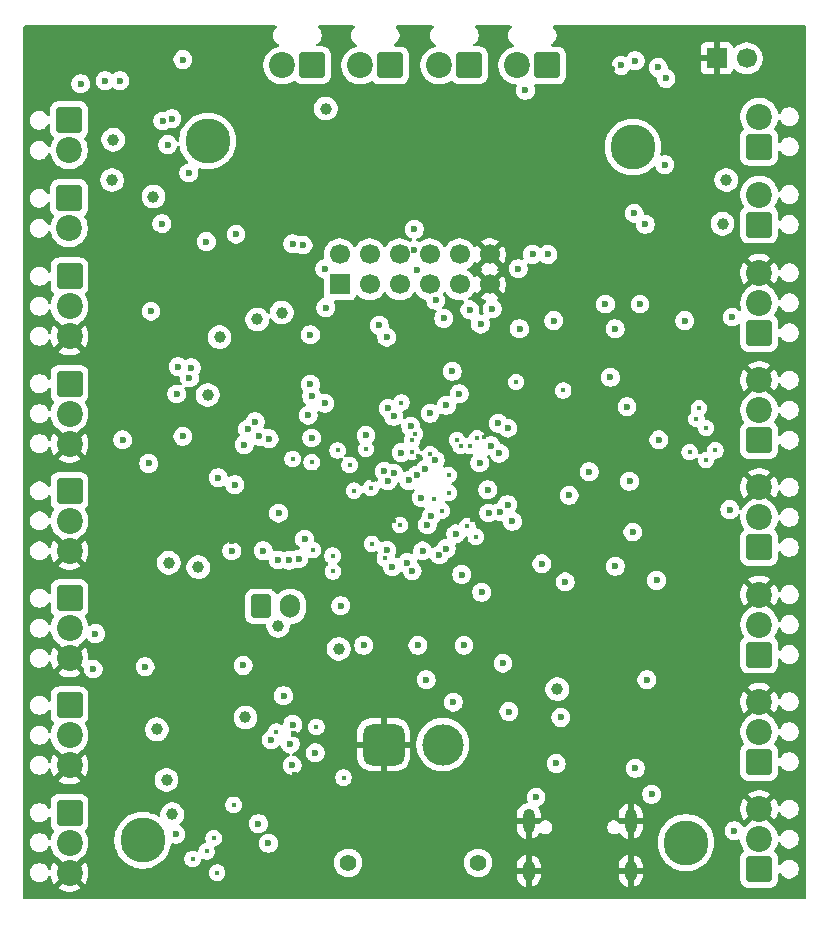
<source format=gbr>
%TF.GenerationSoftware,KiCad,Pcbnew,9.0.4*%
%TF.CreationDate,2025-10-27T15:56:17-04:00*%
%TF.ProjectId,Alpha_Breakout,416c7068-615f-4427-9265-616b6f75742e,rev?*%
%TF.SameCoordinates,Original*%
%TF.FileFunction,Copper,L2,Inr*%
%TF.FilePolarity,Positive*%
%FSLAX46Y46*%
G04 Gerber Fmt 4.6, Leading zero omitted, Abs format (unit mm)*
G04 Created by KiCad (PCBNEW 9.0.4) date 2025-10-27 15:56:17*
%MOMM*%
%LPD*%
G01*
G04 APERTURE LIST*
G04 Aperture macros list*
%AMRoundRect*
0 Rectangle with rounded corners*
0 $1 Rounding radius*
0 $2 $3 $4 $5 $6 $7 $8 $9 X,Y pos of 4 corners*
0 Add a 4 corners polygon primitive as box body*
4,1,4,$2,$3,$4,$5,$6,$7,$8,$9,$2,$3,0*
0 Add four circle primitives for the rounded corners*
1,1,$1+$1,$2,$3*
1,1,$1+$1,$4,$5*
1,1,$1+$1,$6,$7*
1,1,$1+$1,$8,$9*
0 Add four rect primitives between the rounded corners*
20,1,$1+$1,$2,$3,$4,$5,0*
20,1,$1+$1,$4,$5,$6,$7,0*
20,1,$1+$1,$6,$7,$8,$9,0*
20,1,$1+$1,$8,$9,$2,$3,0*%
G04 Aperture macros list end*
%TA.AperFunction,ComponentPad*%
%ADD10RoundRect,0.249999X-0.850001X0.850001X-0.850001X-0.850001X0.850001X-0.850001X0.850001X0.850001X0*%
%TD*%
%TA.AperFunction,ComponentPad*%
%ADD11C,2.200000*%
%TD*%
%TA.AperFunction,ComponentPad*%
%ADD12RoundRect,0.249999X0.850001X-0.850001X0.850001X0.850001X-0.850001X0.850001X-0.850001X-0.850001X0*%
%TD*%
%TA.AperFunction,ComponentPad*%
%ADD13RoundRect,0.249999X0.850001X0.850001X-0.850001X0.850001X-0.850001X-0.850001X0.850001X-0.850001X0*%
%TD*%
%TA.AperFunction,ComponentPad*%
%ADD14C,1.400000*%
%TD*%
%TA.AperFunction,ComponentPad*%
%ADD15RoundRect,0.770000X0.980000X0.980000X-0.980000X0.980000X-0.980000X-0.980000X0.980000X-0.980000X0*%
%TD*%
%TA.AperFunction,ComponentPad*%
%ADD16C,3.500000*%
%TD*%
%TA.AperFunction,ComponentPad*%
%ADD17C,3.800000*%
%TD*%
%TA.AperFunction,ComponentPad*%
%ADD18RoundRect,0.250000X-0.600000X-0.750000X0.600000X-0.750000X0.600000X0.750000X-0.600000X0.750000X0*%
%TD*%
%TA.AperFunction,ComponentPad*%
%ADD19O,1.700000X2.000000*%
%TD*%
%TA.AperFunction,ComponentPad*%
%ADD20R,1.700000X1.700000*%
%TD*%
%TA.AperFunction,ComponentPad*%
%ADD21C,1.700000*%
%TD*%
%TA.AperFunction,HeatsinkPad*%
%ADD22O,1.000000X2.100000*%
%TD*%
%TA.AperFunction,HeatsinkPad*%
%ADD23O,1.000000X1.800000*%
%TD*%
%TA.AperFunction,ViaPad*%
%ADD24C,0.400000*%
%TD*%
%TA.AperFunction,ViaPad*%
%ADD25C,0.600000*%
%TD*%
%TA.AperFunction,ViaPad*%
%ADD26C,1.000000*%
%TD*%
G04 APERTURE END LIST*
D10*
%TO.N,+5V*%
%TO.C,J7*%
X119200000Y-111000000D03*
D11*
%TO.N,CH_05*%
X119200000Y-113540000D03*
%TO.N,GND*%
X119200000Y-116080000D03*
%TD*%
D12*
%TO.N,+5V*%
%TO.C,J12*%
X177600000Y-115780000D03*
D11*
%TO.N,CH_10*%
X177600000Y-113240000D03*
%TO.N,GND*%
X177600000Y-110700000D03*
%TD*%
D12*
%TO.N,+5V*%
%TO.C,J8*%
X177600000Y-124860000D03*
D11*
%TO.N,CH_09*%
X177600000Y-122320000D03*
%TO.N,GND*%
X177600000Y-119780000D03*
%TD*%
D13*
%TO.N,Net-(J18-Pin_1)*%
%TO.C,J18*%
X146340000Y-65900000D03*
D11*
%TO.N,Net-(J18-Pin_2)*%
X143800000Y-65900000D03*
%TD*%
D10*
%TO.N,SW_PWR*%
%TO.C,J26*%
X119160000Y-70535147D03*
D11*
%TO.N,Net-(D5-A)*%
X119160000Y-73075147D03*
%TD*%
D12*
%TO.N,SW_PWR*%
%TO.C,J29*%
X177600000Y-72779288D03*
D11*
%TO.N,Net-(D8-A)*%
X177600000Y-70239288D03*
%TD*%
D14*
%TO.N,*%
%TO.C,J22*%
X153800000Y-133400000D03*
X142800000Y-133400000D03*
D15*
%TO.N,GND*%
X145800000Y-123400000D03*
D16*
%TO.N,+BATT*%
X150800000Y-123400000D03*
%TD*%
D10*
%TO.N,+5V*%
%TO.C,J14*%
X119200000Y-92840000D03*
D11*
%TO.N,CH_03*%
X119200000Y-95380000D03*
%TO.N,GND*%
X119200000Y-97920000D03*
%TD*%
D10*
%TO.N,+5V*%
%TO.C,J10*%
X119200000Y-83760000D03*
D11*
%TO.N,CH_02*%
X119200000Y-86300000D03*
%TO.N,GND*%
X119200000Y-88840000D03*
%TD*%
D10*
%TO.N,SW_PWR*%
%TO.C,J27*%
X119160000Y-77135149D03*
D11*
%TO.N,Net-(D6-A)*%
X119160000Y-79675149D03*
%TD*%
D12*
%TO.N,+5V*%
%TO.C,J16*%
X177600000Y-106700000D03*
D11*
%TO.N,CH_11*%
X177600000Y-104160000D03*
%TO.N,GND*%
X177600000Y-101620000D03*
%TD*%
D17*
%TO.N,N/C*%
%TO.C,H3*%
X171400000Y-131700000D03*
%TD*%
%TO.N,N/C*%
%TO.C,H1*%
X130900000Y-72300000D03*
%TD*%
D12*
%TO.N,SW_PWR*%
%TO.C,J28*%
X177600000Y-79369291D03*
D11*
%TO.N,Net-(D7-A)*%
X177600000Y-76829291D03*
%TD*%
D18*
%TO.N,+BATT*%
%TO.C,J36*%
X135400000Y-111700000D03*
D19*
%TO.N,PYRO_PWR*%
X137900000Y-111700000D03*
%TD*%
D20*
%TO.N,GND*%
%TO.C,J34*%
X174000000Y-65300000D03*
D21*
%TO.N,Net-(J34-Pin_2)*%
X176540000Y-65300000D03*
%TD*%
D17*
%TO.N,N/C*%
%TO.C,H2*%
X166900000Y-72800000D03*
%TD*%
D12*
%TO.N,+5V*%
%TO.C,J9*%
X177600000Y-88540000D03*
D11*
%TO.N,CH_13*%
X177600000Y-86000000D03*
%TO.N,GND*%
X177600000Y-83460000D03*
%TD*%
D22*
%TO.N,GND*%
%TO.C,J2*%
X158085000Y-129900000D03*
D23*
X158085000Y-134080000D03*
D22*
X166725000Y-129900000D03*
D23*
X166725000Y-134080000D03*
%TD*%
D12*
%TO.N,+5V*%
%TO.C,J5*%
X177600000Y-97620000D03*
D11*
%TO.N,CH_12*%
X177600000Y-95080000D03*
%TO.N,GND*%
X177600000Y-92540000D03*
%TD*%
D10*
%TO.N,+5V*%
%TO.C,J3*%
X119200000Y-101920000D03*
D11*
%TO.N,CH_04*%
X119200000Y-104460000D03*
%TO.N,GND*%
X119200000Y-107000000D03*
%TD*%
D13*
%TO.N,Net-(J19-Pin_1)*%
%TO.C,J19*%
X139750000Y-65890000D03*
D11*
%TO.N,Net-(J19-Pin_2)*%
X137210000Y-65890000D03*
%TD*%
D13*
%TO.N,Net-(J20-Pin_1)*%
%TO.C,J20*%
X153040000Y-65890000D03*
D11*
%TO.N,Net-(J20-Pin_2)*%
X150500000Y-65890000D03*
%TD*%
D13*
%TO.N,Net-(J21-Pin_1)*%
%TO.C,J21*%
X159640000Y-65900000D03*
D11*
%TO.N,Net-(J21-Pin_2)*%
X157100000Y-65900000D03*
%TD*%
D20*
%TO.N,+5V*%
%TO.C,J35*%
X142080000Y-84440000D03*
D21*
%TO.N,+3.3V*%
X142080000Y-81900000D03*
%TO.N,/Breakout/PB5*%
X144620000Y-84440000D03*
%TO.N,/Breakout/PB9*%
X144620000Y-81900000D03*
%TO.N,/Breakout/PB4*%
X147159999Y-84440000D03*
%TO.N,/Breakout/PA13*%
X147160000Y-81900000D03*
%TO.N,/Breakout/PB3*%
X149700000Y-84440000D03*
%TO.N,/Breakout/PA14*%
X149700000Y-81900000D03*
%TO.N,/Breakout/PB8*%
X152240000Y-84440000D03*
%TO.N,/Breakout/PA15*%
X152240000Y-81900000D03*
%TO.N,GND*%
X154780000Y-84440000D03*
X154780000Y-81900000D03*
%TD*%
D17*
%TO.N,N/C*%
%TO.C,H4*%
X125400000Y-131500000D03*
%TD*%
D12*
%TO.N,+5V*%
%TO.C,J4*%
X177600000Y-133940000D03*
D11*
%TO.N,CH_08*%
X177600000Y-131400000D03*
%TO.N,GND*%
X177600000Y-128860000D03*
%TD*%
D10*
%TO.N,+5V*%
%TO.C,J15*%
X119200000Y-129160000D03*
D11*
%TO.N,CH_07*%
X119200000Y-131700000D03*
%TO.N,GND*%
X119200000Y-134240000D03*
%TD*%
D10*
%TO.N,+5V*%
%TO.C,J11*%
X119200000Y-120080000D03*
D11*
%TO.N,CH_06*%
X119200000Y-122620000D03*
%TO.N,GND*%
X119200000Y-125160000D03*
%TD*%
D24*
%TO.N,FB*%
X131700000Y-134245000D03*
D25*
X137879073Y-123345573D03*
%TO.N,GND*%
X172600000Y-119500000D03*
X144300000Y-74100000D03*
X143600000Y-73100000D03*
X126488000Y-80212000D03*
X133500000Y-126700000D03*
D24*
X155500000Y-107500000D03*
D25*
X149900000Y-132700000D03*
X166100000Y-92300000D03*
X143000000Y-76100000D03*
D24*
X171000000Y-99153999D03*
D25*
X145400000Y-129700000D03*
X138231520Y-122489117D03*
X171500000Y-117600001D03*
X172600000Y-118600000D03*
X174300000Y-71200000D03*
X171400000Y-109700000D03*
X169300000Y-104100000D03*
D24*
X159800000Y-91700000D03*
X159200000Y-91700000D03*
X128400000Y-101800000D03*
D25*
X146900000Y-129700000D03*
D24*
X142300000Y-101225000D03*
D25*
X134000000Y-93800000D03*
D24*
X133600000Y-103900000D03*
X132900000Y-105600000D03*
D25*
X138352564Y-119414799D03*
D24*
X126300000Y-72400000D03*
D25*
X172640001Y-125262499D03*
D24*
X148685532Y-98960255D03*
X128400000Y-100300000D03*
D25*
X151400000Y-132700000D03*
X174300000Y-72000000D03*
D24*
X128400000Y-100800000D03*
D25*
X129800000Y-63200000D03*
X138800000Y-133225000D03*
X149900000Y-134200000D03*
D24*
X163900000Y-102400000D03*
D25*
X126242893Y-129057107D03*
D24*
X143200000Y-93700000D03*
D25*
X171500001Y-116700000D03*
D24*
X155700000Y-115300000D03*
D25*
X146900000Y-131200000D03*
X149500000Y-78100000D03*
X175300000Y-72000000D03*
X142800000Y-77100000D03*
D24*
X154309405Y-97398874D03*
D25*
X142100000Y-76100000D03*
X128900000Y-64100000D03*
X146900000Y-132700000D03*
X132500000Y-64100000D03*
X145400000Y-131200000D03*
X165165908Y-66217976D03*
D24*
X134200000Y-102000000D03*
D25*
X172600000Y-113800000D03*
X172300000Y-110800000D03*
D24*
X155900000Y-107900000D03*
D25*
X146900000Y-134200000D03*
X131600000Y-63200000D03*
D24*
X150200000Y-88800000D03*
X127200000Y-100800000D03*
X173880000Y-97520000D03*
D25*
X143200000Y-75100000D03*
D24*
X156500000Y-107700000D03*
D25*
X149900000Y-129700000D03*
D24*
X146639460Y-104485845D03*
D25*
X172600000Y-120500000D03*
D24*
X160400000Y-91700000D03*
D25*
X142300000Y-75100000D03*
D24*
X148400000Y-92300000D03*
D25*
X170800000Y-72000000D03*
X149600000Y-119500000D03*
X171000000Y-122950000D03*
D24*
X160800000Y-98200000D03*
X160900000Y-86500000D03*
D25*
X175300000Y-72800000D03*
X138700000Y-128300000D03*
D24*
X154700000Y-106800000D03*
X134800000Y-102000000D03*
X153300000Y-104400000D03*
D25*
X132975000Y-108000000D03*
D24*
X155200000Y-114900000D03*
X127800000Y-100300000D03*
X134650000Y-131300000D03*
X145325000Y-90800000D03*
D25*
X139300000Y-134100000D03*
D24*
X160800000Y-97700000D03*
X164300000Y-102100000D03*
X166500000Y-100000000D03*
X174100000Y-129600000D03*
X164200000Y-103400000D03*
D25*
X169300000Y-102600000D03*
X148400000Y-132700000D03*
D24*
X160800000Y-95900000D03*
D25*
X138400000Y-130400000D03*
X144100000Y-75100000D03*
D24*
X130675000Y-130500500D03*
X143200000Y-94200000D03*
D25*
X141900000Y-77100000D03*
X131600000Y-64900000D03*
D24*
X128400000Y-101300000D03*
D25*
X151400000Y-131200000D03*
X142300000Y-120975000D03*
X174300000Y-72800000D03*
X145400000Y-134200000D03*
X149900000Y-131200000D03*
X129800000Y-64100000D03*
X132500000Y-64900000D03*
D24*
X155200000Y-107200000D03*
D25*
X135442698Y-121416012D03*
X134400000Y-134145000D03*
X130700000Y-63200000D03*
X138300000Y-126000000D03*
X142700000Y-73100000D03*
X148400000Y-131200000D03*
X171400000Y-110800000D03*
X141900000Y-96200000D03*
X132500000Y-63200000D03*
D24*
X127200000Y-100300000D03*
X132225000Y-130500500D03*
X127200000Y-101300000D03*
D25*
X172600000Y-114800000D03*
X147600000Y-74700000D03*
X145400000Y-132700000D03*
X169300000Y-105700000D03*
D24*
X127200000Y-101800000D03*
D25*
X172600000Y-112900000D03*
D24*
X144853851Y-100957613D03*
D25*
X143700000Y-77100000D03*
X147300000Y-78100000D03*
X171400000Y-108600000D03*
D24*
X127800000Y-101800000D03*
D25*
X148400000Y-134200000D03*
D24*
X157100000Y-89800000D03*
D25*
X175300000Y-71200000D03*
X151400000Y-129700000D03*
X132923000Y-106200294D03*
X130700000Y-64900000D03*
X172600000Y-111900000D03*
X123925000Y-93491942D03*
D24*
X140890676Y-108134782D03*
D25*
X142500000Y-74100000D03*
X143900000Y-76100000D03*
D24*
X147200000Y-87000000D03*
D25*
X148400000Y-78100000D03*
D24*
X161400000Y-97700000D03*
X134500000Y-101500000D03*
D25*
X144500000Y-73100000D03*
X151400000Y-134200000D03*
X172600000Y-115700000D03*
X172600000Y-116700000D03*
X172300000Y-108600000D03*
X130700000Y-64100000D03*
X172600000Y-117600000D03*
D24*
X127800000Y-100800000D03*
D25*
X128900000Y-63200000D03*
D24*
X144224019Y-91871106D03*
D25*
X172300000Y-109700000D03*
D24*
X127800000Y-101300000D03*
X159200000Y-86600000D03*
D25*
X148400000Y-129700000D03*
X143400000Y-74100000D03*
D24*
X161400000Y-98200000D03*
D25*
X131600000Y-64100000D03*
%TO.N,+BATT*%
X155900000Y-116500000D03*
X149400000Y-117900000D03*
X156400000Y-120600000D03*
%TO.N,+5V*%
X171300000Y-87500000D03*
X138100000Y-121700000D03*
X132923000Y-107000297D03*
X157300000Y-88200000D03*
X139100904Y-106000904D03*
X166613500Y-101113500D03*
X128800000Y-65400000D03*
X175300000Y-87200000D03*
X157300000Y-88200000D03*
X150200000Y-85775000D03*
X121200000Y-117000000D03*
X121400000Y-114000000D03*
X175500000Y-130700000D03*
X160200000Y-87500000D03*
X175100000Y-103500000D03*
X148600000Y-83200000D03*
X125600000Y-116800000D03*
X133300000Y-80175000D03*
X135600000Y-106980999D03*
X120150000Y-67450000D03*
X136262500Y-123000000D03*
%TO.N,+3.3V*%
X167100000Y-125400000D03*
X140800000Y-83100000D03*
X148700000Y-115000000D03*
X169700000Y-67000000D03*
X165400000Y-88200000D03*
X168500000Y-127600000D03*
X160400000Y-125000000D03*
D24*
X148200000Y-98600000D03*
D25*
X144100000Y-115000000D03*
X168900000Y-109500000D03*
X161167582Y-109625000D03*
X160800000Y-121100000D03*
X164576000Y-86100000D03*
X161500000Y-102300000D03*
X139707132Y-97443214D03*
D24*
X172500000Y-94900000D03*
D25*
X155500000Y-96200000D03*
X156700000Y-104500000D03*
X128800000Y-97300000D03*
X131800000Y-100800000D03*
X136900000Y-103800000D03*
D24*
X147179674Y-104798973D03*
D25*
X133200000Y-101400000D03*
X123700000Y-97600000D03*
D24*
X141484637Y-107409042D03*
X144717750Y-101657934D03*
D25*
X154600000Y-101825000D03*
X166400000Y-94800000D03*
X168090001Y-117909999D03*
X165000000Y-92300000D03*
D24*
X141900000Y-98500000D03*
D25*
X126100000Y-86700000D03*
X134919828Y-96054414D03*
D24*
X143286681Y-101891398D03*
D25*
X139600000Y-92900000D03*
D24*
X173880000Y-98480000D03*
X157000000Y-92700000D03*
X147297975Y-94438901D03*
D25*
X156300000Y-96600000D03*
X152600000Y-114989000D03*
X167500000Y-86100000D03*
X163200000Y-100300000D03*
%TO.N,/prog/USB_RX*%
X149338243Y-100075000D03*
X147794638Y-107989246D03*
X149000000Y-102500000D03*
X151115187Y-94681862D03*
X152400000Y-109000000D03*
X146637060Y-100420944D03*
D24*
%TO.N,Net-(PS1-FB)*%
X131401419Y-131321739D03*
X129622589Y-133077868D03*
D25*
%TO.N,/prog/USB_TX*%
X148598745Y-100611201D03*
X150177484Y-99342116D03*
D24*
%TO.N,Net-(U1-NRST)*%
X141499701Y-108734499D03*
D25*
X154100000Y-110500000D03*
%TO.N,Net-(U1-BOOT0)*%
X142160847Y-111639153D03*
X144300000Y-97200000D03*
D24*
X144306940Y-98366351D03*
D25*
X159200000Y-108100000D03*
%TO.N,/stm32f1/SPI1_MISO*%
X154691942Y-103791942D03*
X136100000Y-97500000D03*
X149500000Y-104800000D03*
D26*
%TO.N,SW_PWR*%
X174500000Y-79300000D03*
X126300000Y-77000000D03*
X174800000Y-75600000D03*
X127600000Y-108000000D03*
X142000000Y-115300000D03*
X122900000Y-72200000D03*
X122800000Y-75600000D03*
X160500000Y-118700000D03*
D25*
%TO.N,/stm32f1/SPI1_MOSI*%
X149815136Y-104064682D03*
X156283884Y-103083884D03*
D24*
X138090137Y-99209863D03*
D25*
%TO.N,Net-(J23-Pin_1)*%
X123472501Y-67200000D03*
X127876116Y-70405970D03*
%TO.N,Net-(J23-Pin_2)*%
X127100000Y-70600000D03*
X122222501Y-67200000D03*
%TO.N,Net-(C31-Pad1)*%
X128200000Y-131000000D03*
X140000000Y-124100000D03*
D26*
%TO.N,Net-(C31-Pad2)*%
X127900000Y-129300000D03*
X126600000Y-122100000D03*
D25*
%TO.N,/ADCs/SDA*%
X148089456Y-96465000D03*
X147293953Y-98673077D03*
D24*
X139707844Y-99492156D03*
D25*
X145850299Y-100276000D03*
%TO.N,/RS-485/DIR_RS485*%
X128400000Y-91400000D03*
X150518106Y-107349000D03*
X148205158Y-108675888D03*
%TO.N,Net-(D3-K)*%
X133900000Y-116700000D03*
X151700000Y-119800000D03*
%TO.N,Net-(D9-K)*%
X138591962Y-107686863D03*
D24*
X139825000Y-106914079D03*
%TO.N,Net-(U8-T-)*%
X173100000Y-99300000D03*
X173100000Y-96600000D03*
X171699999Y-98641320D03*
%TO.N,en*%
X142400000Y-126200000D03*
X130800000Y-132448000D03*
D25*
%TO.N,Net-(J18-Pin_2)*%
X139600000Y-88700000D03*
D24*
%TO.N,Net-(PS1-VBST)*%
X133100000Y-128500000D03*
D25*
X138050000Y-125150000D03*
%TO.N,/stm32f1/TC2_CS*%
X155673145Y-103704015D03*
D24*
X150700000Y-103600000D03*
D25*
%TO.N,USB_V+*%
X158700000Y-127844000D03*
X137318883Y-119265001D03*
D26*
%TO.N,BATT_V+*%
X127425000Y-126400000D03*
D25*
X135200000Y-130100000D03*
D26*
X134100000Y-121100000D03*
D25*
X136045937Y-131761240D03*
D24*
X136715947Y-122292992D03*
X140100000Y-121900000D03*
D25*
%TO.N,Net-(J18-Pin_1)*%
X140800000Y-94500000D03*
%TO.N,Net-(J19-Pin_2)*%
X125900000Y-99600000D03*
%TO.N,Net-(J19-Pin_1)*%
X128275828Y-93718783D03*
%TO.N,Net-(J20-Pin_1)*%
X154000000Y-87800000D03*
%TO.N,Net-(J20-Pin_2)*%
X151600000Y-91800000D03*
D24*
%TO.N,Net-(J21-Pin_2)*%
X172278768Y-95821232D03*
D25*
%TO.N,Net-(J21-Pin_1)*%
X169100000Y-97600000D03*
D26*
%TO.N,Net-(J34-Pin_2)*%
X131900000Y-88900000D03*
X140900000Y-69552000D03*
D25*
%TO.N,SCL_5V*%
X137800000Y-107800000D03*
X166900000Y-105400000D03*
%TO.N,SDA_5V*%
X136858058Y-107775000D03*
X165400000Y-108300000D03*
%TO.N,/Breakout/PA14*%
X150882558Y-87317442D03*
D24*
X148424691Y-97079506D03*
%TO.N,/ADS1231/LC_DRDY{slash}DOUT*%
X161000000Y-93418785D03*
X152000000Y-97600000D03*
D25*
%TO.N,/Accelerometer/ACC_SDA*%
X167000000Y-78400000D03*
X155000000Y-86500000D03*
X167100000Y-65499000D03*
D24*
X150028768Y-102617029D03*
D25*
X157200000Y-83100000D03*
%TO.N,/Breakout/PB4*%
X146206088Y-94940222D03*
X145425000Y-87900000D03*
%TO.N,/Solenoids/S1*%
X127524000Y-72600000D03*
X139700000Y-93900000D03*
X129300000Y-75000000D03*
X147922472Y-101038588D03*
%TO.N,/Solenoids/S2*%
X140900000Y-86400000D03*
X149724997Y-95343145D03*
X127016000Y-79300000D03*
D24*
X153068152Y-98089384D03*
D25*
X130791942Y-80808058D03*
X153929379Y-99529379D03*
D24*
%TO.N,/ADS1231/LC_SCLK*%
X153710113Y-97471257D03*
X152309404Y-98114073D03*
%TO.N,/Breakout/PA15*%
X148197254Y-97634731D03*
D25*
X153100000Y-86600000D03*
%TO.N,/Breakout/PB8*%
X138100000Y-81000000D03*
X146149144Y-101066972D03*
%TO.N,/Breakout/PA13*%
X152200000Y-93700000D03*
D24*
X149736532Y-98798457D03*
D25*
X148397567Y-81544791D03*
X148397567Y-79775000D03*
%TO.N,/Breakout/PB9*%
X138975000Y-81100000D03*
D24*
X142918261Y-99718261D03*
D25*
%TO.N,/Breakout/PB3*%
X146050000Y-88900000D03*
X146658520Y-95600000D03*
%TO.N,Net-(J30-Pin_2)*%
X159700000Y-81900000D03*
X169033086Y-66066914D03*
%TO.N,Net-(J30-Pin_3)*%
X158400000Y-81900000D03*
X157800000Y-68000000D03*
%TO.N,/Pyro/PYRO1*%
X139405001Y-95500000D03*
D24*
X151313258Y-100573000D03*
%TO.N,/Hardware_Safe/K1*%
X144797832Y-106402168D03*
X145894835Y-107618586D03*
%TO.N,/Hardware_Safe/BW1*%
X153600000Y-105800000D03*
X152887104Y-104912896D03*
D26*
%TO.N,PYRO_PWR*%
X136857107Y-113342893D03*
X137175000Y-86824911D03*
X130900000Y-93800000D03*
X130101302Y-108373962D03*
X135100000Y-87400000D03*
D25*
%TO.N,/Accelerometer/ACC_SCL*%
X165900000Y-65900000D03*
D24*
X151314674Y-102075000D03*
D25*
%TO.N,/Solenoids/S3*%
X167950000Y-79350000D03*
X155600000Y-98723877D03*
%TO.N,/Solenoids/S4*%
X154889662Y-98098877D03*
X169600000Y-74300000D03*
%TO.N,/RS-485/TX_RS485*%
X146543638Y-108330133D03*
X129500000Y-91500000D03*
%TO.N,/stm32f1/SPI1_SCK*%
X151100000Y-106800000D03*
X135276347Y-97304414D03*
%TO.N,/RS-485/RX_RS485*%
X149100000Y-107000000D03*
X129358058Y-92341942D03*
%TO.N,/stm32f1/TC3_CS*%
X134000000Y-98000000D03*
X146082271Y-106944144D03*
%TO.N,/stm32f1/TC1_CS*%
X151910327Y-105563881D03*
X134272463Y-96679414D03*
%TD*%
%TA.AperFunction,Conductor*%
%TO.N,GND*%
G36*
X154314075Y-84632993D02*
G01*
X154379901Y-84747007D01*
X154472993Y-84840099D01*
X154587007Y-84905925D01*
X154650590Y-84922962D01*
X154018282Y-85555269D01*
X154018282Y-85555270D01*
X154072449Y-85594624D01*
X154261784Y-85691096D01*
X154382595Y-85730349D01*
X154440271Y-85769786D01*
X154467470Y-85834144D01*
X154455556Y-85902990D01*
X154431960Y-85935960D01*
X154378214Y-85989706D01*
X154378210Y-85989711D01*
X154290609Y-86120814D01*
X154290602Y-86120827D01*
X154230264Y-86266498D01*
X154230261Y-86266510D01*
X154199501Y-86421150D01*
X154199500Y-86421155D01*
X154199500Y-86578846D01*
X154230261Y-86733489D01*
X154230263Y-86733496D01*
X154275156Y-86841881D01*
X154275455Y-86844664D01*
X154277115Y-86846919D01*
X154279166Y-86879186D01*
X154282624Y-86911350D01*
X154281370Y-86913854D01*
X154281548Y-86916648D01*
X154265826Y-86944906D01*
X154251348Y-86973829D01*
X154248940Y-86975257D01*
X154247579Y-86977704D01*
X154219078Y-86992975D01*
X154191259Y-87009481D01*
X154187706Y-87009784D01*
X154185993Y-87010703D01*
X154176406Y-87010750D01*
X154150770Y-87012942D01*
X154143523Y-87012366D01*
X154078842Y-86999500D01*
X153981638Y-86999500D01*
X153976731Y-86999110D01*
X153948505Y-86988327D01*
X153919516Y-86979815D01*
X153916197Y-86975984D01*
X153911462Y-86974176D01*
X153893544Y-86949841D01*
X153873761Y-86927011D01*
X153873039Y-86921995D01*
X153870034Y-86917913D01*
X153868116Y-86887757D01*
X153863817Y-86857853D01*
X153865765Y-86850768D01*
X153865601Y-86848184D01*
X153867331Y-86845073D01*
X153868840Y-86839588D01*
X153867969Y-86839324D01*
X153869731Y-86833509D01*
X153869737Y-86833497D01*
X153889630Y-86733489D01*
X153900500Y-86678844D01*
X153900500Y-86521155D01*
X153900499Y-86521153D01*
X153892148Y-86479172D01*
X153869737Y-86366503D01*
X153850955Y-86321158D01*
X153809397Y-86220827D01*
X153809390Y-86220814D01*
X153721789Y-86089711D01*
X153721786Y-86089707D01*
X153610292Y-85978213D01*
X153610288Y-85978210D01*
X153479185Y-85890609D01*
X153479172Y-85890602D01*
X153333501Y-85830264D01*
X153333489Y-85830261D01*
X153178845Y-85799500D01*
X153178842Y-85799500D01*
X153048050Y-85799500D01*
X152981011Y-85779815D01*
X152935256Y-85727011D01*
X152925312Y-85657853D01*
X152954337Y-85594297D01*
X152975165Y-85575182D01*
X153119785Y-85470109D01*
X153119783Y-85470109D01*
X153119792Y-85470104D01*
X153270104Y-85319792D01*
X153270106Y-85319788D01*
X153270109Y-85319786D01*
X153355890Y-85201717D01*
X153395051Y-85147816D01*
X153399793Y-85138508D01*
X153447763Y-85087711D01*
X153515583Y-85070911D01*
X153581719Y-85093445D01*
X153620763Y-85138500D01*
X153625373Y-85147547D01*
X153664728Y-85201716D01*
X154297036Y-84569407D01*
X154314075Y-84632993D01*
G37*
%TD.AperFunction*%
%TA.AperFunction,Conductor*%
G36*
X154314075Y-82092993D02*
G01*
X154379901Y-82207007D01*
X154472993Y-82300099D01*
X154587007Y-82365925D01*
X154650591Y-82382962D01*
X154049971Y-82983581D01*
X154128711Y-83100895D01*
X154129920Y-83104729D01*
X154132844Y-83107491D01*
X154140343Y-83137778D01*
X154149727Y-83167529D01*
X154148671Y-83171408D01*
X154149638Y-83175312D01*
X154139573Y-83204844D01*
X154131383Y-83234947D01*
X154128397Y-83237640D01*
X154127100Y-83241447D01*
X154082051Y-83280483D01*
X154072440Y-83285380D01*
X154018282Y-83324727D01*
X154018282Y-83324728D01*
X154650591Y-83957037D01*
X154587007Y-83974075D01*
X154472993Y-84039901D01*
X154379901Y-84132993D01*
X154314075Y-84247007D01*
X154297037Y-84310591D01*
X153664728Y-83678282D01*
X153664727Y-83678282D01*
X153625380Y-83732440D01*
X153625376Y-83732446D01*
X153620760Y-83741505D01*
X153572781Y-83792297D01*
X153504959Y-83809087D01*
X153438826Y-83786543D01*
X153399794Y-83741493D01*
X153395051Y-83732184D01*
X153395049Y-83732181D01*
X153395048Y-83732179D01*
X153270109Y-83560213D01*
X153119786Y-83409890D01*
X152947820Y-83284951D01*
X152947115Y-83284591D01*
X152939054Y-83280485D01*
X152888259Y-83232512D01*
X152871463Y-83164692D01*
X152893999Y-83098556D01*
X152939054Y-83059515D01*
X152947816Y-83055051D01*
X152996211Y-83019890D01*
X153119786Y-82930109D01*
X153119788Y-82930106D01*
X153119792Y-82930104D01*
X153270104Y-82779792D01*
X153270106Y-82779788D01*
X153270109Y-82779786D01*
X153350064Y-82669736D01*
X153395051Y-82607816D01*
X153399793Y-82598508D01*
X153447763Y-82547711D01*
X153515583Y-82530911D01*
X153581719Y-82553445D01*
X153620763Y-82598500D01*
X153625373Y-82607547D01*
X153664728Y-82661716D01*
X154297036Y-82029407D01*
X154314075Y-82092993D01*
G37*
%TD.AperFunction*%
%TA.AperFunction,Conductor*%
G36*
X136685473Y-62530186D02*
G01*
X136731228Y-62582990D01*
X136741172Y-62652148D01*
X136712147Y-62715704D01*
X136703873Y-62723758D01*
X136704018Y-62723903D01*
X136588213Y-62839707D01*
X136588210Y-62839711D01*
X136500609Y-62970814D01*
X136500602Y-62970827D01*
X136440264Y-63116498D01*
X136440261Y-63116510D01*
X136409500Y-63271153D01*
X136409500Y-63428846D01*
X136440261Y-63583489D01*
X136440264Y-63583501D01*
X136500602Y-63729172D01*
X136500609Y-63729185D01*
X136588210Y-63860288D01*
X136588213Y-63860292D01*
X136699707Y-63971786D01*
X136699711Y-63971789D01*
X136830814Y-64059390D01*
X136830821Y-64059394D01*
X136896524Y-64086609D01*
X136950926Y-64130447D01*
X136972992Y-64196741D01*
X136955714Y-64264441D01*
X136904577Y-64312052D01*
X136868472Y-64323642D01*
X136835211Y-64328910D01*
X136595616Y-64406760D01*
X136371151Y-64521132D01*
X136167350Y-64669201D01*
X136167345Y-64669205D01*
X135989205Y-64847345D01*
X135989201Y-64847350D01*
X135841132Y-65051151D01*
X135726760Y-65275616D01*
X135648910Y-65515214D01*
X135642352Y-65556621D01*
X135609500Y-65764038D01*
X135609500Y-66015962D01*
X135642991Y-66227417D01*
X135648910Y-66264785D01*
X135726760Y-66504383D01*
X135841132Y-66728848D01*
X135989201Y-66932649D01*
X135989205Y-66932654D01*
X136167345Y-67110794D01*
X136167350Y-67110798D01*
X136309219Y-67213871D01*
X136371155Y-67258870D01*
X136514184Y-67331747D01*
X136595616Y-67373239D01*
X136595618Y-67373239D01*
X136595621Y-67373241D01*
X136835215Y-67451090D01*
X137084038Y-67490500D01*
X137084039Y-67490500D01*
X137335961Y-67490500D01*
X137335962Y-67490500D01*
X137584785Y-67451090D01*
X137824379Y-67373241D01*
X138048845Y-67258870D01*
X138141936Y-67191234D01*
X138207742Y-67167754D01*
X138275796Y-67183579D01*
X138302503Y-67203871D01*
X138307288Y-67208656D01*
X138431344Y-67332712D01*
X138580665Y-67424814D01*
X138747202Y-67479999D01*
X138849990Y-67490500D01*
X138849995Y-67490500D01*
X140650005Y-67490500D01*
X140650010Y-67490500D01*
X140752798Y-67479999D01*
X140919335Y-67424814D01*
X141068656Y-67332712D01*
X141192712Y-67208656D01*
X141284814Y-67059335D01*
X141339999Y-66892798D01*
X141350500Y-66790010D01*
X141350500Y-64989990D01*
X141339999Y-64887202D01*
X141284814Y-64720665D01*
X141192712Y-64571344D01*
X141068656Y-64447288D01*
X140975890Y-64390070D01*
X140919337Y-64355187D01*
X140919332Y-64355185D01*
X140917863Y-64354698D01*
X140752798Y-64300001D01*
X140752796Y-64300000D01*
X140650017Y-64289500D01*
X140650010Y-64289500D01*
X140193575Y-64289500D01*
X140126536Y-64269815D01*
X140080781Y-64217011D01*
X140070837Y-64147853D01*
X140099862Y-64084297D01*
X140124684Y-64062398D01*
X140208123Y-64006645D01*
X140260289Y-63971789D01*
X140371789Y-63860289D01*
X140459394Y-63729179D01*
X140519737Y-63583497D01*
X140550500Y-63428842D01*
X140550500Y-63271158D01*
X140550500Y-63271155D01*
X140550499Y-63271153D01*
X140519737Y-63116503D01*
X140463539Y-62980827D01*
X140459397Y-62970827D01*
X140459390Y-62970814D01*
X140371789Y-62839711D01*
X140371786Y-62839707D01*
X140255982Y-62723903D01*
X140257483Y-62722401D01*
X140223566Y-62672607D01*
X140221697Y-62602763D01*
X140257884Y-62542995D01*
X140320641Y-62512279D01*
X140341566Y-62510501D01*
X143221729Y-62510501D01*
X143288768Y-62530186D01*
X143334523Y-62582990D01*
X143344467Y-62652148D01*
X143315442Y-62715704D01*
X143294373Y-62734291D01*
X143294419Y-62734347D01*
X143292875Y-62735613D01*
X143290623Y-62737601D01*
X143289712Y-62738209D01*
X143289707Y-62738213D01*
X143178213Y-62849707D01*
X143178210Y-62849711D01*
X143090609Y-62980814D01*
X143090602Y-62980827D01*
X143030264Y-63126498D01*
X143030261Y-63126510D01*
X142999500Y-63281153D01*
X142999500Y-63438846D01*
X143030261Y-63593489D01*
X143030264Y-63593501D01*
X143090602Y-63739172D01*
X143090609Y-63739185D01*
X143178210Y-63870288D01*
X143178213Y-63870292D01*
X143289707Y-63981786D01*
X143289711Y-63981789D01*
X143420814Y-64069390D01*
X143420821Y-64069394D01*
X143486524Y-64096609D01*
X143540926Y-64140447D01*
X143562992Y-64206741D01*
X143545714Y-64274441D01*
X143494577Y-64322052D01*
X143458472Y-64333642D01*
X143425211Y-64338910D01*
X143185616Y-64416760D01*
X142961151Y-64531132D01*
X142757350Y-64679201D01*
X142757345Y-64679205D01*
X142579205Y-64857345D01*
X142579201Y-64857350D01*
X142431132Y-65061151D01*
X142316760Y-65285616D01*
X142238910Y-65525214D01*
X142233935Y-65556625D01*
X142199500Y-65774038D01*
X142199500Y-66025962D01*
X142231254Y-66226445D01*
X142238910Y-66274785D01*
X142316760Y-66514383D01*
X142385861Y-66649999D01*
X142426036Y-66728848D01*
X142431132Y-66738848D01*
X142579201Y-66942649D01*
X142579205Y-66942654D01*
X142757345Y-67120794D01*
X142757350Y-67120798D01*
X142899094Y-67223780D01*
X142961155Y-67268870D01*
X143086448Y-67332710D01*
X143185616Y-67383239D01*
X143185618Y-67383239D01*
X143185621Y-67383241D01*
X143425215Y-67461090D01*
X143674038Y-67500500D01*
X143674039Y-67500500D01*
X143925961Y-67500500D01*
X143925962Y-67500500D01*
X144174785Y-67461090D01*
X144414379Y-67383241D01*
X144638845Y-67268870D01*
X144731936Y-67201234D01*
X144797742Y-67177754D01*
X144865796Y-67193579D01*
X144892503Y-67213871D01*
X144897288Y-67218656D01*
X145021344Y-67342712D01*
X145170665Y-67434814D01*
X145337202Y-67489999D01*
X145439990Y-67500500D01*
X145439995Y-67500500D01*
X147240005Y-67500500D01*
X147240010Y-67500500D01*
X147342798Y-67489999D01*
X147509335Y-67434814D01*
X147658656Y-67342712D01*
X147782712Y-67218656D01*
X147874814Y-67069335D01*
X147929999Y-66902798D01*
X147940500Y-66800010D01*
X147940500Y-64999990D01*
X147929999Y-64897202D01*
X147874814Y-64730665D01*
X147782712Y-64581344D01*
X147658656Y-64457288D01*
X147539544Y-64383819D01*
X147509337Y-64365187D01*
X147509332Y-64365185D01*
X147479154Y-64355185D01*
X147342798Y-64310001D01*
X147342796Y-64310000D01*
X147240017Y-64299500D01*
X147240010Y-64299500D01*
X146783575Y-64299500D01*
X146716536Y-64279815D01*
X146670781Y-64227011D01*
X146660837Y-64157853D01*
X146689862Y-64094297D01*
X146714684Y-64072398D01*
X146813089Y-64006645D01*
X146850289Y-63981789D01*
X146961789Y-63870289D01*
X147049394Y-63739179D01*
X147109737Y-63593497D01*
X147140500Y-63438842D01*
X147140500Y-63281158D01*
X147140500Y-63281155D01*
X147140499Y-63281153D01*
X147109738Y-63126510D01*
X147109737Y-63126503D01*
X147105593Y-63116498D01*
X147049397Y-62980827D01*
X147049390Y-62980814D01*
X146961789Y-62849711D01*
X146961786Y-62849707D01*
X146850292Y-62738213D01*
X146850287Y-62738209D01*
X146849377Y-62737601D01*
X146849007Y-62737159D01*
X146845581Y-62734347D01*
X146846114Y-62733696D01*
X146804573Y-62683987D01*
X146795868Y-62614662D01*
X146826025Y-62551635D01*
X146885470Y-62514918D01*
X146918271Y-62510501D01*
X149908434Y-62510501D01*
X149975473Y-62530186D01*
X150021228Y-62582990D01*
X150031172Y-62652148D01*
X150002147Y-62715704D01*
X149993873Y-62723758D01*
X149994018Y-62723903D01*
X149878213Y-62839707D01*
X149878210Y-62839711D01*
X149790609Y-62970814D01*
X149790602Y-62970827D01*
X149730264Y-63116498D01*
X149730261Y-63116510D01*
X149699500Y-63271153D01*
X149699500Y-63428846D01*
X149730261Y-63583489D01*
X149730264Y-63583501D01*
X149790602Y-63729172D01*
X149790609Y-63729185D01*
X149878210Y-63860288D01*
X149878213Y-63860292D01*
X149989707Y-63971786D01*
X149989711Y-63971789D01*
X150120814Y-64059390D01*
X150120821Y-64059394D01*
X150186524Y-64086609D01*
X150240926Y-64130447D01*
X150262992Y-64196741D01*
X150245714Y-64264441D01*
X150194577Y-64312052D01*
X150158472Y-64323642D01*
X150125211Y-64328910D01*
X149885616Y-64406760D01*
X149661151Y-64521132D01*
X149457350Y-64669201D01*
X149457345Y-64669205D01*
X149279205Y-64847345D01*
X149279201Y-64847350D01*
X149131132Y-65051151D01*
X149016760Y-65275616D01*
X148938910Y-65515214D01*
X148932352Y-65556621D01*
X148899500Y-65764038D01*
X148899500Y-66015962D01*
X148932991Y-66227417D01*
X148938910Y-66264785D01*
X149016760Y-66504383D01*
X149131132Y-66728848D01*
X149279201Y-66932649D01*
X149279205Y-66932654D01*
X149457345Y-67110794D01*
X149457350Y-67110798D01*
X149599219Y-67213871D01*
X149661155Y-67258870D01*
X149804184Y-67331747D01*
X149885616Y-67373239D01*
X149885618Y-67373239D01*
X149885621Y-67373241D01*
X150125215Y-67451090D01*
X150374038Y-67490500D01*
X150374039Y-67490500D01*
X150625961Y-67490500D01*
X150625962Y-67490500D01*
X150874785Y-67451090D01*
X151114379Y-67373241D01*
X151338845Y-67258870D01*
X151431936Y-67191234D01*
X151497742Y-67167754D01*
X151565796Y-67183579D01*
X151592503Y-67203871D01*
X151597288Y-67208656D01*
X151721344Y-67332712D01*
X151870665Y-67424814D01*
X152037202Y-67479999D01*
X152139990Y-67490500D01*
X152139995Y-67490500D01*
X153940005Y-67490500D01*
X153940010Y-67490500D01*
X154042798Y-67479999D01*
X154209335Y-67424814D01*
X154358656Y-67332712D01*
X154482712Y-67208656D01*
X154574814Y-67059335D01*
X154629999Y-66892798D01*
X154640500Y-66790010D01*
X154640500Y-64989990D01*
X154629999Y-64887202D01*
X154574814Y-64720665D01*
X154482712Y-64571344D01*
X154358656Y-64447288D01*
X154265890Y-64390070D01*
X154209337Y-64355187D01*
X154209332Y-64355185D01*
X154207863Y-64354698D01*
X154042798Y-64300001D01*
X154042796Y-64300000D01*
X153940017Y-64289500D01*
X153940010Y-64289500D01*
X153483575Y-64289500D01*
X153416536Y-64269815D01*
X153370781Y-64217011D01*
X153360837Y-64147853D01*
X153389862Y-64084297D01*
X153414684Y-64062398D01*
X153498123Y-64006645D01*
X153550289Y-63971789D01*
X153661789Y-63860289D01*
X153749394Y-63729179D01*
X153809737Y-63583497D01*
X153840500Y-63428842D01*
X153840500Y-63271158D01*
X153840500Y-63271155D01*
X153840499Y-63271153D01*
X153809737Y-63116503D01*
X153753539Y-62980827D01*
X153749397Y-62970827D01*
X153749390Y-62970814D01*
X153661789Y-62839711D01*
X153661786Y-62839707D01*
X153545982Y-62723903D01*
X153547483Y-62722401D01*
X153513566Y-62672607D01*
X153511697Y-62602763D01*
X153547884Y-62542995D01*
X153610641Y-62512279D01*
X153631566Y-62510501D01*
X156521729Y-62510501D01*
X156588768Y-62530186D01*
X156634523Y-62582990D01*
X156644467Y-62652148D01*
X156615442Y-62715704D01*
X156594373Y-62734291D01*
X156594419Y-62734347D01*
X156592875Y-62735613D01*
X156590623Y-62737601D01*
X156589712Y-62738209D01*
X156589707Y-62738213D01*
X156478213Y-62849707D01*
X156478210Y-62849711D01*
X156390609Y-62980814D01*
X156390602Y-62980827D01*
X156330264Y-63126498D01*
X156330261Y-63126510D01*
X156299500Y-63281153D01*
X156299500Y-63438846D01*
X156330261Y-63593489D01*
X156330264Y-63593501D01*
X156390602Y-63739172D01*
X156390609Y-63739185D01*
X156478210Y-63870288D01*
X156478213Y-63870292D01*
X156589707Y-63981786D01*
X156589711Y-63981789D01*
X156720814Y-64069390D01*
X156720821Y-64069394D01*
X156786524Y-64096609D01*
X156840926Y-64140447D01*
X156862992Y-64206741D01*
X156845714Y-64274441D01*
X156794577Y-64322052D01*
X156758472Y-64333642D01*
X156725211Y-64338910D01*
X156485616Y-64416760D01*
X156261151Y-64531132D01*
X156057350Y-64679201D01*
X156057345Y-64679205D01*
X155879205Y-64857345D01*
X155879201Y-64857350D01*
X155731132Y-65061151D01*
X155616760Y-65285616D01*
X155538910Y-65525214D01*
X155533935Y-65556625D01*
X155499500Y-65774038D01*
X155499500Y-66025962D01*
X155531254Y-66226445D01*
X155538910Y-66274785D01*
X155616760Y-66514383D01*
X155685861Y-66649999D01*
X155726036Y-66728848D01*
X155731132Y-66738848D01*
X155879201Y-66942649D01*
X155879205Y-66942654D01*
X156057345Y-67120794D01*
X156057350Y-67120798D01*
X156199094Y-67223780D01*
X156261155Y-67268870D01*
X156386448Y-67332710D01*
X156485616Y-67383239D01*
X156485618Y-67383239D01*
X156485621Y-67383241D01*
X156725215Y-67461090D01*
X156974038Y-67500500D01*
X156974041Y-67500500D01*
X156974843Y-67500627D01*
X157037978Y-67530556D01*
X157074909Y-67589868D01*
X157073911Y-67659730D01*
X157070006Y-67670552D01*
X157030264Y-67766498D01*
X157030261Y-67766510D01*
X156999500Y-67921153D01*
X156999500Y-68078846D01*
X157030261Y-68233489D01*
X157030264Y-68233501D01*
X157090602Y-68379172D01*
X157090609Y-68379185D01*
X157178210Y-68510288D01*
X157178213Y-68510292D01*
X157289707Y-68621786D01*
X157289711Y-68621789D01*
X157420814Y-68709390D01*
X157420827Y-68709397D01*
X157566498Y-68769735D01*
X157566503Y-68769737D01*
X157721153Y-68800499D01*
X157721156Y-68800500D01*
X157721158Y-68800500D01*
X157878844Y-68800500D01*
X157878845Y-68800499D01*
X158033497Y-68769737D01*
X158179179Y-68709394D01*
X158310289Y-68621789D01*
X158421789Y-68510289D01*
X158509394Y-68379179D01*
X158569737Y-68233497D01*
X158600500Y-68078842D01*
X158600500Y-67921158D01*
X158600500Y-67921155D01*
X158600499Y-67921153D01*
X158582204Y-67829179D01*
X158569737Y-67766503D01*
X158526661Y-67662507D01*
X158519192Y-67593038D01*
X158550467Y-67530559D01*
X158610556Y-67494907D01*
X158653823Y-67491697D01*
X158739990Y-67500500D01*
X158739995Y-67500500D01*
X160540005Y-67500500D01*
X160540010Y-67500500D01*
X160642798Y-67489999D01*
X160809335Y-67434814D01*
X160958656Y-67342712D01*
X161082712Y-67218656D01*
X161174814Y-67069335D01*
X161229999Y-66902798D01*
X161240500Y-66800010D01*
X161240500Y-65821153D01*
X165099500Y-65821153D01*
X165099500Y-65978846D01*
X165130261Y-66133489D01*
X165130264Y-66133501D01*
X165190602Y-66279172D01*
X165190609Y-66279185D01*
X165278210Y-66410288D01*
X165278213Y-66410292D01*
X165389707Y-66521786D01*
X165389711Y-66521789D01*
X165520814Y-66609390D01*
X165520827Y-66609397D01*
X165618853Y-66650000D01*
X165666503Y-66669737D01*
X165791075Y-66694516D01*
X165821153Y-66700499D01*
X165821156Y-66700500D01*
X165821158Y-66700500D01*
X165978844Y-66700500D01*
X165978845Y-66700499D01*
X166133497Y-66669737D01*
X166251592Y-66620821D01*
X166279172Y-66609397D01*
X166279172Y-66609396D01*
X166279179Y-66609394D01*
X166410289Y-66521789D01*
X166521789Y-66410289D01*
X166609394Y-66279179D01*
X166609393Y-66279179D01*
X166612779Y-66274113D01*
X166614658Y-66275369D01*
X166656512Y-66232731D01*
X166724644Y-66217245D01*
X166764399Y-66226444D01*
X166866503Y-66268737D01*
X167021153Y-66299499D01*
X167021156Y-66299500D01*
X167021158Y-66299500D01*
X167178844Y-66299500D01*
X167178845Y-66299499D01*
X167333497Y-66268737D01*
X167479179Y-66208394D01*
X167610289Y-66120789D01*
X167721789Y-66009289D01*
X167735969Y-65988067D01*
X168232586Y-65988067D01*
X168232586Y-66145760D01*
X168263347Y-66300403D01*
X168263350Y-66300415D01*
X168323688Y-66446086D01*
X168323695Y-66446099D01*
X168411296Y-66577202D01*
X168411299Y-66577206D01*
X168522793Y-66688700D01*
X168522797Y-66688703D01*
X168653900Y-66776304D01*
X168653913Y-66776311D01*
X168799584Y-66836649D01*
X168799589Y-66836651D01*
X168799683Y-66836669D01*
X168799725Y-66836691D01*
X168805422Y-66838420D01*
X168805094Y-66839499D01*
X168861594Y-66869048D01*
X168896174Y-66929760D01*
X168899500Y-66958288D01*
X168899500Y-67078846D01*
X168930261Y-67233489D01*
X168930264Y-67233501D01*
X168990602Y-67379172D01*
X168990609Y-67379185D01*
X169078210Y-67510288D01*
X169078213Y-67510292D01*
X169189707Y-67621786D01*
X169189711Y-67621789D01*
X169320814Y-67709390D01*
X169320827Y-67709397D01*
X169458106Y-67766259D01*
X169466503Y-67769737D01*
X169621153Y-67800499D01*
X169621156Y-67800500D01*
X169621158Y-67800500D01*
X169778844Y-67800500D01*
X169778845Y-67800499D01*
X169933497Y-67769737D01*
X170079179Y-67709394D01*
X170210289Y-67621789D01*
X170321789Y-67510289D01*
X170409394Y-67379179D01*
X170412719Y-67371153D01*
X170450954Y-67278844D01*
X170469737Y-67233497D01*
X170500500Y-67078842D01*
X170500500Y-66921158D01*
X170500500Y-66921155D01*
X170500499Y-66921153D01*
X170496848Y-66902798D01*
X170469737Y-66766503D01*
X170469735Y-66766498D01*
X170409397Y-66620827D01*
X170409390Y-66620814D01*
X170321789Y-66489711D01*
X170321786Y-66489707D01*
X170210292Y-66378213D01*
X170210288Y-66378210D01*
X170079185Y-66290609D01*
X170079172Y-66290602D01*
X169933501Y-66230264D01*
X169933495Y-66230262D01*
X169933391Y-66230242D01*
X169933341Y-66230216D01*
X169927665Y-66228494D01*
X169927991Y-66227417D01*
X169871481Y-66197854D01*
X169836909Y-66137138D01*
X169833586Y-66108625D01*
X169833586Y-65988069D01*
X169833585Y-65988067D01*
X169818671Y-65913089D01*
X169802823Y-65833417D01*
X169796608Y-65818412D01*
X169742483Y-65687741D01*
X169742476Y-65687728D01*
X169662161Y-65567529D01*
X169662160Y-65567528D01*
X169654873Y-65556622D01*
X169543378Y-65445127D01*
X169543374Y-65445124D01*
X169412271Y-65357523D01*
X169412258Y-65357516D01*
X169266587Y-65297178D01*
X169266575Y-65297175D01*
X169111931Y-65266414D01*
X169111928Y-65266414D01*
X168954244Y-65266414D01*
X168954241Y-65266414D01*
X168799596Y-65297175D01*
X168799584Y-65297178D01*
X168653913Y-65357516D01*
X168653900Y-65357523D01*
X168522797Y-65445124D01*
X168522793Y-65445127D01*
X168411299Y-65556621D01*
X168411296Y-65556625D01*
X168323695Y-65687728D01*
X168323688Y-65687741D01*
X168263350Y-65833412D01*
X168263347Y-65833424D01*
X168232586Y-65988067D01*
X167735969Y-65988067D01*
X167809394Y-65878179D01*
X167869737Y-65732497D01*
X167900500Y-65577842D01*
X167900500Y-65420158D01*
X167900500Y-65420155D01*
X167900499Y-65420153D01*
X167894443Y-65389707D01*
X167869737Y-65265503D01*
X167838714Y-65190606D01*
X167809397Y-65119827D01*
X167809390Y-65119814D01*
X167721789Y-64988711D01*
X167721786Y-64988707D01*
X167610292Y-64877213D01*
X167610288Y-64877210D01*
X167479185Y-64789609D01*
X167479172Y-64789602D01*
X167333501Y-64729264D01*
X167333489Y-64729261D01*
X167178845Y-64698500D01*
X167178842Y-64698500D01*
X167021158Y-64698500D01*
X167021155Y-64698500D01*
X166866510Y-64729261D01*
X166866498Y-64729264D01*
X166720827Y-64789602D01*
X166720814Y-64789609D01*
X166589711Y-64877210D01*
X166589707Y-64877213D01*
X166478213Y-64988707D01*
X166478210Y-64988711D01*
X166387221Y-65124886D01*
X166385355Y-65123639D01*
X166343402Y-65166315D01*
X166275258Y-65181748D01*
X166235598Y-65172554D01*
X166133501Y-65130264D01*
X166133489Y-65130261D01*
X165978845Y-65099500D01*
X165978842Y-65099500D01*
X165821158Y-65099500D01*
X165821155Y-65099500D01*
X165666510Y-65130261D01*
X165666498Y-65130264D01*
X165520827Y-65190602D01*
X165520814Y-65190609D01*
X165389711Y-65278210D01*
X165389707Y-65278213D01*
X165278213Y-65389707D01*
X165278210Y-65389711D01*
X165190609Y-65520814D01*
X165190602Y-65520827D01*
X165130264Y-65666498D01*
X165130261Y-65666510D01*
X165099500Y-65821153D01*
X161240500Y-65821153D01*
X161240500Y-64999990D01*
X161229999Y-64897202D01*
X161174814Y-64730665D01*
X161082712Y-64581344D01*
X160958656Y-64457288D01*
X160869271Y-64402155D01*
X172650000Y-64402155D01*
X172650000Y-65050000D01*
X173566988Y-65050000D01*
X173534075Y-65107007D01*
X173500000Y-65234174D01*
X173500000Y-65365826D01*
X173534075Y-65492993D01*
X173566988Y-65550000D01*
X172650000Y-65550000D01*
X172650000Y-66197844D01*
X172656401Y-66257372D01*
X172656403Y-66257379D01*
X172706645Y-66392086D01*
X172706649Y-66392093D01*
X172792809Y-66507187D01*
X172792812Y-66507190D01*
X172907906Y-66593350D01*
X172907913Y-66593354D01*
X173042620Y-66643596D01*
X173042627Y-66643598D01*
X173102155Y-66649999D01*
X173102172Y-66650000D01*
X173750000Y-66650000D01*
X173750000Y-65733012D01*
X173807007Y-65765925D01*
X173934174Y-65800000D01*
X174065826Y-65800000D01*
X174192993Y-65765925D01*
X174250000Y-65733012D01*
X174250000Y-66650000D01*
X174897828Y-66650000D01*
X174897844Y-66649999D01*
X174957372Y-66643598D01*
X174957379Y-66643596D01*
X175092086Y-66593354D01*
X175092093Y-66593350D01*
X175207187Y-66507190D01*
X175207190Y-66507187D01*
X175293350Y-66392093D01*
X175293354Y-66392086D01*
X175342422Y-66260529D01*
X175384293Y-66204595D01*
X175449757Y-66180178D01*
X175518030Y-66195030D01*
X175546285Y-66216181D01*
X175660213Y-66330109D01*
X175832179Y-66455048D01*
X175832181Y-66455049D01*
X175832184Y-66455051D01*
X176021588Y-66551557D01*
X176223757Y-66617246D01*
X176433713Y-66650500D01*
X176433714Y-66650500D01*
X176646286Y-66650500D01*
X176646287Y-66650500D01*
X176856243Y-66617246D01*
X177058412Y-66551557D01*
X177247816Y-66455051D01*
X177309426Y-66410289D01*
X177419786Y-66330109D01*
X177419788Y-66330106D01*
X177419792Y-66330104D01*
X177570104Y-66179792D01*
X177570106Y-66179788D01*
X177570109Y-66179786D01*
X177695048Y-66007820D01*
X177695047Y-66007820D01*
X177695051Y-66007816D01*
X177791557Y-65818412D01*
X177857246Y-65616243D01*
X177890500Y-65406287D01*
X177890500Y-65193713D01*
X177857246Y-64983757D01*
X177791557Y-64781588D01*
X177695051Y-64592184D01*
X177695049Y-64592181D01*
X177695048Y-64592179D01*
X177570109Y-64420213D01*
X177419786Y-64269890D01*
X177247820Y-64144951D01*
X177058414Y-64048444D01*
X177058413Y-64048443D01*
X177058412Y-64048443D01*
X176856243Y-63982754D01*
X176856241Y-63982753D01*
X176856240Y-63982753D01*
X176694957Y-63957208D01*
X176646287Y-63949500D01*
X176433713Y-63949500D01*
X176385042Y-63957208D01*
X176223760Y-63982753D01*
X176021585Y-64048444D01*
X175832179Y-64144951D01*
X175660215Y-64269889D01*
X175546285Y-64383819D01*
X175484962Y-64417303D01*
X175415270Y-64412319D01*
X175359337Y-64370447D01*
X175342422Y-64339470D01*
X175293354Y-64207913D01*
X175293350Y-64207906D01*
X175207190Y-64092812D01*
X175207187Y-64092809D01*
X175092093Y-64006649D01*
X175092086Y-64006645D01*
X174957379Y-63956403D01*
X174957372Y-63956401D01*
X174897844Y-63950000D01*
X174250000Y-63950000D01*
X174250000Y-64866988D01*
X174192993Y-64834075D01*
X174065826Y-64800000D01*
X173934174Y-64800000D01*
X173807007Y-64834075D01*
X173750000Y-64866988D01*
X173750000Y-63950000D01*
X173102155Y-63950000D01*
X173042627Y-63956401D01*
X173042620Y-63956403D01*
X172907913Y-64006645D01*
X172907906Y-64006649D01*
X172792812Y-64092809D01*
X172792809Y-64092812D01*
X172706649Y-64207906D01*
X172706645Y-64207913D01*
X172656403Y-64342620D01*
X172656401Y-64342627D01*
X172650000Y-64402155D01*
X160869271Y-64402155D01*
X160839544Y-64383819D01*
X160809337Y-64365187D01*
X160809332Y-64365185D01*
X160779154Y-64355185D01*
X160642798Y-64310001D01*
X160642796Y-64310000D01*
X160540017Y-64299500D01*
X160540010Y-64299500D01*
X160083575Y-64299500D01*
X160016536Y-64279815D01*
X159970781Y-64227011D01*
X159960837Y-64157853D01*
X159989862Y-64094297D01*
X160014684Y-64072398D01*
X160113089Y-64006645D01*
X160150289Y-63981789D01*
X160261789Y-63870289D01*
X160349394Y-63739179D01*
X160409737Y-63593497D01*
X160440500Y-63438842D01*
X160440500Y-63281158D01*
X160440500Y-63281155D01*
X160440499Y-63281153D01*
X160409738Y-63126510D01*
X160409737Y-63126503D01*
X160405593Y-63116498D01*
X160349397Y-62980827D01*
X160349390Y-62980814D01*
X160261789Y-62849711D01*
X160261786Y-62849707D01*
X160150292Y-62738213D01*
X160150287Y-62738209D01*
X160149377Y-62737601D01*
X160149007Y-62737159D01*
X160145581Y-62734347D01*
X160146114Y-62733696D01*
X160104573Y-62683987D01*
X160095868Y-62614662D01*
X160126025Y-62551635D01*
X160185470Y-62514918D01*
X160218271Y-62510501D01*
X181463000Y-62510501D01*
X181530039Y-62530186D01*
X181575794Y-62582990D01*
X181587000Y-62634501D01*
X181587000Y-136385501D01*
X181567315Y-136452540D01*
X181514511Y-136498295D01*
X181463000Y-136509501D01*
X115412000Y-136509501D01*
X115344961Y-136489816D01*
X115299206Y-136437012D01*
X115288000Y-136385501D01*
X115288000Y-129081153D01*
X115859500Y-129081153D01*
X115859500Y-129238846D01*
X115890261Y-129393489D01*
X115890264Y-129393501D01*
X115950602Y-129539172D01*
X115950609Y-129539185D01*
X116038210Y-129670288D01*
X116038213Y-129670292D01*
X116149707Y-129781786D01*
X116149711Y-129781789D01*
X116280814Y-129869390D01*
X116280827Y-129869397D01*
X116395171Y-129916759D01*
X116426503Y-129929737D01*
X116581153Y-129960499D01*
X116581156Y-129960500D01*
X116581158Y-129960500D01*
X116738844Y-129960500D01*
X116738845Y-129960499D01*
X116893497Y-129929737D01*
X117039179Y-129869394D01*
X117170289Y-129781789D01*
X117281789Y-129670289D01*
X117369394Y-129539179D01*
X117372398Y-129534684D01*
X117426010Y-129489879D01*
X117495335Y-129481172D01*
X117558363Y-129511326D01*
X117595082Y-129570770D01*
X117599500Y-129603575D01*
X117599500Y-130060017D01*
X117610000Y-130162796D01*
X117665185Y-130329332D01*
X117665187Y-130329337D01*
X117682462Y-130357344D01*
X117755505Y-130475766D01*
X117757289Y-130478657D01*
X117886128Y-130607496D01*
X117919613Y-130668819D01*
X117914629Y-130738511D01*
X117898767Y-130768058D01*
X117868734Y-130809397D01*
X117831128Y-130861158D01*
X117716760Y-131085616D01*
X117638910Y-131325211D01*
X117633642Y-131358472D01*
X117603711Y-131421606D01*
X117544398Y-131458536D01*
X117474536Y-131457536D01*
X117416304Y-131418925D01*
X117396610Y-131386527D01*
X117369394Y-131320821D01*
X117369390Y-131320814D01*
X117281789Y-131189711D01*
X117281786Y-131189707D01*
X117170292Y-131078213D01*
X117170288Y-131078210D01*
X117039185Y-130990609D01*
X117039172Y-130990602D01*
X116893501Y-130930264D01*
X116893489Y-130930261D01*
X116738845Y-130899500D01*
X116738842Y-130899500D01*
X116581158Y-130899500D01*
X116581155Y-130899500D01*
X116426510Y-130930261D01*
X116426498Y-130930264D01*
X116280827Y-130990602D01*
X116280814Y-130990609D01*
X116149711Y-131078210D01*
X116149707Y-131078213D01*
X116038213Y-131189707D01*
X116038210Y-131189711D01*
X115950609Y-131320814D01*
X115950602Y-131320827D01*
X115890264Y-131466498D01*
X115890261Y-131466510D01*
X115859500Y-131621153D01*
X115859500Y-131778846D01*
X115890261Y-131933489D01*
X115890264Y-131933501D01*
X115950602Y-132079172D01*
X115950609Y-132079185D01*
X116038210Y-132210288D01*
X116038213Y-132210292D01*
X116149707Y-132321786D01*
X116149711Y-132321789D01*
X116280814Y-132409390D01*
X116280827Y-132409397D01*
X116416991Y-132465797D01*
X116426503Y-132469737D01*
X116581153Y-132500499D01*
X116581156Y-132500500D01*
X116581158Y-132500500D01*
X116738844Y-132500500D01*
X116738845Y-132500499D01*
X116893497Y-132469737D01*
X117039179Y-132409394D01*
X117170289Y-132321789D01*
X117281789Y-132210289D01*
X117369394Y-132079179D01*
X117396609Y-132013475D01*
X117440447Y-131959073D01*
X117506741Y-131937007D01*
X117574440Y-131954285D01*
X117622052Y-132005421D01*
X117633642Y-132041528D01*
X117638910Y-132074787D01*
X117716760Y-132314383D01*
X117785277Y-132448854D01*
X117828535Y-132533753D01*
X117831132Y-132538848D01*
X117979201Y-132742649D01*
X117979205Y-132742654D01*
X118157345Y-132920794D01*
X118157350Y-132920798D01*
X118361153Y-133068869D01*
X118387018Y-133082048D01*
X118418405Y-133104852D01*
X119029765Y-133716212D01*
X118987708Y-133727482D01*
X118862292Y-133799890D01*
X118759890Y-133902292D01*
X118687482Y-134027708D01*
X118676212Y-134069765D01*
X117905748Y-133299300D01*
X117905747Y-133299301D01*
X117831559Y-133401413D01*
X117717219Y-133625815D01*
X117639397Y-133865329D01*
X117634008Y-133899353D01*
X117604077Y-133962487D01*
X117544765Y-133999417D01*
X117474902Y-133998418D01*
X117416671Y-133959807D01*
X117396974Y-133927405D01*
X117369397Y-133860827D01*
X117369390Y-133860814D01*
X117281789Y-133729711D01*
X117281786Y-133729707D01*
X117170292Y-133618213D01*
X117170288Y-133618210D01*
X117039185Y-133530609D01*
X117039172Y-133530602D01*
X116893501Y-133470264D01*
X116893489Y-133470261D01*
X116738845Y-133439500D01*
X116738842Y-133439500D01*
X116581158Y-133439500D01*
X116581155Y-133439500D01*
X116426510Y-133470261D01*
X116426498Y-133470264D01*
X116280827Y-133530602D01*
X116280814Y-133530609D01*
X116149711Y-133618210D01*
X116149707Y-133618213D01*
X116038213Y-133729707D01*
X116038210Y-133729711D01*
X115950609Y-133860814D01*
X115950602Y-133860827D01*
X115890264Y-134006498D01*
X115890261Y-134006510D01*
X115859500Y-134161153D01*
X115859500Y-134318846D01*
X115890261Y-134473489D01*
X115890264Y-134473501D01*
X115950602Y-134619172D01*
X115950609Y-134619185D01*
X116038210Y-134750288D01*
X116038213Y-134750292D01*
X116149707Y-134861786D01*
X116149711Y-134861789D01*
X116280814Y-134949390D01*
X116280827Y-134949397D01*
X116426498Y-135009735D01*
X116426503Y-135009737D01*
X116581153Y-135040499D01*
X116581156Y-135040500D01*
X116581158Y-135040500D01*
X116738844Y-135040500D01*
X116738845Y-135040499D01*
X116893497Y-135009737D01*
X117039179Y-134949394D01*
X117170289Y-134861789D01*
X117281789Y-134750289D01*
X117369394Y-134619179D01*
X117396974Y-134552592D01*
X117440814Y-134498191D01*
X117507108Y-134476125D01*
X117574807Y-134493403D01*
X117622418Y-134544540D01*
X117634008Y-134580646D01*
X117639397Y-134614670D01*
X117717219Y-134854184D01*
X117831557Y-135078583D01*
X117905748Y-135180697D01*
X117905748Y-135180698D01*
X118676212Y-134410234D01*
X118687482Y-134452292D01*
X118759890Y-134577708D01*
X118862292Y-134680110D01*
X118987708Y-134752518D01*
X119029765Y-134763787D01*
X118259300Y-135534250D01*
X118361416Y-135608442D01*
X118585815Y-135722780D01*
X118825330Y-135800602D01*
X119074072Y-135840000D01*
X119325928Y-135840000D01*
X119574669Y-135800602D01*
X119814184Y-135722780D01*
X120038575Y-135608446D01*
X120038581Y-135608442D01*
X120140697Y-135534250D01*
X120140698Y-135534250D01*
X119370234Y-134763787D01*
X119412292Y-134752518D01*
X119537708Y-134680110D01*
X119640110Y-134577708D01*
X119712518Y-134452292D01*
X119723787Y-134410235D01*
X120494250Y-135180698D01*
X120494250Y-135180697D01*
X120568442Y-135078581D01*
X120568446Y-135078575D01*
X120682780Y-134854184D01*
X120760602Y-134614669D01*
X120800000Y-134365928D01*
X120800000Y-134313995D01*
X130999499Y-134313995D01*
X131026418Y-134449322D01*
X131026421Y-134449332D01*
X131079221Y-134576804D01*
X131079228Y-134576817D01*
X131155885Y-134691541D01*
X131155888Y-134691545D01*
X131253454Y-134789111D01*
X131253458Y-134789114D01*
X131368182Y-134865771D01*
X131368195Y-134865778D01*
X131495667Y-134918578D01*
X131495672Y-134918580D01*
X131495676Y-134918580D01*
X131495677Y-134918581D01*
X131631004Y-134945500D01*
X131631007Y-134945500D01*
X131768995Y-134945500D01*
X131860041Y-134927389D01*
X131904328Y-134918580D01*
X132031811Y-134865775D01*
X132146542Y-134789114D01*
X132244114Y-134691542D01*
X132320775Y-134576811D01*
X132373580Y-134449328D01*
X132386659Y-134383575D01*
X132400500Y-134313995D01*
X132400500Y-134176004D01*
X132373581Y-134040677D01*
X132373580Y-134040676D01*
X132373580Y-134040672D01*
X132368210Y-134027708D01*
X132320778Y-133913195D01*
X132320771Y-133913182D01*
X132244114Y-133798458D01*
X132244111Y-133798454D01*
X132146545Y-133700888D01*
X132146541Y-133700885D01*
X132031817Y-133624228D01*
X132031804Y-133624221D01*
X131904332Y-133571421D01*
X131904322Y-133571418D01*
X131768995Y-133544500D01*
X131768993Y-133544500D01*
X131631007Y-133544500D01*
X131631005Y-133544500D01*
X131495677Y-133571418D01*
X131495667Y-133571421D01*
X131368195Y-133624221D01*
X131368182Y-133624228D01*
X131253458Y-133700885D01*
X131253454Y-133700888D01*
X131155888Y-133798454D01*
X131155885Y-133798458D01*
X131079228Y-133913182D01*
X131079221Y-133913195D01*
X131026421Y-134040667D01*
X131026418Y-134040677D01*
X130999500Y-134176004D01*
X130999500Y-134176007D01*
X130999500Y-134313993D01*
X130999500Y-134313995D01*
X130999499Y-134313995D01*
X120800000Y-134313995D01*
X120800000Y-134114071D01*
X120760602Y-133865330D01*
X120682780Y-133625815D01*
X120568442Y-133401416D01*
X120494250Y-133299301D01*
X120494250Y-133299300D01*
X119723787Y-134069764D01*
X119712518Y-134027708D01*
X119640110Y-133902292D01*
X119537708Y-133799890D01*
X119412292Y-133727482D01*
X119370232Y-133716212D01*
X119981594Y-133104851D01*
X120012975Y-133082051D01*
X120038845Y-133068870D01*
X120242656Y-132920793D01*
X120420793Y-132742656D01*
X120568870Y-132538845D01*
X120683241Y-132314379D01*
X120761090Y-132074785D01*
X120800500Y-131825962D01*
X120800500Y-131574038D01*
X120770094Y-131382061D01*
X120769943Y-131381110D01*
X120769614Y-131379036D01*
X120767420Y-131365186D01*
X122999500Y-131365186D01*
X122999500Y-131634813D01*
X123029686Y-131902719D01*
X123029687Y-131902728D01*
X123029688Y-131902732D01*
X123044687Y-131968446D01*
X123089684Y-132165594D01*
X123089687Y-132165602D01*
X123178734Y-132420082D01*
X123295714Y-132662994D01*
X123330545Y-132718427D01*
X123439162Y-132891289D01*
X123486016Y-132950042D01*
X123580775Y-133068867D01*
X123607266Y-133102085D01*
X123797915Y-133292734D01*
X124008711Y-133460838D01*
X124237003Y-133604284D01*
X124479921Y-133721267D01*
X124643107Y-133778368D01*
X124734397Y-133810312D01*
X124734405Y-133810315D01*
X124734408Y-133810315D01*
X124734409Y-133810316D01*
X124997268Y-133870312D01*
X125265187Y-133900499D01*
X125265188Y-133900500D01*
X125265191Y-133900500D01*
X125534812Y-133900500D01*
X125534812Y-133900499D01*
X125802732Y-133870312D01*
X126065591Y-133810316D01*
X126320079Y-133721267D01*
X126562997Y-133604284D01*
X126791289Y-133460838D01*
X127002085Y-133292734D01*
X127147956Y-133146863D01*
X128922088Y-133146863D01*
X128949007Y-133282190D01*
X128949010Y-133282200D01*
X129001810Y-133409672D01*
X129001817Y-133409685D01*
X129078474Y-133524409D01*
X129078477Y-133524413D01*
X129176043Y-133621979D01*
X129176047Y-133621982D01*
X129290771Y-133698639D01*
X129290784Y-133698646D01*
X129418256Y-133751446D01*
X129418261Y-133751448D01*
X129418265Y-133751448D01*
X129418266Y-133751449D01*
X129553593Y-133778368D01*
X129553596Y-133778368D01*
X129691584Y-133778368D01*
X129782630Y-133760257D01*
X129826917Y-133751448D01*
X129948985Y-133700886D01*
X129954393Y-133698646D01*
X129954393Y-133698645D01*
X129954400Y-133698643D01*
X130069131Y-133621982D01*
X130166703Y-133524410D01*
X130243364Y-133409679D01*
X130286511Y-133305513D01*
X141599500Y-133305513D01*
X141599500Y-133494486D01*
X141629059Y-133681118D01*
X141687454Y-133860836D01*
X141757556Y-133998418D01*
X141773240Y-134029199D01*
X141884310Y-134182073D01*
X142017927Y-134315690D01*
X142170801Y-134426760D01*
X142220911Y-134452292D01*
X142339163Y-134512545D01*
X142339165Y-134512545D01*
X142339168Y-134512547D01*
X142435497Y-134543846D01*
X142518881Y-134570940D01*
X142705514Y-134600500D01*
X142705519Y-134600500D01*
X142894486Y-134600500D01*
X143081118Y-134570940D01*
X143260832Y-134512547D01*
X143429199Y-134426760D01*
X143582073Y-134315690D01*
X143715690Y-134182073D01*
X143826760Y-134029199D01*
X143912547Y-133860832D01*
X143970940Y-133681118D01*
X143979699Y-133625815D01*
X144000500Y-133494486D01*
X144000500Y-133305513D01*
X152599500Y-133305513D01*
X152599500Y-133494486D01*
X152629059Y-133681118D01*
X152687454Y-133860836D01*
X152757556Y-133998418D01*
X152773240Y-134029199D01*
X152884310Y-134182073D01*
X153017927Y-134315690D01*
X153170801Y-134426760D01*
X153220911Y-134452292D01*
X153339163Y-134512545D01*
X153339165Y-134512545D01*
X153339168Y-134512547D01*
X153435497Y-134543846D01*
X153518881Y-134570940D01*
X153705514Y-134600500D01*
X153705519Y-134600500D01*
X153894486Y-134600500D01*
X154081118Y-134570940D01*
X154260832Y-134512547D01*
X154429199Y-134426760D01*
X154582073Y-134315690D01*
X154715690Y-134182073D01*
X154826760Y-134029199D01*
X154912547Y-133860832D01*
X154970940Y-133681118D01*
X154979699Y-133625815D01*
X154986717Y-133581504D01*
X157085000Y-133581504D01*
X157085000Y-133830000D01*
X157785000Y-133830000D01*
X157785000Y-134330000D01*
X157085000Y-134330000D01*
X157085000Y-134578495D01*
X157123427Y-134771681D01*
X157123430Y-134771693D01*
X157198807Y-134953671D01*
X157198814Y-134953684D01*
X157308248Y-135117462D01*
X157308251Y-135117466D01*
X157447533Y-135256748D01*
X157447537Y-135256751D01*
X157611315Y-135366185D01*
X157611328Y-135366192D01*
X157793308Y-135441569D01*
X157835000Y-135449862D01*
X157835000Y-134646988D01*
X157844940Y-134664205D01*
X157900795Y-134720060D01*
X157969204Y-134759556D01*
X158045504Y-134780000D01*
X158124496Y-134780000D01*
X158200796Y-134759556D01*
X158269205Y-134720060D01*
X158325060Y-134664205D01*
X158335000Y-134646988D01*
X158335000Y-135449862D01*
X158376690Y-135441569D01*
X158376692Y-135441569D01*
X158558671Y-135366192D01*
X158558684Y-135366185D01*
X158722462Y-135256751D01*
X158722466Y-135256748D01*
X158861748Y-135117466D01*
X158861751Y-135117462D01*
X158971185Y-134953684D01*
X158971192Y-134953671D01*
X159046569Y-134771693D01*
X159046572Y-134771681D01*
X159084999Y-134578495D01*
X159085000Y-134578492D01*
X159085000Y-134330000D01*
X158385000Y-134330000D01*
X158385000Y-133830000D01*
X159085000Y-133830000D01*
X159085000Y-133581508D01*
X159084999Y-133581504D01*
X165725000Y-133581504D01*
X165725000Y-133830000D01*
X166425000Y-133830000D01*
X166425000Y-134330000D01*
X165725000Y-134330000D01*
X165725000Y-134578495D01*
X165763427Y-134771681D01*
X165763430Y-134771693D01*
X165838807Y-134953671D01*
X165838814Y-134953684D01*
X165948248Y-135117462D01*
X165948251Y-135117466D01*
X166087533Y-135256748D01*
X166087537Y-135256751D01*
X166251315Y-135366185D01*
X166251328Y-135366192D01*
X166433308Y-135441569D01*
X166475000Y-135449862D01*
X166475000Y-134646988D01*
X166484940Y-134664205D01*
X166540795Y-134720060D01*
X166609204Y-134759556D01*
X166685504Y-134780000D01*
X166764496Y-134780000D01*
X166840796Y-134759556D01*
X166909205Y-134720060D01*
X166965060Y-134664205D01*
X166975000Y-134646988D01*
X166975000Y-135449862D01*
X167016690Y-135441569D01*
X167016692Y-135441569D01*
X167198671Y-135366192D01*
X167198684Y-135366185D01*
X167362462Y-135256751D01*
X167362466Y-135256748D01*
X167501748Y-135117466D01*
X167501751Y-135117462D01*
X167611185Y-134953684D01*
X167611192Y-134953671D01*
X167686569Y-134771693D01*
X167686572Y-134771681D01*
X167724999Y-134578495D01*
X167725000Y-134578492D01*
X167725000Y-134330000D01*
X167025000Y-134330000D01*
X167025000Y-133830000D01*
X167725000Y-133830000D01*
X167725000Y-133581508D01*
X167724999Y-133581504D01*
X167686572Y-133388318D01*
X167686569Y-133388306D01*
X167611192Y-133206328D01*
X167611185Y-133206315D01*
X167501751Y-133042537D01*
X167501748Y-133042533D01*
X167362466Y-132903251D01*
X167362462Y-132903248D01*
X167198684Y-132793814D01*
X167198671Y-132793807D01*
X167016691Y-132718429D01*
X167016683Y-132718427D01*
X166975000Y-132710135D01*
X166975000Y-133513011D01*
X166965060Y-133495795D01*
X166909205Y-133439940D01*
X166840796Y-133400444D01*
X166764496Y-133380000D01*
X166685504Y-133380000D01*
X166609204Y-133400444D01*
X166540795Y-133439940D01*
X166484940Y-133495795D01*
X166475000Y-133513011D01*
X166475000Y-132710136D01*
X166474999Y-132710135D01*
X166433316Y-132718427D01*
X166433308Y-132718429D01*
X166251328Y-132793807D01*
X166251315Y-132793814D01*
X166087537Y-132903248D01*
X166087533Y-132903251D01*
X165948251Y-133042533D01*
X165948248Y-133042537D01*
X165838814Y-133206315D01*
X165838807Y-133206328D01*
X165763430Y-133388306D01*
X165763427Y-133388318D01*
X165725000Y-133581504D01*
X159084999Y-133581504D01*
X159046572Y-133388318D01*
X159046569Y-133388306D01*
X158971192Y-133206328D01*
X158971185Y-133206315D01*
X158861751Y-133042537D01*
X158861748Y-133042533D01*
X158722466Y-132903251D01*
X158722462Y-132903248D01*
X158558684Y-132793814D01*
X158558671Y-132793807D01*
X158376691Y-132718429D01*
X158376683Y-132718427D01*
X158335000Y-132710135D01*
X158335000Y-133513011D01*
X158325060Y-133495795D01*
X158269205Y-133439940D01*
X158200796Y-133400444D01*
X158124496Y-133380000D01*
X158045504Y-133380000D01*
X157969204Y-133400444D01*
X157900795Y-133439940D01*
X157844940Y-133495795D01*
X157835000Y-133513011D01*
X157835000Y-132710136D01*
X157834999Y-132710135D01*
X157793316Y-132718427D01*
X157793308Y-132718429D01*
X157611328Y-132793807D01*
X157611315Y-132793814D01*
X157447537Y-132903248D01*
X157447533Y-132903251D01*
X157308251Y-133042533D01*
X157308248Y-133042537D01*
X157198814Y-133206315D01*
X157198807Y-133206328D01*
X157123430Y-133388306D01*
X157123427Y-133388318D01*
X157085000Y-133581504D01*
X154986717Y-133581504D01*
X154990754Y-133556019D01*
X155000500Y-133494486D01*
X155000500Y-133305513D01*
X154970940Y-133118881D01*
X154912545Y-132939163D01*
X154867290Y-132850347D01*
X154826760Y-132770801D01*
X154715690Y-132617927D01*
X154582073Y-132484310D01*
X154429199Y-132373240D01*
X154414187Y-132365591D01*
X154260836Y-132287454D01*
X154081118Y-132229059D01*
X153894486Y-132199500D01*
X153894481Y-132199500D01*
X153705519Y-132199500D01*
X153705514Y-132199500D01*
X153518881Y-132229059D01*
X153339163Y-132287454D01*
X153170800Y-132373240D01*
X153091054Y-132431180D01*
X153017927Y-132484310D01*
X153017925Y-132484312D01*
X153017924Y-132484312D01*
X152884312Y-132617924D01*
X152884312Y-132617925D01*
X152884310Y-132617927D01*
X152859316Y-132652328D01*
X152773240Y-132770800D01*
X152687454Y-132939163D01*
X152629059Y-133118881D01*
X152599500Y-133305513D01*
X144000500Y-133305513D01*
X143970940Y-133118881D01*
X143912545Y-132939163D01*
X143867290Y-132850347D01*
X143826760Y-132770801D01*
X143715690Y-132617927D01*
X143582073Y-132484310D01*
X143429199Y-132373240D01*
X143414187Y-132365591D01*
X143260836Y-132287454D01*
X143081118Y-132229059D01*
X142894486Y-132199500D01*
X142894481Y-132199500D01*
X142705519Y-132199500D01*
X142705514Y-132199500D01*
X142518881Y-132229059D01*
X142339163Y-132287454D01*
X142170800Y-132373240D01*
X142091054Y-132431180D01*
X142017927Y-132484310D01*
X142017925Y-132484312D01*
X142017924Y-132484312D01*
X141884312Y-132617924D01*
X141884312Y-132617925D01*
X141884310Y-132617927D01*
X141859316Y-132652328D01*
X141773240Y-132770800D01*
X141687454Y-132939163D01*
X141629059Y-133118881D01*
X141599500Y-133305513D01*
X130286511Y-133305513D01*
X130296169Y-133282196D01*
X130306431Y-133230609D01*
X130319007Y-133167383D01*
X130351392Y-133105472D01*
X130412107Y-133070898D01*
X130481877Y-133074637D01*
X130488076Y-133077013D01*
X130589156Y-133118881D01*
X130595672Y-133121580D01*
X130595676Y-133121580D01*
X130595677Y-133121581D01*
X130731004Y-133148500D01*
X130731007Y-133148500D01*
X130868995Y-133148500D01*
X130960041Y-133130389D01*
X131004328Y-133121580D01*
X131131811Y-133068775D01*
X131246542Y-132992114D01*
X131344114Y-132894542D01*
X131420775Y-132779811D01*
X131424508Y-132770800D01*
X131449635Y-132710136D01*
X131473580Y-132652328D01*
X131491599Y-132561740D01*
X131500500Y-132516995D01*
X131500500Y-132379004D01*
X131473581Y-132243677D01*
X131473580Y-132243676D01*
X131473580Y-132243672D01*
X131446420Y-132178103D01*
X131438952Y-132108635D01*
X131470227Y-132046156D01*
X131530316Y-132010504D01*
X131536752Y-132009042D01*
X131605747Y-131995319D01*
X131733230Y-131942514D01*
X131847961Y-131865853D01*
X131945533Y-131768281D01*
X132002922Y-131682393D01*
X135245437Y-131682393D01*
X135245437Y-131840086D01*
X135276198Y-131994729D01*
X135276201Y-131994741D01*
X135336539Y-132140412D01*
X135336546Y-132140425D01*
X135424147Y-132271528D01*
X135424150Y-132271532D01*
X135535644Y-132383026D01*
X135535648Y-132383029D01*
X135666751Y-132470630D01*
X135666764Y-132470637D01*
X135738861Y-132500500D01*
X135812440Y-132530977D01*
X135967090Y-132561739D01*
X135967093Y-132561740D01*
X135967095Y-132561740D01*
X136124781Y-132561740D01*
X136124782Y-132561739D01*
X136279434Y-132530977D01*
X136425116Y-132470634D01*
X136556226Y-132383029D01*
X136667726Y-132271529D01*
X136755331Y-132140419D01*
X136815674Y-131994737D01*
X136846437Y-131840082D01*
X136846437Y-131682398D01*
X136846437Y-131682395D01*
X136827243Y-131585904D01*
X136827243Y-131585903D01*
X136823122Y-131565186D01*
X168999500Y-131565186D01*
X168999500Y-131834813D01*
X169029686Y-132102719D01*
X169029687Y-132102728D01*
X169029688Y-132102732D01*
X169032761Y-132116195D01*
X169089684Y-132365594D01*
X169089687Y-132365602D01*
X169178734Y-132620082D01*
X169295714Y-132862994D01*
X169295716Y-132862997D01*
X169439162Y-133091289D01*
X169550266Y-133230609D01*
X169586827Y-133276456D01*
X169607266Y-133302085D01*
X169797915Y-133492734D01*
X170008711Y-133660838D01*
X170227725Y-133798454D01*
X170237005Y-133804285D01*
X170249529Y-133810316D01*
X170479921Y-133921267D01*
X170671049Y-133988145D01*
X170734397Y-134010312D01*
X170734405Y-134010315D01*
X170734408Y-134010315D01*
X170734409Y-134010316D01*
X170997268Y-134070312D01*
X171265187Y-134100499D01*
X171265188Y-134100500D01*
X171265191Y-134100500D01*
X171534812Y-134100500D01*
X171534812Y-134100499D01*
X171802732Y-134070312D01*
X172065591Y-134010316D01*
X172320079Y-133921267D01*
X172562997Y-133804284D01*
X172791289Y-133660838D01*
X173002085Y-133492734D01*
X173192734Y-133302085D01*
X173360838Y-133091289D01*
X173504284Y-132862997D01*
X173621267Y-132620079D01*
X173710316Y-132365591D01*
X173770312Y-132102732D01*
X173800500Y-131834809D01*
X173800500Y-131565191D01*
X173770312Y-131297268D01*
X173710316Y-131034409D01*
X173705563Y-131020827D01*
X173684538Y-130960740D01*
X173621267Y-130779921D01*
X173583245Y-130700967D01*
X173567787Y-130668868D01*
X173544809Y-130621153D01*
X174699500Y-130621153D01*
X174699500Y-130778846D01*
X174730261Y-130933489D01*
X174730264Y-130933501D01*
X174790602Y-131079172D01*
X174790609Y-131079185D01*
X174878210Y-131210288D01*
X174878213Y-131210292D01*
X174989707Y-131321786D01*
X174989711Y-131321789D01*
X175120814Y-131409390D01*
X175120827Y-131409397D01*
X175228025Y-131453799D01*
X175266503Y-131469737D01*
X175421153Y-131500499D01*
X175421156Y-131500500D01*
X175421158Y-131500500D01*
X175578844Y-131500500D01*
X175578845Y-131500499D01*
X175733497Y-131469737D01*
X175829449Y-131429992D01*
X175898915Y-131422524D01*
X175961394Y-131453799D01*
X175997047Y-131513888D01*
X175999372Y-131525156D01*
X176038909Y-131774785D01*
X176116760Y-132014383D01*
X176193805Y-132165591D01*
X176226144Y-132229060D01*
X176231132Y-132238848D01*
X176298764Y-132331937D01*
X176322244Y-132397743D01*
X176306418Y-132465797D01*
X176286128Y-132492503D01*
X176157287Y-132621345D01*
X176065187Y-132770662D01*
X176065185Y-132770667D01*
X176062155Y-132779811D01*
X176010001Y-132937202D01*
X176010001Y-132937203D01*
X176010000Y-132937203D01*
X175999500Y-133039982D01*
X175999500Y-134840017D01*
X176010000Y-134942796D01*
X176013604Y-134953671D01*
X176065186Y-135109335D01*
X176157288Y-135258656D01*
X176281344Y-135382712D01*
X176430665Y-135474814D01*
X176597202Y-135529999D01*
X176699990Y-135540500D01*
X176699995Y-135540500D01*
X178500005Y-135540500D01*
X178500010Y-135540500D01*
X178602798Y-135529999D01*
X178769335Y-135474814D01*
X178918656Y-135382712D01*
X179042712Y-135258656D01*
X179134814Y-135109335D01*
X179189999Y-134942798D01*
X179200500Y-134840010D01*
X179200500Y-134383575D01*
X179220185Y-134316536D01*
X179272989Y-134270781D01*
X179342147Y-134260837D01*
X179405703Y-134289862D01*
X179427602Y-134314684D01*
X179518210Y-134450288D01*
X179518213Y-134450292D01*
X179629707Y-134561786D01*
X179629711Y-134561789D01*
X179760814Y-134649390D01*
X179760827Y-134649397D01*
X179862576Y-134691542D01*
X179906503Y-134709737D01*
X180061153Y-134740499D01*
X180061156Y-134740500D01*
X180061158Y-134740500D01*
X180218844Y-134740500D01*
X180218845Y-134740499D01*
X180373497Y-134709737D01*
X180519179Y-134649394D01*
X180650289Y-134561789D01*
X180761789Y-134450289D01*
X180849394Y-134319179D01*
X180850841Y-134315687D01*
X180906184Y-134182074D01*
X180909737Y-134173497D01*
X180940500Y-134018842D01*
X180940500Y-133861158D01*
X180940500Y-133861155D01*
X180940499Y-133861153D01*
X180930387Y-133810316D01*
X180909737Y-133706503D01*
X180882400Y-133640504D01*
X180849397Y-133560827D01*
X180849390Y-133560814D01*
X180761789Y-133429711D01*
X180761786Y-133429707D01*
X180650292Y-133318213D01*
X180650288Y-133318210D01*
X180519185Y-133230609D01*
X180519172Y-133230602D01*
X180373501Y-133170264D01*
X180373489Y-133170261D01*
X180218845Y-133139500D01*
X180218842Y-133139500D01*
X180061158Y-133139500D01*
X180061155Y-133139500D01*
X179906510Y-133170261D01*
X179906498Y-133170264D01*
X179760827Y-133230602D01*
X179760814Y-133230609D01*
X179629711Y-133318210D01*
X179629707Y-133318213D01*
X179518213Y-133429707D01*
X179518210Y-133429711D01*
X179427602Y-133565315D01*
X179373989Y-133610120D01*
X179304664Y-133618827D01*
X179241637Y-133588672D01*
X179204918Y-133529229D01*
X179200500Y-133496424D01*
X179200500Y-133039995D01*
X179200499Y-133039982D01*
X179195608Y-132992111D01*
X179189999Y-132937202D01*
X179134814Y-132770665D01*
X179042712Y-132621344D01*
X178918656Y-132497288D01*
X178913871Y-132492503D01*
X178880386Y-132431180D01*
X178885370Y-132361488D01*
X178901234Y-132331937D01*
X178968870Y-132238845D01*
X179083241Y-132014379D01*
X179161090Y-131774785D01*
X179166357Y-131741531D01*
X179196286Y-131678396D01*
X179255597Y-131641464D01*
X179325460Y-131642462D01*
X179383692Y-131681071D01*
X179403391Y-131713476D01*
X179430602Y-131779173D01*
X179430609Y-131779185D01*
X179518210Y-131910288D01*
X179518213Y-131910292D01*
X179629707Y-132021786D01*
X179629711Y-132021789D01*
X179760814Y-132109390D01*
X179760827Y-132109397D01*
X179896501Y-132165594D01*
X179906503Y-132169737D01*
X180056131Y-132199500D01*
X180061153Y-132200499D01*
X180061156Y-132200500D01*
X180061158Y-132200500D01*
X180218844Y-132200500D01*
X180218845Y-132200499D01*
X180373497Y-132169737D01*
X180519179Y-132109394D01*
X180650289Y-132021789D01*
X180761789Y-131910289D01*
X180849394Y-131779179D01*
X180853909Y-131768280D01*
X180901432Y-131653547D01*
X180909737Y-131633497D01*
X180940500Y-131478842D01*
X180940500Y-131321158D01*
X180940500Y-131321155D01*
X180940499Y-131321153D01*
X180921721Y-131226751D01*
X180909737Y-131166503D01*
X180898532Y-131139451D01*
X180849397Y-131020827D01*
X180849390Y-131020814D01*
X180761789Y-130889711D01*
X180761786Y-130889707D01*
X180650292Y-130778213D01*
X180650288Y-130778210D01*
X180519185Y-130690609D01*
X180519172Y-130690602D01*
X180373501Y-130630264D01*
X180373489Y-130630261D01*
X180218845Y-130599500D01*
X180218842Y-130599500D01*
X180061158Y-130599500D01*
X180061155Y-130599500D01*
X179906510Y-130630261D01*
X179906498Y-130630264D01*
X179760827Y-130690602D01*
X179760814Y-130690609D01*
X179629711Y-130778210D01*
X179629707Y-130778213D01*
X179518213Y-130889707D01*
X179518210Y-130889711D01*
X179430609Y-131020814D01*
X179430602Y-131020827D01*
X179403391Y-131086523D01*
X179359550Y-131140927D01*
X179293256Y-131162992D01*
X179225557Y-131145713D01*
X179177946Y-131094576D01*
X179166357Y-131058469D01*
X179162546Y-131034409D01*
X179161090Y-131025215D01*
X179083241Y-130785621D01*
X179083239Y-130785618D01*
X179083239Y-130785616D01*
X179013201Y-130648160D01*
X178968870Y-130561155D01*
X178916807Y-130489496D01*
X178820798Y-130357350D01*
X178820794Y-130357345D01*
X178642654Y-130179205D01*
X178642649Y-130179201D01*
X178438846Y-130031130D01*
X178412979Y-130017950D01*
X178381594Y-129995147D01*
X177770234Y-129383787D01*
X177812292Y-129372518D01*
X177937708Y-129300110D01*
X178040110Y-129197708D01*
X178112518Y-129072292D01*
X178123787Y-129030234D01*
X178894250Y-129800698D01*
X178894250Y-129800697D01*
X178968442Y-129698581D01*
X178968446Y-129698575D01*
X179082780Y-129474184D01*
X179160601Y-129234674D01*
X179165990Y-129200649D01*
X179195919Y-129137514D01*
X179255231Y-129100582D01*
X179325093Y-129101579D01*
X179383326Y-129140189D01*
X179403025Y-129172593D01*
X179430604Y-129239176D01*
X179430609Y-129239185D01*
X179518210Y-129370288D01*
X179518213Y-129370292D01*
X179629707Y-129481786D01*
X179629711Y-129481789D01*
X179760814Y-129569390D01*
X179760827Y-129569397D01*
X179906498Y-129629735D01*
X179906503Y-129629737D01*
X180061153Y-129660499D01*
X180061156Y-129660500D01*
X180061158Y-129660500D01*
X180218844Y-129660500D01*
X180218845Y-129660499D01*
X180373497Y-129629737D01*
X180519179Y-129569394D01*
X180650289Y-129481789D01*
X180761789Y-129370289D01*
X180849394Y-129239179D01*
X180909737Y-129093497D01*
X180940500Y-128938842D01*
X180940500Y-128781158D01*
X180940500Y-128781155D01*
X180940499Y-128781153D01*
X180927814Y-128717382D01*
X180909737Y-128626503D01*
X180904449Y-128613737D01*
X180849397Y-128480827D01*
X180849390Y-128480814D01*
X180761789Y-128349711D01*
X180761786Y-128349707D01*
X180650292Y-128238213D01*
X180650288Y-128238210D01*
X180519185Y-128150609D01*
X180519172Y-128150602D01*
X180373501Y-128090264D01*
X180373489Y-128090261D01*
X180218845Y-128059500D01*
X180218842Y-128059500D01*
X180061158Y-128059500D01*
X180061155Y-128059500D01*
X179906510Y-128090261D01*
X179906498Y-128090264D01*
X179760827Y-128150602D01*
X179760814Y-128150609D01*
X179629711Y-128238210D01*
X179629707Y-128238213D01*
X179518213Y-128349707D01*
X179518210Y-128349711D01*
X179430609Y-128480814D01*
X179430604Y-128480824D01*
X179403025Y-128547406D01*
X179359184Y-128601810D01*
X179292889Y-128623874D01*
X179225190Y-128606594D01*
X179177580Y-128555457D01*
X179165991Y-128519350D01*
X179160603Y-128485331D01*
X179082780Y-128245815D01*
X178968442Y-128021416D01*
X178894250Y-127919301D01*
X178894250Y-127919300D01*
X178123787Y-128689764D01*
X178112518Y-128647708D01*
X178040110Y-128522292D01*
X177937708Y-128419890D01*
X177812292Y-128347482D01*
X177770232Y-128336212D01*
X178540698Y-127565748D01*
X178438583Y-127491557D01*
X178214184Y-127377219D01*
X177974669Y-127299397D01*
X177725928Y-127260000D01*
X177474072Y-127260000D01*
X177225330Y-127299397D01*
X176985815Y-127377219D01*
X176761413Y-127491559D01*
X176659301Y-127565747D01*
X176659300Y-127565748D01*
X177429765Y-128336212D01*
X177387708Y-128347482D01*
X177262292Y-128419890D01*
X177159890Y-128522292D01*
X177087482Y-128647708D01*
X177076212Y-128689765D01*
X176305748Y-127919300D01*
X176305747Y-127919301D01*
X176231559Y-128021413D01*
X176117219Y-128245815D01*
X176039397Y-128485330D01*
X176000000Y-128734071D01*
X176000000Y-128985928D01*
X176039397Y-129234669D01*
X176117219Y-129474184D01*
X176231557Y-129698583D01*
X176305748Y-129800697D01*
X176305748Y-129800698D01*
X177076212Y-129030234D01*
X177087482Y-129072292D01*
X177159890Y-129197708D01*
X177262292Y-129300110D01*
X177387708Y-129372518D01*
X177429765Y-129383787D01*
X176818404Y-129995147D01*
X176787023Y-130017948D01*
X176761152Y-130031131D01*
X176557351Y-130179200D01*
X176398880Y-130337671D01*
X176337557Y-130371155D01*
X176267865Y-130366171D01*
X176211932Y-130324299D01*
X176208097Y-130318880D01*
X176121789Y-130189710D01*
X176010292Y-130078213D01*
X176010288Y-130078210D01*
X175879185Y-129990609D01*
X175879172Y-129990602D01*
X175733501Y-129930264D01*
X175733489Y-129930261D01*
X175578845Y-129899500D01*
X175578842Y-129899500D01*
X175421158Y-129899500D01*
X175421155Y-129899500D01*
X175266510Y-129930261D01*
X175266498Y-129930264D01*
X175120827Y-129990602D01*
X175120814Y-129990609D01*
X174989711Y-130078210D01*
X174989707Y-130078213D01*
X174878213Y-130189707D01*
X174878210Y-130189711D01*
X174790609Y-130320814D01*
X174790602Y-130320827D01*
X174730264Y-130466498D01*
X174730261Y-130466510D01*
X174699500Y-130621153D01*
X173544809Y-130621153D01*
X173504285Y-130537005D01*
X173474568Y-130489711D01*
X173360838Y-130308711D01*
X173192734Y-130097915D01*
X173002085Y-129907266D01*
X172791289Y-129739162D01*
X172633613Y-129640087D01*
X172562994Y-129595714D01*
X172320082Y-129478734D01*
X172065602Y-129389687D01*
X172065594Y-129389684D01*
X171868446Y-129344687D01*
X171802732Y-129329688D01*
X171802728Y-129329687D01*
X171802719Y-129329686D01*
X171534813Y-129299500D01*
X171534809Y-129299500D01*
X171265191Y-129299500D01*
X171265186Y-129299500D01*
X170997280Y-129329686D01*
X170997268Y-129329688D01*
X170734405Y-129389684D01*
X170734397Y-129389687D01*
X170479917Y-129478734D01*
X170237005Y-129595714D01*
X170008712Y-129739161D01*
X169797915Y-129907265D01*
X169607265Y-130097915D01*
X169439161Y-130308712D01*
X169295714Y-130537005D01*
X169178734Y-130779917D01*
X169089687Y-131034397D01*
X169089684Y-131034405D01*
X169029688Y-131297268D01*
X169029686Y-131297280D01*
X168999500Y-131565186D01*
X136823122Y-131565186D01*
X136815675Y-131527750D01*
X136815674Y-131527743D01*
X136815672Y-131527738D01*
X136755334Y-131382067D01*
X136755327Y-131382054D01*
X136667726Y-131250951D01*
X136667723Y-131250947D01*
X136556229Y-131139453D01*
X136556225Y-131139450D01*
X136425122Y-131051849D01*
X136425109Y-131051842D01*
X136279438Y-130991504D01*
X136279426Y-130991501D01*
X136124782Y-130960740D01*
X136124779Y-130960740D01*
X135967095Y-130960740D01*
X135967092Y-130960740D01*
X135812447Y-130991501D01*
X135812435Y-130991504D01*
X135666764Y-131051842D01*
X135666751Y-131051849D01*
X135535648Y-131139450D01*
X135535644Y-131139453D01*
X135424150Y-131250947D01*
X135424147Y-131250951D01*
X135336546Y-131382054D01*
X135336539Y-131382067D01*
X135276201Y-131527738D01*
X135276198Y-131527750D01*
X135245437Y-131682393D01*
X132002922Y-131682393D01*
X132022194Y-131653550D01*
X132074999Y-131526067D01*
X132089374Y-131453799D01*
X132101919Y-131390734D01*
X132101919Y-131252743D01*
X132075000Y-131117416D01*
X132074999Y-131117415D01*
X132074999Y-131117411D01*
X132074997Y-131117406D01*
X132022197Y-130989934D01*
X132022190Y-130989921D01*
X131945533Y-130875197D01*
X131945530Y-130875193D01*
X131847964Y-130777627D01*
X131847960Y-130777624D01*
X131733236Y-130700967D01*
X131733223Y-130700960D01*
X131605751Y-130648160D01*
X131605741Y-130648157D01*
X131470414Y-130621239D01*
X131470412Y-130621239D01*
X131332426Y-130621239D01*
X131332424Y-130621239D01*
X131197096Y-130648157D01*
X131197086Y-130648160D01*
X131069614Y-130700960D01*
X131069601Y-130700967D01*
X130954877Y-130777624D01*
X130954873Y-130777627D01*
X130857307Y-130875193D01*
X130857304Y-130875197D01*
X130780647Y-130989921D01*
X130780640Y-130989934D01*
X130727840Y-131117406D01*
X130727837Y-131117416D01*
X130700919Y-131252743D01*
X130700919Y-131252746D01*
X130700919Y-131390732D01*
X130700919Y-131390734D01*
X130700918Y-131390734D01*
X130727837Y-131526061D01*
X130727840Y-131526071D01*
X130754997Y-131591634D01*
X130762466Y-131661103D01*
X130731190Y-131723582D01*
X130671101Y-131759234D01*
X130664628Y-131760703D01*
X130595677Y-131774418D01*
X130595667Y-131774421D01*
X130468195Y-131827221D01*
X130468182Y-131827228D01*
X130353458Y-131903885D01*
X130353454Y-131903888D01*
X130255888Y-132001454D01*
X130255885Y-132001458D01*
X130179228Y-132116182D01*
X130179221Y-132116195D01*
X130126421Y-132243667D01*
X130126418Y-132243677D01*
X130103581Y-132358485D01*
X130071196Y-132420396D01*
X130010480Y-132454970D01*
X129940710Y-132451229D01*
X129934512Y-132448854D01*
X129826921Y-132404289D01*
X129826911Y-132404286D01*
X129691584Y-132377368D01*
X129691582Y-132377368D01*
X129553596Y-132377368D01*
X129553594Y-132377368D01*
X129418266Y-132404286D01*
X129418256Y-132404289D01*
X129290784Y-132457089D01*
X129290771Y-132457096D01*
X129176047Y-132533753D01*
X129176043Y-132533756D01*
X129078477Y-132631322D01*
X129078474Y-132631326D01*
X129001817Y-132746050D01*
X129001810Y-132746063D01*
X128949010Y-132873535D01*
X128949007Y-132873545D01*
X128922089Y-133008872D01*
X128922089Y-133008875D01*
X128922089Y-133146861D01*
X128922089Y-133146863D01*
X128922088Y-133146863D01*
X127147956Y-133146863D01*
X127192734Y-133102085D01*
X127337306Y-132920798D01*
X127339726Y-132917761D01*
X127360838Y-132891289D01*
X127504284Y-132662997D01*
X127621267Y-132420079D01*
X127710316Y-132165591D01*
X127770312Y-131902732D01*
X127770313Y-131902721D01*
X127770314Y-131902718D01*
X127774929Y-131861757D01*
X127801995Y-131797343D01*
X127859589Y-131757788D01*
X127929426Y-131755649D01*
X127945590Y-131761074D01*
X127966503Y-131769737D01*
X128105287Y-131797343D01*
X128121153Y-131800499D01*
X128121156Y-131800500D01*
X128121158Y-131800500D01*
X128278844Y-131800500D01*
X128278845Y-131800499D01*
X128433497Y-131769737D01*
X128579179Y-131709394D01*
X128710289Y-131621789D01*
X128821789Y-131510289D01*
X128909394Y-131379179D01*
X128969737Y-131233497D01*
X129000500Y-131078842D01*
X129000500Y-130921158D01*
X129000500Y-130921155D01*
X129000499Y-130921153D01*
X128988565Y-130861158D01*
X128969737Y-130766503D01*
X128962901Y-130750000D01*
X128909397Y-130620827D01*
X128909390Y-130620814D01*
X128821789Y-130489711D01*
X128821786Y-130489707D01*
X128710292Y-130378213D01*
X128710288Y-130378210D01*
X128579185Y-130290609D01*
X128579175Y-130290604D01*
X128569938Y-130286778D01*
X128544457Y-130266244D01*
X128518222Y-130246659D01*
X128517387Y-130244429D01*
X128515535Y-130242937D01*
X128505200Y-130211888D01*
X128493719Y-130181227D01*
X128494221Y-130178900D01*
X128493470Y-130176642D01*
X128501566Y-130144920D01*
X128508480Y-130112934D01*
X128510288Y-130110747D01*
X128510749Y-130108943D01*
X128529594Y-130084652D01*
X128535698Y-130078530D01*
X128537782Y-130077139D01*
X128593768Y-130021153D01*
X134399500Y-130021153D01*
X134399500Y-130178846D01*
X134430261Y-130333489D01*
X134430264Y-130333501D01*
X134490602Y-130479172D01*
X134490609Y-130479185D01*
X134578210Y-130610288D01*
X134578213Y-130610292D01*
X134689707Y-130721786D01*
X134689711Y-130721789D01*
X134820814Y-130809390D01*
X134820827Y-130809397D01*
X134945784Y-130861155D01*
X134966503Y-130869737D01*
X135116131Y-130899500D01*
X135121153Y-130900499D01*
X135121156Y-130900500D01*
X135121158Y-130900500D01*
X135278844Y-130900500D01*
X135278845Y-130900499D01*
X135433497Y-130869737D01*
X135579179Y-130809394D01*
X135710289Y-130721789D01*
X135821789Y-130610289D01*
X135909394Y-130479179D01*
X135909612Y-130478654D01*
X135951216Y-130378210D01*
X135969737Y-130333497D01*
X136000500Y-130178842D01*
X136000500Y-130021158D01*
X136000500Y-130021155D01*
X136000499Y-130021153D01*
X135988434Y-129960499D01*
X135969737Y-129866503D01*
X135942480Y-129800698D01*
X135909397Y-129720827D01*
X135909390Y-129720814D01*
X135821789Y-129589711D01*
X135821786Y-129589707D01*
X135710292Y-129478213D01*
X135710288Y-129478210D01*
X135579185Y-129390609D01*
X135579172Y-129390602D01*
X135505237Y-129359978D01*
X135433501Y-129330264D01*
X135433489Y-129330261D01*
X135278845Y-129299500D01*
X135278842Y-129299500D01*
X135121158Y-129299500D01*
X135121155Y-129299500D01*
X134966510Y-129330261D01*
X134966498Y-129330264D01*
X134820827Y-129390602D01*
X134820814Y-129390609D01*
X134689711Y-129478210D01*
X134689707Y-129478213D01*
X134578213Y-129589707D01*
X134578210Y-129589711D01*
X134490609Y-129720814D01*
X134490602Y-129720827D01*
X134430264Y-129866498D01*
X134430261Y-129866510D01*
X134399500Y-130021153D01*
X128593768Y-130021153D01*
X128677139Y-129937782D01*
X128786632Y-129773914D01*
X128862051Y-129591835D01*
X128883941Y-129481786D01*
X128900500Y-129398543D01*
X128900500Y-129251504D01*
X157085000Y-129251504D01*
X157085000Y-129650000D01*
X157785000Y-129650000D01*
X157785000Y-130150000D01*
X157085000Y-130150000D01*
X157085000Y-130548495D01*
X157123427Y-130741681D01*
X157123430Y-130741693D01*
X157198807Y-130923671D01*
X157198814Y-130923684D01*
X157308248Y-131087462D01*
X157308251Y-131087466D01*
X157447533Y-131226748D01*
X157447537Y-131226751D01*
X157611315Y-131336185D01*
X157611328Y-131336192D01*
X157793308Y-131411569D01*
X157835000Y-131419862D01*
X157835000Y-130616988D01*
X157844940Y-130634205D01*
X157900795Y-130690060D01*
X157969204Y-130729556D01*
X158045504Y-130750000D01*
X158124496Y-130750000D01*
X158200796Y-130729556D01*
X158269205Y-130690060D01*
X158325060Y-130634205D01*
X158335000Y-130616988D01*
X158335000Y-131419862D01*
X158376690Y-131411569D01*
X158376692Y-131411569D01*
X158558671Y-131336192D01*
X158558684Y-131336185D01*
X158722462Y-131226751D01*
X158722466Y-131226748D01*
X158861748Y-131087466D01*
X158861751Y-131087462D01*
X158971185Y-130923684D01*
X158971186Y-130923682D01*
X158975129Y-130914163D01*
X159018968Y-130859757D01*
X159085261Y-130837689D01*
X159152961Y-130854965D01*
X159158400Y-130858647D01*
X159161634Y-130860514D01*
X159161635Y-130860515D01*
X159177608Y-130869737D01*
X159282441Y-130930263D01*
X159292865Y-130936281D01*
X159439234Y-130975500D01*
X159439236Y-130975500D01*
X159590764Y-130975500D01*
X159590766Y-130975500D01*
X159737135Y-130936281D01*
X159868365Y-130860515D01*
X159975515Y-130753365D01*
X160051281Y-130622135D01*
X160090500Y-130475766D01*
X160090500Y-130324234D01*
X164719500Y-130324234D01*
X164719500Y-130475766D01*
X164723237Y-130489711D01*
X164758719Y-130622136D01*
X164785672Y-130668819D01*
X164834485Y-130753365D01*
X164941635Y-130860515D01*
X165055281Y-130926129D01*
X165062441Y-130930263D01*
X165072865Y-130936281D01*
X165219234Y-130975500D01*
X165219236Y-130975500D01*
X165370764Y-130975500D01*
X165370766Y-130975500D01*
X165517135Y-130936281D01*
X165648365Y-130860515D01*
X165648366Y-130860513D01*
X165655403Y-130856451D01*
X165656676Y-130858656D01*
X165709956Y-130838043D01*
X165778405Y-130852063D01*
X165828407Y-130900864D01*
X165834867Y-130914157D01*
X165838809Y-130923674D01*
X165838814Y-130923684D01*
X165948248Y-131087462D01*
X165948251Y-131087466D01*
X166087533Y-131226748D01*
X166087537Y-131226751D01*
X166251315Y-131336185D01*
X166251328Y-131336192D01*
X166433308Y-131411569D01*
X166475000Y-131419862D01*
X166475000Y-130616988D01*
X166484940Y-130634205D01*
X166540795Y-130690060D01*
X166609204Y-130729556D01*
X166685504Y-130750000D01*
X166764496Y-130750000D01*
X166840796Y-130729556D01*
X166909205Y-130690060D01*
X166965060Y-130634205D01*
X166975000Y-130616988D01*
X166975000Y-131419862D01*
X167016690Y-131411569D01*
X167016692Y-131411569D01*
X167198671Y-131336192D01*
X167198684Y-131336185D01*
X167362462Y-131226751D01*
X167362466Y-131226748D01*
X167501748Y-131087466D01*
X167501751Y-131087462D01*
X167611185Y-130923684D01*
X167611192Y-130923671D01*
X167686569Y-130741693D01*
X167686572Y-130741681D01*
X167724999Y-130548495D01*
X167725000Y-130548492D01*
X167725000Y-130150000D01*
X167025000Y-130150000D01*
X167025000Y-129650000D01*
X167725000Y-129650000D01*
X167725000Y-129251508D01*
X167724999Y-129251504D01*
X167686572Y-129058318D01*
X167686569Y-129058306D01*
X167611192Y-128876328D01*
X167611185Y-128876316D01*
X167558920Y-128798096D01*
X167501751Y-128712537D01*
X167501748Y-128712533D01*
X167362466Y-128573251D01*
X167362462Y-128573248D01*
X167198684Y-128463814D01*
X167198671Y-128463807D01*
X167016691Y-128388429D01*
X167016683Y-128388427D01*
X166975000Y-128380135D01*
X166975000Y-129183011D01*
X166965060Y-129165795D01*
X166909205Y-129109940D01*
X166840796Y-129070444D01*
X166764496Y-129050000D01*
X166685504Y-129050000D01*
X166609204Y-129070444D01*
X166540795Y-129109940D01*
X166484940Y-129165795D01*
X166475000Y-129183011D01*
X166475000Y-128380136D01*
X166474999Y-128380135D01*
X166433316Y-128388427D01*
X166433308Y-128388429D01*
X166251328Y-128463807D01*
X166251315Y-128463814D01*
X166087537Y-128573248D01*
X166087533Y-128573251D01*
X165948251Y-128712533D01*
X165948248Y-128712537D01*
X165838814Y-128876315D01*
X165838807Y-128876328D01*
X165763430Y-129058306D01*
X165763427Y-129058318D01*
X165725000Y-129251504D01*
X165725000Y-129650000D01*
X166425000Y-129650000D01*
X166425000Y-130150000D01*
X165886784Y-130150000D01*
X165819745Y-130130315D01*
X165779397Y-130088000D01*
X165777464Y-130084652D01*
X165755515Y-130046635D01*
X165648365Y-129939485D01*
X165526970Y-129869397D01*
X165517136Y-129863719D01*
X165424545Y-129838910D01*
X165370766Y-129824500D01*
X165219234Y-129824500D01*
X165072863Y-129863719D01*
X164941635Y-129939485D01*
X164941632Y-129939487D01*
X164834487Y-130046632D01*
X164834485Y-130046635D01*
X164758719Y-130177863D01*
X164735038Y-130266244D01*
X164719500Y-130324234D01*
X160090500Y-130324234D01*
X160051281Y-130177865D01*
X159975515Y-130046635D01*
X159868365Y-129939485D01*
X159746970Y-129869397D01*
X159737136Y-129863719D01*
X159644545Y-129838910D01*
X159590766Y-129824500D01*
X159439234Y-129824500D01*
X159292863Y-129863719D01*
X159161635Y-129939485D01*
X159161632Y-129939487D01*
X159054487Y-130046632D01*
X159054485Y-130046635D01*
X159036874Y-130077139D01*
X159030603Y-130088000D01*
X158980036Y-130136216D01*
X158923216Y-130150000D01*
X158385000Y-130150000D01*
X158385000Y-129650000D01*
X159085000Y-129650000D01*
X159085000Y-129251508D01*
X159084999Y-129251504D01*
X159046572Y-129058318D01*
X159046569Y-129058306D01*
X158971192Y-128876328D01*
X158971185Y-128876315D01*
X158909542Y-128784060D01*
X158888664Y-128717382D01*
X158907149Y-128650002D01*
X158959127Y-128603312D01*
X158965155Y-128600623D01*
X159079179Y-128553394D01*
X159210289Y-128465789D01*
X159321789Y-128354289D01*
X159409394Y-128223179D01*
X159469737Y-128077497D01*
X159500500Y-127922842D01*
X159500500Y-127765158D01*
X159500500Y-127765155D01*
X159500499Y-127765153D01*
X159483331Y-127678844D01*
X159469737Y-127610503D01*
X159432727Y-127521153D01*
X167699500Y-127521153D01*
X167699500Y-127678846D01*
X167730261Y-127833489D01*
X167730264Y-127833501D01*
X167790602Y-127979172D01*
X167790609Y-127979185D01*
X167878210Y-128110288D01*
X167878213Y-128110292D01*
X167989707Y-128221786D01*
X167989711Y-128221789D01*
X168120814Y-128309390D01*
X168120827Y-128309397D01*
X168261344Y-128367600D01*
X168266503Y-128369737D01*
X168369699Y-128390264D01*
X168421153Y-128400499D01*
X168421156Y-128400500D01*
X168421158Y-128400500D01*
X168578844Y-128400500D01*
X168578845Y-128400499D01*
X168733497Y-128369737D01*
X168879179Y-128309394D01*
X169010289Y-128221789D01*
X169121789Y-128110289D01*
X169209394Y-127979179D01*
X169269737Y-127833497D01*
X169300500Y-127678842D01*
X169300500Y-127521158D01*
X169300500Y-127521155D01*
X169300499Y-127521153D01*
X169276499Y-127400500D01*
X169269737Y-127366503D01*
X169236652Y-127286628D01*
X169209397Y-127220827D01*
X169209390Y-127220814D01*
X169121789Y-127089711D01*
X169121786Y-127089707D01*
X169010292Y-126978213D01*
X169010288Y-126978210D01*
X168879185Y-126890609D01*
X168879172Y-126890602D01*
X168733501Y-126830264D01*
X168733489Y-126830261D01*
X168578845Y-126799500D01*
X168578842Y-126799500D01*
X168421158Y-126799500D01*
X168421155Y-126799500D01*
X168266510Y-126830261D01*
X168266498Y-126830264D01*
X168120827Y-126890602D01*
X168120814Y-126890609D01*
X167989711Y-126978210D01*
X167989707Y-126978213D01*
X167878213Y-127089707D01*
X167878210Y-127089711D01*
X167790609Y-127220814D01*
X167790602Y-127220827D01*
X167730264Y-127366498D01*
X167730261Y-127366510D01*
X167699500Y-127521153D01*
X159432727Y-127521153D01*
X159432478Y-127520551D01*
X159409397Y-127464826D01*
X159409390Y-127464814D01*
X159321789Y-127333711D01*
X159321786Y-127333707D01*
X159210292Y-127222213D01*
X159210288Y-127222210D01*
X159079185Y-127134609D01*
X159079172Y-127134602D01*
X158933501Y-127074264D01*
X158933489Y-127074261D01*
X158778845Y-127043500D01*
X158778842Y-127043500D01*
X158621158Y-127043500D01*
X158621155Y-127043500D01*
X158466510Y-127074261D01*
X158466498Y-127074264D01*
X158320827Y-127134602D01*
X158320814Y-127134609D01*
X158189711Y-127222210D01*
X158189707Y-127222213D01*
X158078213Y-127333707D01*
X158078210Y-127333711D01*
X157990609Y-127464814D01*
X157990602Y-127464827D01*
X157930264Y-127610498D01*
X157930261Y-127610510D01*
X157899500Y-127765153D01*
X157899500Y-127922846D01*
X157930261Y-128077489D01*
X157930264Y-128077501D01*
X157981004Y-128200000D01*
X157988473Y-128269470D01*
X157957197Y-128331949D01*
X157897108Y-128367600D01*
X157890635Y-128369069D01*
X157793316Y-128388427D01*
X157793306Y-128388430D01*
X157611328Y-128463807D01*
X157611315Y-128463814D01*
X157447537Y-128573248D01*
X157447533Y-128573251D01*
X157308251Y-128712533D01*
X157308248Y-128712537D01*
X157198814Y-128876315D01*
X157198807Y-128876328D01*
X157123430Y-129058306D01*
X157123427Y-129058318D01*
X157085000Y-129251504D01*
X128900500Y-129251504D01*
X128900500Y-129201456D01*
X128862052Y-129008170D01*
X128862051Y-129008169D01*
X128862051Y-129008165D01*
X128852840Y-128985928D01*
X128786635Y-128826092D01*
X128786628Y-128826079D01*
X128677139Y-128662218D01*
X128677136Y-128662214D01*
X128583917Y-128568995D01*
X132399499Y-128568995D01*
X132426418Y-128704322D01*
X132426421Y-128704332D01*
X132479221Y-128831804D01*
X132479228Y-128831817D01*
X132555885Y-128946541D01*
X132555888Y-128946545D01*
X132653454Y-129044111D01*
X132653458Y-129044114D01*
X132768182Y-129120771D01*
X132768195Y-129120778D01*
X132876877Y-129165795D01*
X132895672Y-129173580D01*
X132895676Y-129173580D01*
X132895677Y-129173581D01*
X133031004Y-129200500D01*
X133031007Y-129200500D01*
X133168995Y-129200500D01*
X133260041Y-129182389D01*
X133304328Y-129173580D01*
X133431811Y-129120775D01*
X133546542Y-129044114D01*
X133644114Y-128946542D01*
X133720775Y-128831811D01*
X133773580Y-128704328D01*
X133784445Y-128649707D01*
X133800500Y-128568995D01*
X133800500Y-128431004D01*
X133773581Y-128295677D01*
X133773580Y-128295676D01*
X133773580Y-128295672D01*
X133733952Y-128200000D01*
X133720778Y-128168195D01*
X133720771Y-128168182D01*
X133644114Y-128053458D01*
X133644111Y-128053454D01*
X133546545Y-127955888D01*
X133546541Y-127955885D01*
X133431817Y-127879228D01*
X133431804Y-127879221D01*
X133304332Y-127826421D01*
X133304322Y-127826418D01*
X133168995Y-127799500D01*
X133168993Y-127799500D01*
X133031007Y-127799500D01*
X133031005Y-127799500D01*
X132895677Y-127826418D01*
X132895667Y-127826421D01*
X132768195Y-127879221D01*
X132768182Y-127879228D01*
X132653458Y-127955885D01*
X132653454Y-127955888D01*
X132555888Y-128053454D01*
X132555885Y-128053458D01*
X132479228Y-128168182D01*
X132479221Y-128168195D01*
X132426421Y-128295667D01*
X132426418Y-128295677D01*
X132399500Y-128431004D01*
X132399500Y-128431007D01*
X132399500Y-128568993D01*
X132399500Y-128568995D01*
X132399499Y-128568995D01*
X128583917Y-128568995D01*
X128537784Y-128522862D01*
X128373920Y-128413371D01*
X128373907Y-128413364D01*
X128191839Y-128337950D01*
X128191829Y-128337947D01*
X127998543Y-128299500D01*
X127998541Y-128299500D01*
X127801459Y-128299500D01*
X127801457Y-128299500D01*
X127608170Y-128337947D01*
X127608160Y-128337950D01*
X127426092Y-128413364D01*
X127426079Y-128413371D01*
X127262218Y-128522860D01*
X127262214Y-128522863D01*
X127122863Y-128662214D01*
X127122860Y-128662218D01*
X127013371Y-128826079D01*
X127013364Y-128826092D01*
X126937950Y-129008160D01*
X126937947Y-129008170D01*
X126899500Y-129201456D01*
X126899500Y-129382793D01*
X126879815Y-129449832D01*
X126827011Y-129495587D01*
X126757853Y-129505531D01*
X126709528Y-129487787D01*
X126562994Y-129395714D01*
X126320082Y-129278734D01*
X126065602Y-129189687D01*
X126065594Y-129189684D01*
X125868446Y-129144687D01*
X125802732Y-129129688D01*
X125802728Y-129129687D01*
X125802719Y-129129686D01*
X125534813Y-129099500D01*
X125534809Y-129099500D01*
X125265191Y-129099500D01*
X125265186Y-129099500D01*
X124997280Y-129129686D01*
X124997268Y-129129688D01*
X124734405Y-129189684D01*
X124734397Y-129189687D01*
X124479917Y-129278734D01*
X124237005Y-129395714D01*
X124008712Y-129539161D01*
X123797915Y-129707265D01*
X123607265Y-129897915D01*
X123439161Y-130108712D01*
X123295714Y-130337005D01*
X123178734Y-130579917D01*
X123089687Y-130834397D01*
X123089684Y-130834405D01*
X123029688Y-131097268D01*
X123029686Y-131097280D01*
X122999500Y-131365186D01*
X120767420Y-131365186D01*
X120761090Y-131325215D01*
X120683241Y-131085621D01*
X120683239Y-131085618D01*
X120683239Y-131085616D01*
X120619611Y-130960740D01*
X120568870Y-130861155D01*
X120501233Y-130768060D01*
X120477754Y-130702257D01*
X120493579Y-130634203D01*
X120513871Y-130607495D01*
X120518650Y-130602715D01*
X120518656Y-130602712D01*
X120642712Y-130478656D01*
X120734814Y-130329335D01*
X120789999Y-130162798D01*
X120800500Y-130060010D01*
X120800500Y-128259990D01*
X120789999Y-128157202D01*
X120734814Y-127990665D01*
X120642712Y-127841344D01*
X120518656Y-127717288D01*
X120369335Y-127625186D01*
X120202798Y-127570001D01*
X120202796Y-127570000D01*
X120100017Y-127559500D01*
X120100010Y-127559500D01*
X118299990Y-127559500D01*
X118299982Y-127559500D01*
X118197203Y-127570000D01*
X118197202Y-127570001D01*
X118114669Y-127597349D01*
X118030667Y-127625185D01*
X118030662Y-127625187D01*
X117881342Y-127717289D01*
X117757289Y-127841342D01*
X117665187Y-127990662D01*
X117665186Y-127990665D01*
X117610001Y-128157202D01*
X117610001Y-128157203D01*
X117610000Y-128157203D01*
X117599500Y-128259982D01*
X117599500Y-128716424D01*
X117579815Y-128783463D01*
X117527011Y-128829218D01*
X117457853Y-128839162D01*
X117394297Y-128810137D01*
X117372398Y-128785315D01*
X117281789Y-128649711D01*
X117281786Y-128649707D01*
X117170292Y-128538213D01*
X117170288Y-128538210D01*
X117039185Y-128450609D01*
X117039172Y-128450602D01*
X116893501Y-128390264D01*
X116893489Y-128390261D01*
X116738845Y-128359500D01*
X116738842Y-128359500D01*
X116581158Y-128359500D01*
X116581155Y-128359500D01*
X116426510Y-128390261D01*
X116426498Y-128390264D01*
X116280827Y-128450602D01*
X116280814Y-128450609D01*
X116149711Y-128538210D01*
X116149707Y-128538213D01*
X116038213Y-128649707D01*
X116038210Y-128649711D01*
X115950609Y-128780814D01*
X115950602Y-128780827D01*
X115890264Y-128926498D01*
X115890261Y-128926510D01*
X115859500Y-129081153D01*
X115288000Y-129081153D01*
X115288000Y-120001153D01*
X115859500Y-120001153D01*
X115859500Y-120158846D01*
X115890261Y-120313489D01*
X115890264Y-120313501D01*
X115950602Y-120459172D01*
X115950609Y-120459185D01*
X116038210Y-120590288D01*
X116038213Y-120590292D01*
X116149707Y-120701786D01*
X116149711Y-120701789D01*
X116280814Y-120789390D01*
X116280827Y-120789397D01*
X116395171Y-120836759D01*
X116426503Y-120849737D01*
X116581153Y-120880499D01*
X116581156Y-120880500D01*
X116581158Y-120880500D01*
X116738844Y-120880500D01*
X116738845Y-120880499D01*
X116893497Y-120849737D01*
X117039179Y-120789394D01*
X117170289Y-120701789D01*
X117281789Y-120590289D01*
X117356676Y-120478213D01*
X117372398Y-120454684D01*
X117426010Y-120409879D01*
X117495335Y-120401172D01*
X117558363Y-120431326D01*
X117595082Y-120490770D01*
X117599500Y-120523575D01*
X117599500Y-120980017D01*
X117610000Y-121082796D01*
X117648355Y-121198543D01*
X117665186Y-121249335D01*
X117753083Y-121391839D01*
X117757289Y-121398657D01*
X117886128Y-121527496D01*
X117919613Y-121588819D01*
X117914629Y-121658511D01*
X117898767Y-121688058D01*
X117832809Y-121778844D01*
X117831128Y-121781158D01*
X117716760Y-122005616D01*
X117638910Y-122245211D01*
X117633642Y-122278472D01*
X117603711Y-122341606D01*
X117544398Y-122378536D01*
X117474536Y-122377536D01*
X117416304Y-122338925D01*
X117396610Y-122306527D01*
X117369394Y-122240821D01*
X117369390Y-122240814D01*
X117281789Y-122109711D01*
X117281786Y-122109707D01*
X117170292Y-121998213D01*
X117170288Y-121998210D01*
X117039185Y-121910609D01*
X117039172Y-121910602D01*
X116893501Y-121850264D01*
X116893489Y-121850261D01*
X116738845Y-121819500D01*
X116738842Y-121819500D01*
X116581158Y-121819500D01*
X116581155Y-121819500D01*
X116426510Y-121850261D01*
X116426498Y-121850264D01*
X116280827Y-121910602D01*
X116280814Y-121910609D01*
X116149711Y-121998210D01*
X116149707Y-121998213D01*
X116038213Y-122109707D01*
X116038210Y-122109711D01*
X115950609Y-122240814D01*
X115950602Y-122240827D01*
X115890264Y-122386498D01*
X115890261Y-122386510D01*
X115859500Y-122541153D01*
X115859500Y-122698846D01*
X115890261Y-122853489D01*
X115890264Y-122853501D01*
X115950602Y-122999172D01*
X115950609Y-122999185D01*
X116038210Y-123130288D01*
X116038213Y-123130292D01*
X116149707Y-123241786D01*
X116149711Y-123241789D01*
X116280814Y-123329390D01*
X116280827Y-123329397D01*
X116401028Y-123379185D01*
X116426503Y-123389737D01*
X116581153Y-123420499D01*
X116581156Y-123420500D01*
X116581158Y-123420500D01*
X116738844Y-123420500D01*
X116738845Y-123420499D01*
X116893497Y-123389737D01*
X117039179Y-123329394D01*
X117170289Y-123241789D01*
X117281789Y-123130289D01*
X117369394Y-122999179D01*
X117396609Y-122933475D01*
X117440447Y-122879073D01*
X117506741Y-122857007D01*
X117574440Y-122874285D01*
X117622052Y-122925421D01*
X117633642Y-122961528D01*
X117638910Y-122994787D01*
X117716760Y-123234383D01*
X117790535Y-123379172D01*
X117796358Y-123390602D01*
X117831132Y-123458848D01*
X117979201Y-123662649D01*
X117979205Y-123662654D01*
X118157345Y-123840794D01*
X118157350Y-123840798D01*
X118361153Y-123988869D01*
X118387018Y-124002048D01*
X118418405Y-124024852D01*
X119029765Y-124636212D01*
X118987708Y-124647482D01*
X118862292Y-124719890D01*
X118759890Y-124822292D01*
X118687482Y-124947708D01*
X118676212Y-124989765D01*
X117905748Y-124219300D01*
X117905747Y-124219301D01*
X117831559Y-124321413D01*
X117717219Y-124545815D01*
X117639397Y-124785329D01*
X117634008Y-124819353D01*
X117604077Y-124882487D01*
X117544765Y-124919417D01*
X117474902Y-124918418D01*
X117416671Y-124879807D01*
X117396974Y-124847405D01*
X117369397Y-124780827D01*
X117369390Y-124780814D01*
X117281789Y-124649711D01*
X117281786Y-124649707D01*
X117170292Y-124538213D01*
X117170288Y-124538210D01*
X117039185Y-124450609D01*
X117039172Y-124450602D01*
X116893501Y-124390264D01*
X116893489Y-124390261D01*
X116738845Y-124359500D01*
X116738842Y-124359500D01*
X116581158Y-124359500D01*
X116581155Y-124359500D01*
X116426510Y-124390261D01*
X116426498Y-124390264D01*
X116280827Y-124450602D01*
X116280814Y-124450609D01*
X116149711Y-124538210D01*
X116149707Y-124538213D01*
X116038213Y-124649707D01*
X116038210Y-124649711D01*
X115950609Y-124780814D01*
X115950602Y-124780827D01*
X115890264Y-124926498D01*
X115890261Y-124926510D01*
X115859500Y-125081153D01*
X115859500Y-125238846D01*
X115890261Y-125393489D01*
X115890264Y-125393501D01*
X115950602Y-125539172D01*
X115950609Y-125539185D01*
X116038210Y-125670288D01*
X116038213Y-125670292D01*
X116149707Y-125781786D01*
X116149711Y-125781789D01*
X116280814Y-125869390D01*
X116280827Y-125869397D01*
X116417703Y-125926092D01*
X116426503Y-125929737D01*
X116581153Y-125960499D01*
X116581156Y-125960500D01*
X116581158Y-125960500D01*
X116738844Y-125960500D01*
X116738845Y-125960499D01*
X116893497Y-125929737D01*
X117039179Y-125869394D01*
X117170289Y-125781789D01*
X117281789Y-125670289D01*
X117369394Y-125539179D01*
X117396974Y-125472592D01*
X117440814Y-125418191D01*
X117507108Y-125396125D01*
X117574807Y-125413403D01*
X117622418Y-125464540D01*
X117634008Y-125500646D01*
X117639397Y-125534670D01*
X117717219Y-125774184D01*
X117831557Y-125998583D01*
X117905748Y-126100697D01*
X117905748Y-126100698D01*
X118676212Y-125330234D01*
X118687482Y-125372292D01*
X118759890Y-125497708D01*
X118862292Y-125600110D01*
X118987708Y-125672518D01*
X119029765Y-125683787D01*
X118259300Y-126454250D01*
X118361416Y-126528442D01*
X118585815Y-126642780D01*
X118825330Y-126720602D01*
X119074072Y-126760000D01*
X119325928Y-126760000D01*
X119574669Y-126720602D01*
X119814184Y-126642780D01*
X120038575Y-126528446D01*
X120038581Y-126528442D01*
X120079733Y-126498543D01*
X126424499Y-126498543D01*
X126462947Y-126691829D01*
X126462950Y-126691839D01*
X126538364Y-126873907D01*
X126538371Y-126873920D01*
X126647860Y-127037781D01*
X126647863Y-127037785D01*
X126787214Y-127177136D01*
X126787218Y-127177139D01*
X126951079Y-127286628D01*
X126951092Y-127286635D01*
X127133160Y-127362049D01*
X127133165Y-127362051D01*
X127133169Y-127362051D01*
X127133170Y-127362052D01*
X127326456Y-127400500D01*
X127326459Y-127400500D01*
X127523543Y-127400500D01*
X127694418Y-127366510D01*
X127716835Y-127362051D01*
X127898914Y-127286632D01*
X128062782Y-127177139D01*
X128202139Y-127037782D01*
X128311632Y-126873914D01*
X128387051Y-126691835D01*
X128418884Y-126531804D01*
X128425500Y-126498543D01*
X128425500Y-126301456D01*
X128419043Y-126268995D01*
X141699499Y-126268995D01*
X141726418Y-126404322D01*
X141726421Y-126404332D01*
X141779221Y-126531804D01*
X141779228Y-126531817D01*
X141855885Y-126646541D01*
X141855888Y-126646545D01*
X141953454Y-126744111D01*
X141953458Y-126744114D01*
X142068182Y-126820771D01*
X142068195Y-126820778D01*
X142195667Y-126873578D01*
X142195672Y-126873580D01*
X142195676Y-126873580D01*
X142195677Y-126873581D01*
X142331004Y-126900500D01*
X142331007Y-126900500D01*
X142468995Y-126900500D01*
X142560041Y-126882389D01*
X142604328Y-126873580D01*
X142731811Y-126820775D01*
X142846542Y-126744114D01*
X142944114Y-126646542D01*
X143020775Y-126531811D01*
X143022171Y-126528442D01*
X143052902Y-126454250D01*
X143073580Y-126404328D01*
X143100500Y-126268993D01*
X143100500Y-126131007D01*
X143100500Y-126131004D01*
X143073581Y-125995677D01*
X143073580Y-125995676D01*
X143073580Y-125995672D01*
X143073578Y-125995667D01*
X143020778Y-125868195D01*
X143020771Y-125868182D01*
X142944114Y-125753458D01*
X142944111Y-125753454D01*
X142846545Y-125655888D01*
X142846541Y-125655885D01*
X142731817Y-125579228D01*
X142731804Y-125579221D01*
X142604332Y-125526421D01*
X142604322Y-125526418D01*
X142468995Y-125499500D01*
X142468993Y-125499500D01*
X142331007Y-125499500D01*
X142331005Y-125499500D01*
X142195677Y-125526418D01*
X142195667Y-125526421D01*
X142068195Y-125579221D01*
X142068182Y-125579228D01*
X141953458Y-125655885D01*
X141953454Y-125655888D01*
X141855888Y-125753454D01*
X141855885Y-125753458D01*
X141779228Y-125868182D01*
X141779221Y-125868195D01*
X141726421Y-125995667D01*
X141726418Y-125995677D01*
X141699500Y-126131004D01*
X141699500Y-126131007D01*
X141699500Y-126268993D01*
X141699500Y-126268995D01*
X141699499Y-126268995D01*
X128419043Y-126268995D01*
X128395195Y-126149107D01*
X128395195Y-126149106D01*
X128387295Y-126109394D01*
X128387051Y-126108165D01*
X128341661Y-125998583D01*
X128311635Y-125926092D01*
X128311628Y-125926079D01*
X128202139Y-125762218D01*
X128202136Y-125762214D01*
X128062785Y-125622863D01*
X128062781Y-125622860D01*
X127898920Y-125513371D01*
X127898907Y-125513364D01*
X127716839Y-125437950D01*
X127716829Y-125437947D01*
X127523543Y-125399500D01*
X127523541Y-125399500D01*
X127326459Y-125399500D01*
X127326457Y-125399500D01*
X127133170Y-125437947D01*
X127133160Y-125437950D01*
X126951092Y-125513364D01*
X126951079Y-125513371D01*
X126787218Y-125622860D01*
X126787214Y-125622863D01*
X126647863Y-125762214D01*
X126647860Y-125762218D01*
X126538371Y-125926079D01*
X126538364Y-125926092D01*
X126462950Y-126108160D01*
X126462947Y-126108170D01*
X126424500Y-126301456D01*
X126424500Y-126301459D01*
X126424500Y-126498541D01*
X126424500Y-126498543D01*
X126424499Y-126498543D01*
X120079733Y-126498543D01*
X120140697Y-126454250D01*
X120140698Y-126454250D01*
X120069496Y-126383048D01*
X119370234Y-125683787D01*
X119412292Y-125672518D01*
X119537708Y-125600110D01*
X119640110Y-125497708D01*
X119712518Y-125372292D01*
X119723787Y-125330235D01*
X120494250Y-126100698D01*
X120494250Y-126100697D01*
X120568442Y-125998581D01*
X120568446Y-125998575D01*
X120682780Y-125774184D01*
X120760602Y-125534669D01*
X120800000Y-125285928D01*
X120800000Y-125034071D01*
X120760602Y-124785330D01*
X120682780Y-124545815D01*
X120568442Y-124321416D01*
X120494250Y-124219301D01*
X120494250Y-124219300D01*
X119723787Y-124989764D01*
X119712518Y-124947708D01*
X119640110Y-124822292D01*
X119537708Y-124719890D01*
X119412292Y-124647482D01*
X119370232Y-124636212D01*
X119981594Y-124024851D01*
X120012975Y-124002051D01*
X120038845Y-123988870D01*
X120242656Y-123840793D01*
X120420793Y-123662656D01*
X120568870Y-123458845D01*
X120683241Y-123234379D01*
X120761090Y-122994785D01*
X120800500Y-122745962D01*
X120800500Y-122494038D01*
X120778445Y-122354787D01*
X120761090Y-122245214D01*
X120745926Y-122198543D01*
X125599499Y-122198543D01*
X125637947Y-122391829D01*
X125637950Y-122391839D01*
X125713364Y-122573907D01*
X125713371Y-122573920D01*
X125822860Y-122737781D01*
X125822863Y-122737785D01*
X125962214Y-122877136D01*
X125962218Y-122877139D01*
X126126079Y-122986628D01*
X126126092Y-122986635D01*
X126308160Y-123062049D01*
X126308165Y-123062051D01*
X126308169Y-123062051D01*
X126308170Y-123062052D01*
X126501456Y-123100500D01*
X126501459Y-123100500D01*
X126698543Y-123100500D01*
X126828582Y-123074632D01*
X126891835Y-123062051D01*
X127073914Y-122986632D01*
X127171910Y-122921153D01*
X135462000Y-122921153D01*
X135462000Y-123078846D01*
X135492761Y-123233489D01*
X135492764Y-123233501D01*
X135553102Y-123379172D01*
X135553109Y-123379185D01*
X135640710Y-123510288D01*
X135640713Y-123510292D01*
X135752207Y-123621786D01*
X135752211Y-123621789D01*
X135883314Y-123709390D01*
X135883327Y-123709397D01*
X136028998Y-123769735D01*
X136029003Y-123769737D01*
X136183653Y-123800499D01*
X136183656Y-123800500D01*
X136183658Y-123800500D01*
X136341344Y-123800500D01*
X136341345Y-123800499D01*
X136495997Y-123769737D01*
X136614092Y-123720821D01*
X136641672Y-123709397D01*
X136641672Y-123709396D01*
X136641679Y-123709394D01*
X136772789Y-123621789D01*
X136884289Y-123510289D01*
X136884292Y-123510283D01*
X136888088Y-123505659D01*
X136945830Y-123466318D01*
X137015674Y-123464441D01*
X137075446Y-123500623D01*
X137105566Y-123560119D01*
X137109335Y-123579068D01*
X137109337Y-123579074D01*
X137169675Y-123724745D01*
X137169682Y-123724758D01*
X137257283Y-123855861D01*
X137257286Y-123855865D01*
X137368780Y-123967359D01*
X137368784Y-123967362D01*
X137499887Y-124054963D01*
X137499900Y-124054970D01*
X137644596Y-124114904D01*
X137645576Y-124115310D01*
X137694095Y-124124961D01*
X137792265Y-124144489D01*
X137854176Y-124176874D01*
X137888750Y-124237590D01*
X137885011Y-124307359D01*
X137844144Y-124364031D01*
X137815526Y-124380667D01*
X137670827Y-124440602D01*
X137670814Y-124440609D01*
X137539711Y-124528210D01*
X137539707Y-124528213D01*
X137428213Y-124639707D01*
X137428210Y-124639711D01*
X137340609Y-124770814D01*
X137340602Y-124770827D01*
X137280264Y-124916498D01*
X137280261Y-124916510D01*
X137249500Y-125071153D01*
X137249500Y-125228846D01*
X137280261Y-125383489D01*
X137280264Y-125383501D01*
X137340602Y-125529172D01*
X137340609Y-125529185D01*
X137428210Y-125660288D01*
X137428213Y-125660292D01*
X137539707Y-125771786D01*
X137539711Y-125771789D01*
X137670814Y-125859390D01*
X137670827Y-125859397D01*
X137816498Y-125919735D01*
X137816503Y-125919737D01*
X137971153Y-125950499D01*
X137971156Y-125950500D01*
X137971158Y-125950500D01*
X138128844Y-125950500D01*
X138128845Y-125950499D01*
X138283497Y-125919737D01*
X138396166Y-125873067D01*
X138429172Y-125859397D01*
X138429172Y-125859396D01*
X138429179Y-125859394D01*
X138560289Y-125771789D01*
X138671789Y-125660289D01*
X138759394Y-125529179D01*
X138765867Y-125513553D01*
X138805366Y-125418191D01*
X138819737Y-125383497D01*
X138850500Y-125228842D01*
X138850500Y-125071158D01*
X138850500Y-125071155D01*
X138850499Y-125071153D01*
X138824181Y-124938844D01*
X138819737Y-124916503D01*
X138819735Y-124916498D01*
X138759397Y-124770827D01*
X138759390Y-124770814D01*
X138671789Y-124639711D01*
X138671786Y-124639707D01*
X138560292Y-124528213D01*
X138560288Y-124528210D01*
X138429185Y-124440609D01*
X138429172Y-124440602D01*
X138283501Y-124380264D01*
X138283491Y-124380261D01*
X138136806Y-124351083D01*
X138074895Y-124318698D01*
X138040321Y-124257982D01*
X138044062Y-124188212D01*
X138084928Y-124131541D01*
X138113535Y-124114910D01*
X138258252Y-124054967D01*
X138308858Y-124021153D01*
X139199500Y-124021153D01*
X139199500Y-124178846D01*
X139230261Y-124333489D01*
X139230264Y-124333501D01*
X139290602Y-124479172D01*
X139290609Y-124479185D01*
X139378210Y-124610288D01*
X139378213Y-124610292D01*
X139489707Y-124721786D01*
X139489711Y-124721789D01*
X139620814Y-124809390D01*
X139620827Y-124809397D01*
X139712588Y-124847405D01*
X139766503Y-124869737D01*
X139921153Y-124900499D01*
X139921156Y-124900500D01*
X139921158Y-124900500D01*
X140078844Y-124900500D01*
X140078845Y-124900499D01*
X140233497Y-124869737D01*
X140379179Y-124809394D01*
X140510289Y-124721789D01*
X140621789Y-124610289D01*
X140709394Y-124479179D01*
X140769737Y-124333497D01*
X140800500Y-124178842D01*
X140800500Y-124021158D01*
X140800500Y-124021155D01*
X140800499Y-124021153D01*
X140769738Y-123866510D01*
X140769737Y-123866503D01*
X140765885Y-123857203D01*
X140709397Y-123720827D01*
X140709390Y-123720814D01*
X140673786Y-123667529D01*
X140621789Y-123589711D01*
X140621786Y-123589707D01*
X140510292Y-123478213D01*
X140510288Y-123478210D01*
X140379185Y-123390609D01*
X140379172Y-123390602D01*
X140233501Y-123330264D01*
X140233489Y-123330261D01*
X140078845Y-123299500D01*
X140078842Y-123299500D01*
X139921158Y-123299500D01*
X139921155Y-123299500D01*
X139766510Y-123330261D01*
X139766498Y-123330264D01*
X139620827Y-123390602D01*
X139620814Y-123390609D01*
X139489711Y-123478210D01*
X139489707Y-123478213D01*
X139378213Y-123589707D01*
X139378210Y-123589711D01*
X139290609Y-123720814D01*
X139290602Y-123720827D01*
X139230264Y-123866498D01*
X139230261Y-123866510D01*
X139199500Y-124021153D01*
X138308858Y-124021153D01*
X138389362Y-123967362D01*
X138396742Y-123959982D01*
X138429340Y-123927385D01*
X138500859Y-123855865D01*
X138500862Y-123855862D01*
X138588467Y-123724752D01*
X138648810Y-123579070D01*
X138679573Y-123424415D01*
X138679573Y-123266731D01*
X138679573Y-123266728D01*
X138679572Y-123266726D01*
X138674611Y-123241786D01*
X138648810Y-123112076D01*
X138644015Y-123100500D01*
X138588470Y-122966400D01*
X138588463Y-122966387D01*
X138500862Y-122835284D01*
X138500859Y-122835280D01*
X138389365Y-122723786D01*
X138326164Y-122681556D01*
X138281360Y-122627943D01*
X138272653Y-122558618D01*
X138302808Y-122495591D01*
X138347600Y-122463895D01*
X138479179Y-122409394D01*
X138610289Y-122321789D01*
X138721789Y-122210289D01*
X138809394Y-122079179D01*
X138855033Y-121968995D01*
X139399499Y-121968995D01*
X139426418Y-122104322D01*
X139426421Y-122104332D01*
X139479221Y-122231804D01*
X139479228Y-122231817D01*
X139555885Y-122346541D01*
X139555888Y-122346545D01*
X139653454Y-122444111D01*
X139653458Y-122444114D01*
X139768182Y-122520771D01*
X139768195Y-122520778D01*
X139895667Y-122573578D01*
X139895672Y-122573580D01*
X139895676Y-122573580D01*
X139895677Y-122573581D01*
X140031004Y-122600500D01*
X140031007Y-122600500D01*
X140168995Y-122600500D01*
X140292986Y-122575836D01*
X140304328Y-122573580D01*
X140431811Y-122520775D01*
X140546542Y-122444114D01*
X140635883Y-122354773D01*
X143550000Y-122354773D01*
X143550000Y-123150000D01*
X144881116Y-123150000D01*
X144850000Y-123306433D01*
X144850000Y-123493567D01*
X144881116Y-123650000D01*
X143550001Y-123650000D01*
X143550001Y-124445227D01*
X143560566Y-124579474D01*
X143616423Y-124801152D01*
X143710962Y-125009287D01*
X143710967Y-125009296D01*
X143841151Y-125197203D01*
X144002796Y-125358848D01*
X144190703Y-125489032D01*
X144190712Y-125489037D01*
X144398847Y-125583576D01*
X144620525Y-125639433D01*
X144754780Y-125649999D01*
X145549999Y-125649999D01*
X145550000Y-125649998D01*
X145550000Y-124318883D01*
X145706433Y-124350000D01*
X145893567Y-124350000D01*
X146050000Y-124318883D01*
X146050000Y-125649999D01*
X146845212Y-125649999D01*
X146845227Y-125649998D01*
X146979474Y-125639433D01*
X147201152Y-125583576D01*
X147409287Y-125489037D01*
X147409296Y-125489032D01*
X147597203Y-125358848D01*
X147758848Y-125197203D01*
X147889032Y-125009296D01*
X147889037Y-125009287D01*
X147983576Y-124801152D01*
X148039433Y-124579474D01*
X148049999Y-124445226D01*
X148050000Y-124445213D01*
X148050000Y-123650000D01*
X146718884Y-123650000D01*
X146750000Y-123493567D01*
X146750000Y-123306433D01*
X146739269Y-123252486D01*
X148549500Y-123252486D01*
X148549500Y-123547513D01*
X148578758Y-123769738D01*
X148588007Y-123839993D01*
X148661778Y-124115311D01*
X148664361Y-124124951D01*
X148664364Y-124124961D01*
X148777254Y-124397500D01*
X148777258Y-124397510D01*
X148924761Y-124652993D01*
X149104352Y-124887040D01*
X149104358Y-124887047D01*
X149312952Y-125095641D01*
X149312959Y-125095647D01*
X149547006Y-125275238D01*
X149802489Y-125422741D01*
X149802490Y-125422741D01*
X149802493Y-125422743D01*
X150013296Y-125510060D01*
X150072708Y-125534670D01*
X150075048Y-125535639D01*
X150360007Y-125611993D01*
X150638415Y-125648646D01*
X150648688Y-125649999D01*
X150652494Y-125650500D01*
X150652501Y-125650500D01*
X150947499Y-125650500D01*
X150947506Y-125650500D01*
X151239993Y-125611993D01*
X151524952Y-125535639D01*
X151797507Y-125422743D01*
X152052994Y-125275238D01*
X152287042Y-125095646D01*
X152461535Y-124921153D01*
X159599500Y-124921153D01*
X159599500Y-125078846D01*
X159630261Y-125233489D01*
X159630264Y-125233501D01*
X159690602Y-125379172D01*
X159690609Y-125379185D01*
X159778210Y-125510288D01*
X159778213Y-125510292D01*
X159889707Y-125621786D01*
X159889711Y-125621789D01*
X160020814Y-125709390D01*
X160020827Y-125709397D01*
X160148350Y-125762218D01*
X160166503Y-125769737D01*
X160321153Y-125800499D01*
X160321156Y-125800500D01*
X160321158Y-125800500D01*
X160478844Y-125800500D01*
X160478845Y-125800499D01*
X160633497Y-125769737D01*
X160779179Y-125709394D01*
X160910289Y-125621789D01*
X161021789Y-125510289D01*
X161109394Y-125379179D01*
X161133429Y-125321153D01*
X166299500Y-125321153D01*
X166299500Y-125478846D01*
X166330261Y-125633489D01*
X166330264Y-125633501D01*
X166390602Y-125779172D01*
X166390609Y-125779185D01*
X166478210Y-125910288D01*
X166478213Y-125910292D01*
X166589707Y-126021786D01*
X166589711Y-126021789D01*
X166720814Y-126109390D01*
X166720827Y-126109397D01*
X166816697Y-126149107D01*
X166866503Y-126169737D01*
X167021153Y-126200499D01*
X167021156Y-126200500D01*
X167021158Y-126200500D01*
X167178844Y-126200500D01*
X167178845Y-126200499D01*
X167333497Y-126169737D01*
X167479179Y-126109394D01*
X167610289Y-126021789D01*
X167721789Y-125910289D01*
X167809394Y-125779179D01*
X167817337Y-125760004D01*
X167860463Y-125655886D01*
X167869737Y-125633497D01*
X167900500Y-125478842D01*
X167900500Y-125321158D01*
X167900500Y-125321155D01*
X167900499Y-125321153D01*
X167869737Y-125166503D01*
X167840388Y-125095647D01*
X167809397Y-125020827D01*
X167809390Y-125020814D01*
X167721789Y-124889711D01*
X167721786Y-124889707D01*
X167610292Y-124778213D01*
X167610288Y-124778210D01*
X167479185Y-124690609D01*
X167479172Y-124690602D01*
X167333501Y-124630264D01*
X167333489Y-124630261D01*
X167178845Y-124599500D01*
X167178842Y-124599500D01*
X167021158Y-124599500D01*
X167021155Y-124599500D01*
X166866510Y-124630261D01*
X166866498Y-124630264D01*
X166720827Y-124690602D01*
X166720814Y-124690609D01*
X166589711Y-124778210D01*
X166589707Y-124778213D01*
X166478213Y-124889707D01*
X166478210Y-124889711D01*
X166390609Y-125020814D01*
X166390602Y-125020827D01*
X166330264Y-125166498D01*
X166330261Y-125166510D01*
X166299500Y-125321153D01*
X161133429Y-125321153D01*
X161148020Y-125285928D01*
X161155603Y-125267621D01*
X161155605Y-125267614D01*
X161169737Y-125233497D01*
X161200500Y-125078842D01*
X161200500Y-124921158D01*
X161200500Y-124921155D01*
X161200499Y-124921153D01*
X161190271Y-124869735D01*
X161169737Y-124766503D01*
X161151215Y-124721786D01*
X161109397Y-124620827D01*
X161109390Y-124620814D01*
X161021789Y-124489711D01*
X161021786Y-124489707D01*
X160910292Y-124378213D01*
X160910288Y-124378210D01*
X160779185Y-124290609D01*
X160779172Y-124290602D01*
X160633501Y-124230264D01*
X160633489Y-124230261D01*
X160478845Y-124199500D01*
X160478842Y-124199500D01*
X160321158Y-124199500D01*
X160321155Y-124199500D01*
X160166510Y-124230261D01*
X160166498Y-124230264D01*
X160020827Y-124290602D01*
X160020814Y-124290609D01*
X159889711Y-124378210D01*
X159889707Y-124378213D01*
X159778213Y-124489707D01*
X159778210Y-124489711D01*
X159690609Y-124620814D01*
X159690602Y-124620827D01*
X159630264Y-124766498D01*
X159630261Y-124766510D01*
X159599500Y-124921153D01*
X152461535Y-124921153D01*
X152495646Y-124887042D01*
X152675238Y-124652994D01*
X152677134Y-124649711D01*
X152775594Y-124479172D01*
X152822743Y-124397507D01*
X152935639Y-124124952D01*
X153011993Y-123839993D01*
X153050500Y-123547506D01*
X153050500Y-123252494D01*
X153011993Y-122960007D01*
X152935639Y-122675048D01*
X152822743Y-122402493D01*
X152822741Y-122402489D01*
X152735375Y-122251166D01*
X152702392Y-122194038D01*
X175999500Y-122194038D01*
X175999500Y-122445961D01*
X176038910Y-122694785D01*
X176116760Y-122934383D01*
X176195413Y-123088747D01*
X176226623Y-123150000D01*
X176231132Y-123158848D01*
X176298764Y-123251937D01*
X176322244Y-123317743D01*
X176306418Y-123385797D01*
X176286128Y-123412503D01*
X176157287Y-123541345D01*
X176065187Y-123690662D01*
X176065185Y-123690667D01*
X176038985Y-123769735D01*
X176010001Y-123857202D01*
X176010001Y-123857203D01*
X176010000Y-123857203D01*
X175999500Y-123959982D01*
X175999500Y-125760017D01*
X176010000Y-125862796D01*
X176062685Y-126021789D01*
X176065186Y-126029335D01*
X176157288Y-126178656D01*
X176281344Y-126302712D01*
X176430665Y-126394814D01*
X176597202Y-126449999D01*
X176699990Y-126460500D01*
X176699995Y-126460500D01*
X178500005Y-126460500D01*
X178500010Y-126460500D01*
X178602798Y-126449999D01*
X178769335Y-126394814D01*
X178918656Y-126302712D01*
X179042712Y-126178656D01*
X179134814Y-126029335D01*
X179189999Y-125862798D01*
X179200500Y-125760010D01*
X179200500Y-125303575D01*
X179220185Y-125236536D01*
X179272989Y-125190781D01*
X179342147Y-125180837D01*
X179405703Y-125209862D01*
X179427602Y-125234684D01*
X179518210Y-125370288D01*
X179518213Y-125370292D01*
X179629707Y-125481786D01*
X179629711Y-125481789D01*
X179760814Y-125569390D01*
X179760827Y-125569397D01*
X179906498Y-125629735D01*
X179906503Y-125629737D01*
X180037957Y-125655885D01*
X180061153Y-125660499D01*
X180061156Y-125660500D01*
X180061158Y-125660500D01*
X180218844Y-125660500D01*
X180218845Y-125660499D01*
X180373497Y-125629737D01*
X180486166Y-125583067D01*
X180519172Y-125569397D01*
X180519172Y-125569396D01*
X180519179Y-125569394D01*
X180650289Y-125481789D01*
X180761789Y-125370289D01*
X180849394Y-125239179D01*
X180909737Y-125093497D01*
X180940500Y-124938842D01*
X180940500Y-124781158D01*
X180940500Y-124781155D01*
X180940499Y-124781153D01*
X180928313Y-124719890D01*
X180909737Y-124626503D01*
X180907386Y-124620827D01*
X180849397Y-124480827D01*
X180849390Y-124480814D01*
X180761789Y-124349711D01*
X180761786Y-124349707D01*
X180650292Y-124238213D01*
X180650288Y-124238210D01*
X180519185Y-124150609D01*
X180519172Y-124150602D01*
X180373501Y-124090264D01*
X180373489Y-124090261D01*
X180218845Y-124059500D01*
X180218842Y-124059500D01*
X180061158Y-124059500D01*
X180061155Y-124059500D01*
X179906510Y-124090261D01*
X179906498Y-124090264D01*
X179760827Y-124150602D01*
X179760814Y-124150609D01*
X179629711Y-124238210D01*
X179629707Y-124238213D01*
X179518213Y-124349707D01*
X179518210Y-124349711D01*
X179427602Y-124485315D01*
X179373989Y-124530120D01*
X179304664Y-124538827D01*
X179241637Y-124508672D01*
X179204918Y-124449229D01*
X179200500Y-124416424D01*
X179200500Y-123959995D01*
X179200499Y-123959982D01*
X179189999Y-123857203D01*
X179189555Y-123855862D01*
X179134814Y-123690665D01*
X179042712Y-123541344D01*
X178918656Y-123417288D01*
X178913871Y-123412503D01*
X178880386Y-123351180D01*
X178885370Y-123281488D01*
X178901234Y-123251937D01*
X178968870Y-123158845D01*
X179083241Y-122934379D01*
X179161090Y-122694785D01*
X179166357Y-122661531D01*
X179196286Y-122598396D01*
X179255597Y-122561464D01*
X179325460Y-122562462D01*
X179383692Y-122601071D01*
X179403391Y-122633476D01*
X179430602Y-122699173D01*
X179430609Y-122699185D01*
X179518210Y-122830288D01*
X179518213Y-122830292D01*
X179629707Y-122941786D01*
X179629711Y-122941789D01*
X179760814Y-123029390D01*
X179760827Y-123029397D01*
X179906498Y-123089735D01*
X179906503Y-123089737D01*
X180061153Y-123120499D01*
X180061156Y-123120500D01*
X180061158Y-123120500D01*
X180218844Y-123120500D01*
X180218845Y-123120499D01*
X180373497Y-123089737D01*
X180519179Y-123029394D01*
X180650289Y-122941789D01*
X180761789Y-122830289D01*
X180849394Y-122699179D01*
X180909737Y-122553497D01*
X180940500Y-122398842D01*
X180940500Y-122241158D01*
X180940500Y-122241155D01*
X180940499Y-122241153D01*
X180934360Y-122210289D01*
X180909737Y-122086503D01*
X180906703Y-122079179D01*
X180849397Y-121940827D01*
X180849390Y-121940814D01*
X180761789Y-121809711D01*
X180761786Y-121809707D01*
X180650292Y-121698213D01*
X180650288Y-121698210D01*
X180519185Y-121610609D01*
X180519172Y-121610602D01*
X180373501Y-121550264D01*
X180373489Y-121550261D01*
X180218845Y-121519500D01*
X180218842Y-121519500D01*
X180061158Y-121519500D01*
X180061155Y-121519500D01*
X179906510Y-121550261D01*
X179906498Y-121550264D01*
X179760827Y-121610602D01*
X179760814Y-121610609D01*
X179629711Y-121698210D01*
X179629707Y-121698213D01*
X179518213Y-121809707D01*
X179518210Y-121809711D01*
X179430609Y-121940814D01*
X179430602Y-121940827D01*
X179403391Y-122006523D01*
X179359550Y-122060927D01*
X179293256Y-122082992D01*
X179225557Y-122065713D01*
X179177946Y-122014576D01*
X179166357Y-121978469D01*
X179164856Y-121968993D01*
X179161090Y-121945215D01*
X179083241Y-121705621D01*
X179083239Y-121705618D01*
X179083239Y-121705616D01*
X179034826Y-121610602D01*
X178968870Y-121481155D01*
X178948744Y-121453454D01*
X178820798Y-121277350D01*
X178820794Y-121277345D01*
X178642654Y-121099205D01*
X178642649Y-121099201D01*
X178438846Y-120951130D01*
X178412979Y-120937950D01*
X178381594Y-120915147D01*
X177770234Y-120303787D01*
X177812292Y-120292518D01*
X177937708Y-120220110D01*
X178040110Y-120117708D01*
X178112518Y-119992292D01*
X178123787Y-119950234D01*
X178894250Y-120720698D01*
X178894250Y-120720697D01*
X178968442Y-120618581D01*
X178968446Y-120618575D01*
X179082780Y-120394184D01*
X179160601Y-120154674D01*
X179165990Y-120120649D01*
X179195919Y-120057514D01*
X179255231Y-120020582D01*
X179325093Y-120021579D01*
X179383326Y-120060189D01*
X179403025Y-120092593D01*
X179430604Y-120159176D01*
X179430609Y-120159185D01*
X179518210Y-120290288D01*
X179518213Y-120290292D01*
X179629707Y-120401786D01*
X179629711Y-120401789D01*
X179760814Y-120489390D01*
X179760827Y-120489397D01*
X179906498Y-120549735D01*
X179906503Y-120549737D01*
X180061153Y-120580499D01*
X180061156Y-120580500D01*
X180061158Y-120580500D01*
X180218844Y-120580500D01*
X180218845Y-120580499D01*
X180373497Y-120549737D01*
X180519179Y-120489394D01*
X180650289Y-120401789D01*
X180761789Y-120290289D01*
X180849394Y-120159179D01*
X180909737Y-120013497D01*
X180940500Y-119858842D01*
X180940500Y-119701158D01*
X180940500Y-119701155D01*
X180940499Y-119701153D01*
X180929165Y-119644173D01*
X180909737Y-119546503D01*
X180908648Y-119543874D01*
X180849397Y-119400827D01*
X180849390Y-119400814D01*
X180761789Y-119269711D01*
X180761786Y-119269707D01*
X180650292Y-119158213D01*
X180650288Y-119158210D01*
X180519185Y-119070609D01*
X180519172Y-119070602D01*
X180373501Y-119010264D01*
X180373489Y-119010261D01*
X180218845Y-118979500D01*
X180218842Y-118979500D01*
X180061158Y-118979500D01*
X180061155Y-118979500D01*
X179906510Y-119010261D01*
X179906498Y-119010264D01*
X179760827Y-119070602D01*
X179760814Y-119070609D01*
X179629711Y-119158210D01*
X179629707Y-119158213D01*
X179518213Y-119269707D01*
X179518210Y-119269711D01*
X179430609Y-119400814D01*
X179430604Y-119400824D01*
X179403025Y-119467406D01*
X179359184Y-119521810D01*
X179292889Y-119543874D01*
X179225190Y-119526594D01*
X179177580Y-119475457D01*
X179165991Y-119439350D01*
X179160603Y-119405331D01*
X179082780Y-119165815D01*
X178968442Y-118941416D01*
X178894250Y-118839301D01*
X178894250Y-118839300D01*
X178123787Y-119609764D01*
X178112518Y-119567708D01*
X178040110Y-119442292D01*
X177937708Y-119339890D01*
X177812292Y-119267482D01*
X177770232Y-119256212D01*
X178540698Y-118485748D01*
X178438583Y-118411557D01*
X178214184Y-118297219D01*
X177974669Y-118219397D01*
X177725928Y-118180000D01*
X177474072Y-118180000D01*
X177225330Y-118219397D01*
X176985815Y-118297219D01*
X176761413Y-118411559D01*
X176659301Y-118485747D01*
X176659300Y-118485748D01*
X177429765Y-119256212D01*
X177387708Y-119267482D01*
X177262292Y-119339890D01*
X177159890Y-119442292D01*
X177087482Y-119567708D01*
X177076212Y-119609765D01*
X176305748Y-118839300D01*
X176305747Y-118839301D01*
X176231559Y-118941413D01*
X176117219Y-119165815D01*
X176039397Y-119405330D01*
X176000000Y-119654071D01*
X176000000Y-119905928D01*
X176039397Y-120154669D01*
X176117219Y-120394184D01*
X176231557Y-120618583D01*
X176305748Y-120720697D01*
X176305748Y-120720698D01*
X177076212Y-119950234D01*
X177087482Y-119992292D01*
X177159890Y-120117708D01*
X177262292Y-120220110D01*
X177387708Y-120292518D01*
X177429765Y-120303787D01*
X176818404Y-120915147D01*
X176787023Y-120937948D01*
X176761152Y-120951131D01*
X176557350Y-121099201D01*
X176557345Y-121099205D01*
X176379205Y-121277345D01*
X176379201Y-121277350D01*
X176231132Y-121481151D01*
X176116760Y-121705616D01*
X176038910Y-121945214D01*
X175999500Y-122194038D01*
X152702392Y-122194038D01*
X152675238Y-122147006D01*
X152495647Y-121912959D01*
X152495641Y-121912952D01*
X152287047Y-121704358D01*
X152287040Y-121704352D01*
X152052993Y-121524761D01*
X151797510Y-121377258D01*
X151797500Y-121377254D01*
X151524961Y-121264364D01*
X151524954Y-121264362D01*
X151524952Y-121264361D01*
X151239993Y-121188007D01*
X151191113Y-121181571D01*
X150947513Y-121149500D01*
X150947506Y-121149500D01*
X150652494Y-121149500D01*
X150652486Y-121149500D01*
X150374085Y-121186153D01*
X150360007Y-121188007D01*
X150131126Y-121249335D01*
X150075048Y-121264361D01*
X150075038Y-121264364D01*
X149802499Y-121377254D01*
X149802489Y-121377258D01*
X149547006Y-121524761D01*
X149312959Y-121704352D01*
X149312952Y-121704358D01*
X149104358Y-121912952D01*
X149104352Y-121912959D01*
X148924761Y-122147006D01*
X148777258Y-122402489D01*
X148777254Y-122402499D01*
X148664364Y-122675038D01*
X148664361Y-122675048D01*
X148592889Y-122941789D01*
X148588008Y-122960004D01*
X148588006Y-122960015D01*
X148549500Y-123252486D01*
X146739269Y-123252486D01*
X146718884Y-123150000D01*
X148049999Y-123150000D01*
X148049999Y-122354787D01*
X148049998Y-122354772D01*
X148039433Y-122220525D01*
X147983576Y-121998847D01*
X147889037Y-121790712D01*
X147889032Y-121790703D01*
X147758848Y-121602796D01*
X147597203Y-121441151D01*
X147409296Y-121310967D01*
X147409287Y-121310962D01*
X147201152Y-121216423D01*
X146979474Y-121160566D01*
X146845226Y-121150000D01*
X146050000Y-121150000D01*
X146050000Y-122481116D01*
X145893567Y-122450000D01*
X145706433Y-122450000D01*
X145550000Y-122481116D01*
X145550000Y-121150000D01*
X144754787Y-121150000D01*
X144754772Y-121150001D01*
X144620525Y-121160566D01*
X144398847Y-121216423D01*
X144190712Y-121310962D01*
X144190703Y-121310967D01*
X144002796Y-121441151D01*
X143841151Y-121602796D01*
X143710967Y-121790703D01*
X143710962Y-121790712D01*
X143616423Y-121998847D01*
X143560566Y-122220525D01*
X143550000Y-122354773D01*
X140635883Y-122354773D01*
X140644114Y-122346542D01*
X140720775Y-122231811D01*
X140773580Y-122104328D01*
X140793214Y-122005621D01*
X140800500Y-121968995D01*
X140800500Y-121831004D01*
X140773581Y-121695677D01*
X140773580Y-121695676D01*
X140773580Y-121695672D01*
X140770428Y-121688062D01*
X140720778Y-121568195D01*
X140720771Y-121568182D01*
X140644114Y-121453458D01*
X140644111Y-121453454D01*
X140546545Y-121355888D01*
X140546541Y-121355885D01*
X140431817Y-121279228D01*
X140431804Y-121279221D01*
X140304332Y-121226421D01*
X140304322Y-121226418D01*
X140168995Y-121199500D01*
X140168993Y-121199500D01*
X140031007Y-121199500D01*
X140031005Y-121199500D01*
X139895677Y-121226418D01*
X139895667Y-121226421D01*
X139768195Y-121279221D01*
X139768182Y-121279228D01*
X139653458Y-121355885D01*
X139653454Y-121355888D01*
X139555888Y-121453454D01*
X139555885Y-121453458D01*
X139479228Y-121568182D01*
X139479221Y-121568195D01*
X139426421Y-121695667D01*
X139426418Y-121695677D01*
X139399500Y-121831004D01*
X139399500Y-121831007D01*
X139399500Y-121968993D01*
X139399500Y-121968995D01*
X139399499Y-121968995D01*
X138855033Y-121968995D01*
X138869737Y-121933497D01*
X138886293Y-121850264D01*
X138896148Y-121800724D01*
X138896148Y-121800723D01*
X138900500Y-121778844D01*
X138900500Y-121621155D01*
X138900499Y-121621153D01*
X138898338Y-121610288D01*
X138869737Y-121466503D01*
X138867962Y-121462218D01*
X138809397Y-121320827D01*
X138809390Y-121320814D01*
X138721789Y-121189711D01*
X138721786Y-121189707D01*
X138610292Y-121078213D01*
X138610288Y-121078210D01*
X138479185Y-120990609D01*
X138479172Y-120990602D01*
X138333501Y-120930264D01*
X138333489Y-120930261D01*
X138178845Y-120899500D01*
X138178842Y-120899500D01*
X138021158Y-120899500D01*
X138021155Y-120899500D01*
X137866510Y-120930261D01*
X137866498Y-120930264D01*
X137720827Y-120990602D01*
X137720814Y-120990609D01*
X137589711Y-121078210D01*
X137589707Y-121078213D01*
X137478213Y-121189707D01*
X137478210Y-121189711D01*
X137390609Y-121320814D01*
X137390602Y-121320827D01*
X137330264Y-121466498D01*
X137330261Y-121466510D01*
X137298311Y-121627132D01*
X137297135Y-121626898D01*
X137273349Y-121685794D01*
X137216312Y-121726149D01*
X137146511Y-121729261D01*
X137107222Y-121711948D01*
X137047769Y-121672223D01*
X137047751Y-121672213D01*
X136920279Y-121619413D01*
X136920269Y-121619410D01*
X136784942Y-121592492D01*
X136784940Y-121592492D01*
X136646954Y-121592492D01*
X136646952Y-121592492D01*
X136511624Y-121619410D01*
X136511614Y-121619413D01*
X136384142Y-121672213D01*
X136384129Y-121672220D01*
X136269405Y-121748877D01*
X136269401Y-121748880D01*
X136171835Y-121846446D01*
X136171832Y-121846450D01*
X136095175Y-121961174D01*
X136095168Y-121961187D01*
X136042368Y-122088659D01*
X136042365Y-122088668D01*
X136025801Y-122171940D01*
X135993415Y-122233850D01*
X135951637Y-122262308D01*
X135883324Y-122290604D01*
X135883314Y-122290609D01*
X135752211Y-122378210D01*
X135752207Y-122378213D01*
X135640713Y-122489707D01*
X135640710Y-122489711D01*
X135553109Y-122620814D01*
X135553102Y-122620827D01*
X135492764Y-122766498D01*
X135492761Y-122766510D01*
X135462000Y-122921153D01*
X127171910Y-122921153D01*
X127237782Y-122877139D01*
X127261432Y-122853489D01*
X127287537Y-122827385D01*
X127377136Y-122737785D01*
X127377139Y-122737782D01*
X127486632Y-122573914D01*
X127562051Y-122391835D01*
X127592023Y-122241158D01*
X127600500Y-122198543D01*
X127600500Y-122001456D01*
X127562052Y-121808170D01*
X127562051Y-121808169D01*
X127562051Y-121808165D01*
X127558969Y-121800724D01*
X127486635Y-121626092D01*
X127486628Y-121626079D01*
X127377139Y-121462218D01*
X127377136Y-121462214D01*
X127237785Y-121322863D01*
X127237781Y-121322860D01*
X127073920Y-121213371D01*
X127073907Y-121213364D01*
X127038125Y-121198543D01*
X133099499Y-121198543D01*
X133137947Y-121391829D01*
X133137950Y-121391839D01*
X133213364Y-121573907D01*
X133213371Y-121573920D01*
X133322860Y-121737781D01*
X133322863Y-121737785D01*
X133462214Y-121877136D01*
X133462218Y-121877139D01*
X133626079Y-121986628D01*
X133626092Y-121986635D01*
X133739685Y-122033686D01*
X133808165Y-122062051D01*
X133808169Y-122062051D01*
X133808170Y-122062052D01*
X134001456Y-122100500D01*
X134001459Y-122100500D01*
X134198543Y-122100500D01*
X134328582Y-122074632D01*
X134391835Y-122062051D01*
X134573914Y-121986632D01*
X134737782Y-121877139D01*
X134877139Y-121737782D01*
X134986632Y-121573914D01*
X134994797Y-121554203D01*
X135031125Y-121466498D01*
X135062051Y-121391835D01*
X135087407Y-121264364D01*
X135100500Y-121198543D01*
X135100500Y-121001456D01*
X135062052Y-120808170D01*
X135062051Y-120808169D01*
X135062051Y-120808165D01*
X135025872Y-120720821D01*
X134986635Y-120626092D01*
X134986628Y-120626079D01*
X134877139Y-120462218D01*
X134877136Y-120462214D01*
X134737785Y-120322863D01*
X134737781Y-120322860D01*
X134573920Y-120213371D01*
X134573907Y-120213364D01*
X134391839Y-120137950D01*
X134391829Y-120137947D01*
X134198543Y-120099500D01*
X134198541Y-120099500D01*
X134001459Y-120099500D01*
X134001457Y-120099500D01*
X133808170Y-120137947D01*
X133808160Y-120137950D01*
X133626092Y-120213364D01*
X133626079Y-120213371D01*
X133462218Y-120322860D01*
X133462214Y-120322863D01*
X133322863Y-120462214D01*
X133322860Y-120462218D01*
X133213371Y-120626079D01*
X133213364Y-120626092D01*
X133137950Y-120808160D01*
X133137947Y-120808170D01*
X133099500Y-121001456D01*
X133099500Y-121001459D01*
X133099500Y-121198541D01*
X133099500Y-121198543D01*
X133099499Y-121198543D01*
X127038125Y-121198543D01*
X126891839Y-121137950D01*
X126891829Y-121137947D01*
X126786440Y-121116984D01*
X126698543Y-121099500D01*
X126698541Y-121099500D01*
X126501459Y-121099500D01*
X126501457Y-121099500D01*
X126308170Y-121137947D01*
X126308160Y-121137950D01*
X126126092Y-121213364D01*
X126126079Y-121213371D01*
X125962218Y-121322860D01*
X125962214Y-121322863D01*
X125822863Y-121462214D01*
X125822860Y-121462218D01*
X125713371Y-121626079D01*
X125713364Y-121626092D01*
X125637950Y-121808160D01*
X125637947Y-121808170D01*
X125599500Y-122001456D01*
X125599500Y-122001459D01*
X125599500Y-122198541D01*
X125599500Y-122198543D01*
X125599499Y-122198543D01*
X120745926Y-122198543D01*
X120717062Y-122109711D01*
X120683241Y-122005621D01*
X120568870Y-121781155D01*
X120501233Y-121688060D01*
X120477754Y-121622257D01*
X120493579Y-121554203D01*
X120513871Y-121527495D01*
X120518650Y-121522715D01*
X120518656Y-121522712D01*
X120642712Y-121398656D01*
X120734814Y-121249335D01*
X120789999Y-121082798D01*
X120800500Y-120980010D01*
X120800500Y-119186154D01*
X136518383Y-119186154D01*
X136518383Y-119343847D01*
X136549144Y-119498490D01*
X136549147Y-119498502D01*
X136609485Y-119644173D01*
X136609492Y-119644186D01*
X136697093Y-119775289D01*
X136697096Y-119775293D01*
X136808590Y-119886787D01*
X136808594Y-119886790D01*
X136939697Y-119974391D01*
X136939710Y-119974398D01*
X137085381Y-120034736D01*
X137085386Y-120034738D01*
X137199888Y-120057514D01*
X137240036Y-120065500D01*
X137240039Y-120065501D01*
X137240041Y-120065501D01*
X137397727Y-120065501D01*
X137397728Y-120065500D01*
X137552380Y-120034738D01*
X137665049Y-119988068D01*
X137698055Y-119974398D01*
X137698055Y-119974397D01*
X137698062Y-119974395D01*
X137829172Y-119886790D01*
X137940672Y-119775290D01*
X137976845Y-119721153D01*
X150899500Y-119721153D01*
X150899500Y-119878846D01*
X150930261Y-120033489D01*
X150930264Y-120033501D01*
X150990602Y-120179172D01*
X150990609Y-120179185D01*
X151078210Y-120310288D01*
X151078213Y-120310292D01*
X151189707Y-120421786D01*
X151189711Y-120421789D01*
X151320814Y-120509390D01*
X151320827Y-120509397D01*
X151466498Y-120569735D01*
X151466503Y-120569737D01*
X151621153Y-120600499D01*
X151621156Y-120600500D01*
X151621158Y-120600500D01*
X151778844Y-120600500D01*
X151778845Y-120600499D01*
X151933497Y-120569737D01*
X152050790Y-120521153D01*
X155599500Y-120521153D01*
X155599500Y-120678846D01*
X155630261Y-120833489D01*
X155630264Y-120833501D01*
X155690602Y-120979172D01*
X155690609Y-120979185D01*
X155778210Y-121110288D01*
X155778213Y-121110292D01*
X155889707Y-121221786D01*
X155889711Y-121221789D01*
X156020814Y-121309390D01*
X156020827Y-121309397D01*
X156133061Y-121355885D01*
X156166503Y-121369737D01*
X156277617Y-121391839D01*
X156321153Y-121400499D01*
X156321156Y-121400500D01*
X156321158Y-121400500D01*
X156478844Y-121400500D01*
X156478845Y-121400499D01*
X156633497Y-121369737D01*
X156751592Y-121320821D01*
X156779172Y-121309397D01*
X156779172Y-121309396D01*
X156779179Y-121309394D01*
X156910289Y-121221789D01*
X157021789Y-121110289D01*
X157081348Y-121021153D01*
X159999500Y-121021153D01*
X159999500Y-121178846D01*
X160030261Y-121333489D01*
X160030264Y-121333501D01*
X160090602Y-121479172D01*
X160090609Y-121479185D01*
X160178210Y-121610288D01*
X160178213Y-121610292D01*
X160289707Y-121721786D01*
X160289711Y-121721789D01*
X160420814Y-121809390D01*
X160420827Y-121809397D01*
X160566498Y-121869735D01*
X160566503Y-121869737D01*
X160721153Y-121900499D01*
X160721156Y-121900500D01*
X160721158Y-121900500D01*
X160878844Y-121900500D01*
X160878845Y-121900499D01*
X161033497Y-121869737D01*
X161178414Y-121809711D01*
X161179172Y-121809397D01*
X161179172Y-121809396D01*
X161179179Y-121809394D01*
X161310289Y-121721789D01*
X161421789Y-121610289D01*
X161509394Y-121479179D01*
X161569737Y-121333497D01*
X161600500Y-121178842D01*
X161600500Y-121021158D01*
X161600500Y-121021155D01*
X161600499Y-121021153D01*
X161589849Y-120967611D01*
X161569737Y-120866503D01*
X161525171Y-120758910D01*
X161509397Y-120720827D01*
X161509390Y-120720814D01*
X161421789Y-120589711D01*
X161421786Y-120589707D01*
X161310292Y-120478213D01*
X161310288Y-120478210D01*
X161179185Y-120390609D01*
X161179172Y-120390602D01*
X161033501Y-120330264D01*
X161033489Y-120330261D01*
X160878845Y-120299500D01*
X160878842Y-120299500D01*
X160721158Y-120299500D01*
X160721155Y-120299500D01*
X160566510Y-120330261D01*
X160566498Y-120330264D01*
X160420827Y-120390602D01*
X160420814Y-120390609D01*
X160289711Y-120478210D01*
X160289707Y-120478213D01*
X160178213Y-120589707D01*
X160178210Y-120589711D01*
X160090609Y-120720814D01*
X160090602Y-120720827D01*
X160030264Y-120866498D01*
X160030261Y-120866510D01*
X159999500Y-121021153D01*
X157081348Y-121021153D01*
X157109394Y-120979179D01*
X157169737Y-120833497D01*
X157200500Y-120678842D01*
X157200500Y-120521158D01*
X157200500Y-120521155D01*
X157200499Y-120521153D01*
X157188173Y-120459185D01*
X157169737Y-120366503D01*
X157169735Y-120366498D01*
X157109397Y-120220827D01*
X157109390Y-120220814D01*
X157021789Y-120089711D01*
X157021786Y-120089707D01*
X156910292Y-119978213D01*
X156910288Y-119978210D01*
X156779185Y-119890609D01*
X156779172Y-119890602D01*
X156633501Y-119830264D01*
X156633489Y-119830261D01*
X156478845Y-119799500D01*
X156478842Y-119799500D01*
X156321158Y-119799500D01*
X156321155Y-119799500D01*
X156166510Y-119830261D01*
X156166498Y-119830264D01*
X156020827Y-119890602D01*
X156020814Y-119890609D01*
X155889711Y-119978210D01*
X155889707Y-119978213D01*
X155778213Y-120089707D01*
X155778210Y-120089711D01*
X155690609Y-120220814D01*
X155690602Y-120220827D01*
X155630264Y-120366498D01*
X155630261Y-120366510D01*
X155599500Y-120521153D01*
X152050790Y-120521153D01*
X152079179Y-120509394D01*
X152210289Y-120421789D01*
X152321789Y-120310289D01*
X152409394Y-120179179D01*
X152469737Y-120033497D01*
X152500500Y-119878842D01*
X152500500Y-119721158D01*
X152500500Y-119721155D01*
X152500499Y-119721153D01*
X152485188Y-119644180D01*
X152469737Y-119566503D01*
X152451225Y-119521810D01*
X152409397Y-119420827D01*
X152409390Y-119420814D01*
X152321789Y-119289711D01*
X152321786Y-119289707D01*
X152210292Y-119178213D01*
X152210288Y-119178210D01*
X152079185Y-119090609D01*
X152079172Y-119090602D01*
X151933501Y-119030264D01*
X151933489Y-119030261D01*
X151778845Y-118999500D01*
X151778842Y-118999500D01*
X151621158Y-118999500D01*
X151621155Y-118999500D01*
X151466510Y-119030261D01*
X151466498Y-119030264D01*
X151320827Y-119090602D01*
X151320814Y-119090609D01*
X151189711Y-119178210D01*
X151189707Y-119178213D01*
X151078213Y-119289707D01*
X151078210Y-119289711D01*
X150990609Y-119420814D01*
X150990602Y-119420827D01*
X150930264Y-119566498D01*
X150930261Y-119566510D01*
X150899500Y-119721153D01*
X137976845Y-119721153D01*
X137987428Y-119705315D01*
X138026945Y-119646175D01*
X138027751Y-119644967D01*
X138028277Y-119644180D01*
X138088620Y-119498498D01*
X138119383Y-119343843D01*
X138119383Y-119186159D01*
X138119383Y-119186156D01*
X138119382Y-119186154D01*
X138113824Y-119158211D01*
X138088620Y-119031504D01*
X138075364Y-118999500D01*
X138028280Y-118885828D01*
X138028273Y-118885815D01*
X137969959Y-118798543D01*
X159499499Y-118798543D01*
X159537947Y-118991829D01*
X159537950Y-118991839D01*
X159613364Y-119173907D01*
X159613371Y-119173920D01*
X159722860Y-119337781D01*
X159722863Y-119337785D01*
X159862214Y-119477136D01*
X159862218Y-119477139D01*
X160026079Y-119586628D01*
X160026092Y-119586635D01*
X160188899Y-119654071D01*
X160208165Y-119662051D01*
X160208169Y-119662051D01*
X160208170Y-119662052D01*
X160401456Y-119700500D01*
X160401459Y-119700500D01*
X160598543Y-119700500D01*
X160728582Y-119674632D01*
X160791835Y-119662051D01*
X160973914Y-119586632D01*
X160973920Y-119586628D01*
X161034571Y-119546103D01*
X161105828Y-119498490D01*
X161137782Y-119477139D01*
X161277139Y-119337782D01*
X161386632Y-119173914D01*
X161462051Y-118991835D01*
X161478197Y-118910665D01*
X161500500Y-118798543D01*
X161500500Y-118601456D01*
X161462052Y-118408170D01*
X161462051Y-118408169D01*
X161462051Y-118408165D01*
X161412768Y-118289184D01*
X161386635Y-118226092D01*
X161386628Y-118226079D01*
X161277139Y-118062218D01*
X161277136Y-118062214D01*
X161137785Y-117922863D01*
X161137781Y-117922860D01*
X161000531Y-117831152D01*
X167289501Y-117831152D01*
X167289501Y-117988845D01*
X167320262Y-118143488D01*
X167320265Y-118143500D01*
X167380603Y-118289171D01*
X167380610Y-118289184D01*
X167468211Y-118420287D01*
X167468214Y-118420291D01*
X167579708Y-118531785D01*
X167579712Y-118531788D01*
X167710815Y-118619389D01*
X167710828Y-118619396D01*
X167856499Y-118679734D01*
X167856504Y-118679736D01*
X168011154Y-118710498D01*
X168011157Y-118710499D01*
X168011159Y-118710499D01*
X168168845Y-118710499D01*
X168168846Y-118710498D01*
X168323498Y-118679736D01*
X168469180Y-118619393D01*
X168600290Y-118531788D01*
X168642078Y-118490000D01*
X168686752Y-118445327D01*
X168711787Y-118420291D01*
X168711790Y-118420288D01*
X168799395Y-118289178D01*
X168859738Y-118143496D01*
X168890501Y-117988841D01*
X168890501Y-117831157D01*
X168890501Y-117831154D01*
X168890500Y-117831152D01*
X168886963Y-117813371D01*
X168859738Y-117676502D01*
X168844868Y-117640602D01*
X168799398Y-117530826D01*
X168799391Y-117530813D01*
X168711790Y-117399710D01*
X168711787Y-117399706D01*
X168600293Y-117288212D01*
X168600289Y-117288209D01*
X168469186Y-117200608D01*
X168469173Y-117200601D01*
X168323502Y-117140263D01*
X168323490Y-117140260D01*
X168168846Y-117109499D01*
X168168843Y-117109499D01*
X168011159Y-117109499D01*
X168011156Y-117109499D01*
X167856511Y-117140260D01*
X167856499Y-117140263D01*
X167710828Y-117200601D01*
X167710815Y-117200608D01*
X167579712Y-117288209D01*
X167579708Y-117288212D01*
X167468214Y-117399706D01*
X167468211Y-117399710D01*
X167380610Y-117530813D01*
X167380603Y-117530826D01*
X167320265Y-117676497D01*
X167320262Y-117676509D01*
X167289501Y-117831152D01*
X161000531Y-117831152D01*
X160973920Y-117813371D01*
X160973907Y-117813364D01*
X160791839Y-117737950D01*
X160791829Y-117737947D01*
X160598543Y-117699500D01*
X160598541Y-117699500D01*
X160401459Y-117699500D01*
X160401457Y-117699500D01*
X160208170Y-117737947D01*
X160208160Y-117737950D01*
X160026092Y-117813364D01*
X160026079Y-117813371D01*
X159862218Y-117922860D01*
X159862214Y-117922863D01*
X159722863Y-118062214D01*
X159722860Y-118062218D01*
X159613371Y-118226079D01*
X159613364Y-118226092D01*
X159537950Y-118408160D01*
X159537947Y-118408170D01*
X159499500Y-118601456D01*
X159499500Y-118601459D01*
X159499500Y-118798541D01*
X159499500Y-118798543D01*
X159499499Y-118798543D01*
X137969959Y-118798543D01*
X137940672Y-118754712D01*
X137940669Y-118754708D01*
X137829175Y-118643214D01*
X137829171Y-118643211D01*
X137698068Y-118555610D01*
X137698055Y-118555603D01*
X137552384Y-118495265D01*
X137552372Y-118495262D01*
X137397728Y-118464501D01*
X137397725Y-118464501D01*
X137240041Y-118464501D01*
X137240038Y-118464501D01*
X137085393Y-118495262D01*
X137085381Y-118495265D01*
X136939710Y-118555603D01*
X136939697Y-118555610D01*
X136808594Y-118643211D01*
X136808590Y-118643214D01*
X136697096Y-118754708D01*
X136697093Y-118754712D01*
X136609492Y-118885815D01*
X136609485Y-118885828D01*
X136549147Y-119031499D01*
X136549144Y-119031511D01*
X136518383Y-119186154D01*
X120800500Y-119186154D01*
X120800500Y-119179990D01*
X120789999Y-119077202D01*
X120734814Y-118910665D01*
X120642712Y-118761344D01*
X120518656Y-118637288D01*
X120369335Y-118545186D01*
X120202798Y-118490001D01*
X120202796Y-118490000D01*
X120100017Y-118479500D01*
X120100010Y-118479500D01*
X118299990Y-118479500D01*
X118299982Y-118479500D01*
X118197203Y-118490000D01*
X118197202Y-118490001D01*
X118114669Y-118517349D01*
X118030667Y-118545185D01*
X118030662Y-118545187D01*
X117881342Y-118637289D01*
X117757289Y-118761342D01*
X117665187Y-118910662D01*
X117665186Y-118910665D01*
X117610001Y-119077202D01*
X117610001Y-119077203D01*
X117610000Y-119077203D01*
X117599500Y-119179982D01*
X117599500Y-119636424D01*
X117579815Y-119703463D01*
X117527011Y-119749218D01*
X117457853Y-119759162D01*
X117394297Y-119730137D01*
X117372398Y-119705315D01*
X117281789Y-119569711D01*
X117281786Y-119569707D01*
X117170292Y-119458213D01*
X117170288Y-119458210D01*
X117039185Y-119370609D01*
X117039172Y-119370602D01*
X116893501Y-119310264D01*
X116893489Y-119310261D01*
X116738845Y-119279500D01*
X116738842Y-119279500D01*
X116581158Y-119279500D01*
X116581155Y-119279500D01*
X116426510Y-119310261D01*
X116426498Y-119310264D01*
X116280827Y-119370602D01*
X116280814Y-119370609D01*
X116149711Y-119458210D01*
X116149707Y-119458213D01*
X116038213Y-119569707D01*
X116038210Y-119569711D01*
X115950609Y-119700814D01*
X115950602Y-119700827D01*
X115890264Y-119846498D01*
X115890261Y-119846510D01*
X115859500Y-120001153D01*
X115288000Y-120001153D01*
X115288000Y-117821153D01*
X148599500Y-117821153D01*
X148599500Y-117978844D01*
X148630261Y-118133489D01*
X148630264Y-118133501D01*
X148690602Y-118279172D01*
X148690609Y-118279185D01*
X148778210Y-118410288D01*
X148778213Y-118410292D01*
X148889707Y-118521786D01*
X148889711Y-118521789D01*
X149020814Y-118609390D01*
X149020827Y-118609397D01*
X149102465Y-118643212D01*
X149166503Y-118669737D01*
X149321153Y-118700499D01*
X149321156Y-118700500D01*
X149321158Y-118700500D01*
X149478844Y-118700500D01*
X149478845Y-118700499D01*
X149633497Y-118669737D01*
X149779179Y-118609394D01*
X149910289Y-118521789D01*
X149910292Y-118521786D01*
X149924393Y-118507686D01*
X150021786Y-118410292D01*
X150021789Y-118410289D01*
X150109394Y-118279179D01*
X150169737Y-118133497D01*
X150188127Y-118041041D01*
X150200500Y-117978844D01*
X150200500Y-117821155D01*
X150200499Y-117821153D01*
X150183949Y-117737950D01*
X150169737Y-117666503D01*
X150142398Y-117600500D01*
X150109397Y-117520827D01*
X150109390Y-117520814D01*
X150021789Y-117389711D01*
X150021786Y-117389707D01*
X149910292Y-117278213D01*
X149910288Y-117278210D01*
X149779185Y-117190609D01*
X149779172Y-117190602D01*
X149633501Y-117130264D01*
X149633489Y-117130261D01*
X149478845Y-117099500D01*
X149478842Y-117099500D01*
X149321158Y-117099500D01*
X149321155Y-117099500D01*
X149166510Y-117130261D01*
X149166498Y-117130264D01*
X149020827Y-117190602D01*
X149020814Y-117190609D01*
X148889711Y-117278210D01*
X148889707Y-117278213D01*
X148778213Y-117389707D01*
X148778210Y-117389711D01*
X148690609Y-117520814D01*
X148690602Y-117520827D01*
X148630264Y-117666498D01*
X148630261Y-117666510D01*
X148599500Y-117821153D01*
X115288000Y-117821153D01*
X115288000Y-110921153D01*
X115859500Y-110921153D01*
X115859500Y-111078846D01*
X115890261Y-111233489D01*
X115890264Y-111233501D01*
X115950602Y-111379172D01*
X115950609Y-111379185D01*
X116038210Y-111510288D01*
X116038213Y-111510292D01*
X116149707Y-111621786D01*
X116149711Y-111621789D01*
X116280814Y-111709390D01*
X116280827Y-111709397D01*
X116395171Y-111756759D01*
X116426503Y-111769737D01*
X116581153Y-111800499D01*
X116581156Y-111800500D01*
X116581158Y-111800500D01*
X116738844Y-111800500D01*
X116738845Y-111800499D01*
X116893497Y-111769737D01*
X117039179Y-111709394D01*
X117170289Y-111621789D01*
X117281789Y-111510289D01*
X117369394Y-111379179D01*
X117372398Y-111374684D01*
X117426010Y-111329879D01*
X117495335Y-111321172D01*
X117558363Y-111351326D01*
X117595082Y-111410770D01*
X117599500Y-111443575D01*
X117599500Y-111900017D01*
X117610000Y-112002796D01*
X117665185Y-112169332D01*
X117665187Y-112169337D01*
X117757289Y-112318657D01*
X117886128Y-112447496D01*
X117919613Y-112508819D01*
X117914629Y-112578511D01*
X117898767Y-112608058D01*
X117831131Y-112701154D01*
X117831128Y-112701158D01*
X117716760Y-112925616D01*
X117638910Y-113165211D01*
X117633642Y-113198472D01*
X117603711Y-113261606D01*
X117544398Y-113298536D01*
X117474536Y-113297536D01*
X117416304Y-113258925D01*
X117396610Y-113226527D01*
X117369394Y-113160821D01*
X117369390Y-113160814D01*
X117281789Y-113029711D01*
X117281786Y-113029707D01*
X117170292Y-112918213D01*
X117170288Y-112918210D01*
X117039185Y-112830609D01*
X117039172Y-112830602D01*
X116893501Y-112770264D01*
X116893489Y-112770261D01*
X116738845Y-112739500D01*
X116738842Y-112739500D01*
X116581158Y-112739500D01*
X116581155Y-112739500D01*
X116426510Y-112770261D01*
X116426498Y-112770264D01*
X116280827Y-112830602D01*
X116280814Y-112830609D01*
X116149711Y-112918210D01*
X116149707Y-112918213D01*
X116038213Y-113029707D01*
X116038210Y-113029711D01*
X115950609Y-113160814D01*
X115950602Y-113160827D01*
X115890264Y-113306498D01*
X115890261Y-113306510D01*
X115859500Y-113461153D01*
X115859500Y-113618846D01*
X115890261Y-113773489D01*
X115890264Y-113773501D01*
X115950602Y-113919172D01*
X115950609Y-113919185D01*
X116038210Y-114050288D01*
X116038213Y-114050292D01*
X116149707Y-114161786D01*
X116149711Y-114161789D01*
X116280814Y-114249390D01*
X116280827Y-114249397D01*
X116414934Y-114304945D01*
X116426503Y-114309737D01*
X116581153Y-114340499D01*
X116581156Y-114340500D01*
X116581158Y-114340500D01*
X116738844Y-114340500D01*
X116738845Y-114340499D01*
X116893497Y-114309737D01*
X117039179Y-114249394D01*
X117170289Y-114161789D01*
X117281789Y-114050289D01*
X117369394Y-113919179D01*
X117396609Y-113853475D01*
X117440447Y-113799073D01*
X117506741Y-113777007D01*
X117574440Y-113794285D01*
X117622052Y-113845421D01*
X117633642Y-113881528D01*
X117638910Y-113914787D01*
X117716760Y-114154383D01*
X117790702Y-114299500D01*
X117830806Y-114378210D01*
X117831132Y-114378848D01*
X117979201Y-114582649D01*
X117979205Y-114582654D01*
X118157345Y-114760794D01*
X118157350Y-114760798D01*
X118361153Y-114908869D01*
X118387018Y-114922048D01*
X118418405Y-114944852D01*
X119029765Y-115556212D01*
X118987708Y-115567482D01*
X118862292Y-115639890D01*
X118759890Y-115742292D01*
X118687482Y-115867708D01*
X118676212Y-115909765D01*
X117905748Y-115139300D01*
X117905747Y-115139301D01*
X117831559Y-115241413D01*
X117717219Y-115465815D01*
X117639397Y-115705329D01*
X117634008Y-115739353D01*
X117604077Y-115802487D01*
X117544765Y-115839417D01*
X117474902Y-115838418D01*
X117416671Y-115799807D01*
X117396974Y-115767405D01*
X117369397Y-115700827D01*
X117369390Y-115700814D01*
X117281789Y-115569711D01*
X117281786Y-115569707D01*
X117170292Y-115458213D01*
X117170288Y-115458210D01*
X117039185Y-115370609D01*
X117039172Y-115370602D01*
X116893501Y-115310264D01*
X116893489Y-115310261D01*
X116738845Y-115279500D01*
X116738842Y-115279500D01*
X116581158Y-115279500D01*
X116581155Y-115279500D01*
X116426510Y-115310261D01*
X116426498Y-115310264D01*
X116280827Y-115370602D01*
X116280814Y-115370609D01*
X116149711Y-115458210D01*
X116149707Y-115458213D01*
X116038213Y-115569707D01*
X116038210Y-115569711D01*
X115950609Y-115700814D01*
X115950602Y-115700827D01*
X115890264Y-115846498D01*
X115890261Y-115846510D01*
X115859500Y-116001153D01*
X115859500Y-116158846D01*
X115890261Y-116313489D01*
X115890264Y-116313501D01*
X115950602Y-116459172D01*
X115950609Y-116459185D01*
X116038210Y-116590288D01*
X116038213Y-116590292D01*
X116149707Y-116701786D01*
X116149711Y-116701789D01*
X116280814Y-116789390D01*
X116280827Y-116789397D01*
X116426498Y-116849735D01*
X116426503Y-116849737D01*
X116572823Y-116878842D01*
X116581153Y-116880499D01*
X116581156Y-116880500D01*
X116581158Y-116880500D01*
X116738844Y-116880500D01*
X116738845Y-116880499D01*
X116893497Y-116849737D01*
X117039179Y-116789394D01*
X117170289Y-116701789D01*
X117281789Y-116590289D01*
X117369394Y-116459179D01*
X117396974Y-116392592D01*
X117440814Y-116338191D01*
X117507108Y-116316125D01*
X117574807Y-116333403D01*
X117622418Y-116384540D01*
X117634008Y-116420646D01*
X117639397Y-116454670D01*
X117717219Y-116694184D01*
X117831557Y-116918583D01*
X117905748Y-117020697D01*
X117905748Y-117020698D01*
X118676212Y-116250234D01*
X118687482Y-116292292D01*
X118759890Y-116417708D01*
X118862292Y-116520110D01*
X118987708Y-116592518D01*
X119029765Y-116603787D01*
X118259300Y-117374250D01*
X118361416Y-117448442D01*
X118585815Y-117562780D01*
X118825330Y-117640602D01*
X119074072Y-117680000D01*
X119325928Y-117680000D01*
X119574669Y-117640602D01*
X119814184Y-117562780D01*
X120038575Y-117448446D01*
X120038581Y-117448442D01*
X120140697Y-117374250D01*
X120140698Y-117374250D01*
X119370234Y-116603787D01*
X119412292Y-116592518D01*
X119537708Y-116520110D01*
X119640110Y-116417708D01*
X119712518Y-116292292D01*
X119723787Y-116250234D01*
X120363181Y-116889627D01*
X120396666Y-116950950D01*
X120399500Y-116977308D01*
X120399500Y-117078846D01*
X120430261Y-117233489D01*
X120430264Y-117233501D01*
X120490602Y-117379172D01*
X120490609Y-117379185D01*
X120578210Y-117510288D01*
X120578213Y-117510292D01*
X120689707Y-117621786D01*
X120689711Y-117621789D01*
X120820814Y-117709390D01*
X120820827Y-117709397D01*
X120966498Y-117769735D01*
X120966503Y-117769737D01*
X121121153Y-117800499D01*
X121121156Y-117800500D01*
X121121158Y-117800500D01*
X121278844Y-117800500D01*
X121278845Y-117800499D01*
X121433497Y-117769737D01*
X121579179Y-117709394D01*
X121710289Y-117621789D01*
X121821789Y-117510289D01*
X121909394Y-117379179D01*
X121913197Y-117369999D01*
X121923067Y-117346166D01*
X121969737Y-117233497D01*
X122000500Y-117078842D01*
X122000500Y-116921158D01*
X122000500Y-116921155D01*
X122000499Y-116921153D01*
X121994228Y-116889627D01*
X121969737Y-116766503D01*
X121950955Y-116721158D01*
X121950953Y-116721153D01*
X124799500Y-116721153D01*
X124799500Y-116878846D01*
X124830261Y-117033489D01*
X124830264Y-117033501D01*
X124890602Y-117179172D01*
X124890609Y-117179185D01*
X124978210Y-117310288D01*
X124978213Y-117310292D01*
X125089707Y-117421786D01*
X125089711Y-117421789D01*
X125220814Y-117509390D01*
X125220827Y-117509397D01*
X125349707Y-117562780D01*
X125366503Y-117569737D01*
X125521153Y-117600499D01*
X125521156Y-117600500D01*
X125521158Y-117600500D01*
X125678844Y-117600500D01*
X125678845Y-117600499D01*
X125833497Y-117569737D01*
X125951592Y-117520821D01*
X125979172Y-117509397D01*
X125979172Y-117509396D01*
X125979179Y-117509394D01*
X126110289Y-117421789D01*
X126221789Y-117310289D01*
X126309394Y-117179179D01*
X126369737Y-117033497D01*
X126400500Y-116878842D01*
X126400500Y-116721158D01*
X126400500Y-116721155D01*
X126384209Y-116639258D01*
X126384209Y-116639257D01*
X126380608Y-116621153D01*
X133099500Y-116621153D01*
X133099500Y-116778846D01*
X133130261Y-116933489D01*
X133130264Y-116933501D01*
X133190602Y-117079172D01*
X133190609Y-117079185D01*
X133278210Y-117210288D01*
X133278213Y-117210292D01*
X133389707Y-117321786D01*
X133389711Y-117321789D01*
X133520814Y-117409390D01*
X133520827Y-117409397D01*
X133666498Y-117469735D01*
X133666503Y-117469737D01*
X133821153Y-117500499D01*
X133821156Y-117500500D01*
X133821158Y-117500500D01*
X133978844Y-117500500D01*
X133978845Y-117500499D01*
X134133497Y-117469737D01*
X134279179Y-117409394D01*
X134410289Y-117321789D01*
X134521789Y-117210289D01*
X134609394Y-117079179D01*
X134669737Y-116933497D01*
X134700500Y-116778842D01*
X134700500Y-116621158D01*
X134700500Y-116621155D01*
X134700499Y-116621153D01*
X134694360Y-116590289D01*
X134669737Y-116466503D01*
X134666703Y-116459178D01*
X134650953Y-116421153D01*
X155099500Y-116421153D01*
X155099500Y-116578846D01*
X155130261Y-116733489D01*
X155130264Y-116733501D01*
X155190602Y-116879172D01*
X155190609Y-116879185D01*
X155278210Y-117010288D01*
X155278213Y-117010292D01*
X155389707Y-117121786D01*
X155389711Y-117121789D01*
X155520814Y-117209390D01*
X155520827Y-117209397D01*
X155666498Y-117269735D01*
X155666503Y-117269737D01*
X155821153Y-117300499D01*
X155821156Y-117300500D01*
X155821158Y-117300500D01*
X155978844Y-117300500D01*
X155978845Y-117300499D01*
X156133497Y-117269737D01*
X156279179Y-117209394D01*
X156410289Y-117121789D01*
X156521789Y-117010289D01*
X156609394Y-116879179D01*
X156669737Y-116733497D01*
X156700500Y-116578842D01*
X156700500Y-116421158D01*
X156700500Y-116421155D01*
X156700499Y-116421153D01*
X156680543Y-116320827D01*
X156669737Y-116266503D01*
X156656961Y-116235658D01*
X156609397Y-116120827D01*
X156609390Y-116120814D01*
X156521789Y-115989711D01*
X156521786Y-115989707D01*
X156410292Y-115878213D01*
X156410288Y-115878210D01*
X156279185Y-115790609D01*
X156279172Y-115790602D01*
X156133501Y-115730264D01*
X156133489Y-115730261D01*
X155978845Y-115699500D01*
X155978842Y-115699500D01*
X155821158Y-115699500D01*
X155821155Y-115699500D01*
X155666510Y-115730261D01*
X155666498Y-115730264D01*
X155520827Y-115790602D01*
X155520814Y-115790609D01*
X155389711Y-115878210D01*
X155389707Y-115878213D01*
X155278213Y-115989707D01*
X155278210Y-115989711D01*
X155190609Y-116120814D01*
X155190602Y-116120827D01*
X155130264Y-116266498D01*
X155130261Y-116266510D01*
X155099500Y-116421153D01*
X134650953Y-116421153D01*
X134609397Y-116320827D01*
X134609390Y-116320814D01*
X134521789Y-116189711D01*
X134521786Y-116189707D01*
X134410292Y-116078213D01*
X134410288Y-116078210D01*
X134279185Y-115990609D01*
X134279172Y-115990602D01*
X134133501Y-115930264D01*
X134133489Y-115930261D01*
X133978845Y-115899500D01*
X133978842Y-115899500D01*
X133821158Y-115899500D01*
X133821155Y-115899500D01*
X133666510Y-115930261D01*
X133666498Y-115930264D01*
X133520827Y-115990602D01*
X133520814Y-115990609D01*
X133389711Y-116078210D01*
X133389707Y-116078213D01*
X133278213Y-116189707D01*
X133278210Y-116189711D01*
X133190609Y-116320814D01*
X133190602Y-116320827D01*
X133130264Y-116466498D01*
X133130261Y-116466510D01*
X133099500Y-116621153D01*
X126380608Y-116621153D01*
X126369738Y-116566510D01*
X126369737Y-116566503D01*
X126337929Y-116489711D01*
X126309397Y-116420827D01*
X126309390Y-116420814D01*
X126221789Y-116289711D01*
X126221786Y-116289707D01*
X126110292Y-116178213D01*
X126110288Y-116178210D01*
X125979185Y-116090609D01*
X125979172Y-116090602D01*
X125833501Y-116030264D01*
X125833489Y-116030261D01*
X125678845Y-115999500D01*
X125678842Y-115999500D01*
X125521158Y-115999500D01*
X125521155Y-115999500D01*
X125366510Y-116030261D01*
X125366498Y-116030264D01*
X125220827Y-116090602D01*
X125220814Y-116090609D01*
X125089711Y-116178210D01*
X125089707Y-116178213D01*
X124978213Y-116289707D01*
X124978210Y-116289711D01*
X124890609Y-116420814D01*
X124890602Y-116420827D01*
X124830264Y-116566498D01*
X124830261Y-116566510D01*
X124799500Y-116721153D01*
X121950953Y-116721153D01*
X121909397Y-116620827D01*
X121909390Y-116620814D01*
X121821789Y-116489711D01*
X121821786Y-116489707D01*
X121710292Y-116378213D01*
X121710288Y-116378210D01*
X121579185Y-116290609D01*
X121579172Y-116290602D01*
X121433501Y-116230264D01*
X121433489Y-116230261D01*
X121278845Y-116199500D01*
X121278842Y-116199500D01*
X121121158Y-116199500D01*
X121121155Y-116199500D01*
X120966510Y-116230261D01*
X120960676Y-116232031D01*
X120959901Y-116229478D01*
X120901855Y-116235658D01*
X120839409Y-116204317D01*
X120803820Y-116144190D01*
X120800000Y-116113651D01*
X120800000Y-115954071D01*
X120760602Y-115705330D01*
X120682780Y-115465815D01*
X120648503Y-115398543D01*
X140999499Y-115398543D01*
X141037947Y-115591829D01*
X141037950Y-115591839D01*
X141113364Y-115773907D01*
X141113371Y-115773920D01*
X141222860Y-115937781D01*
X141222863Y-115937785D01*
X141362214Y-116077136D01*
X141362218Y-116077139D01*
X141526079Y-116186628D01*
X141526092Y-116186635D01*
X141644446Y-116235658D01*
X141708165Y-116262051D01*
X141708169Y-116262051D01*
X141708170Y-116262052D01*
X141901456Y-116300500D01*
X141901459Y-116300500D01*
X142098543Y-116300500D01*
X142098544Y-116300499D01*
X142108430Y-116298532D01*
X142133986Y-116293450D01*
X142133991Y-116293449D01*
X142269418Y-116266510D01*
X142291835Y-116262051D01*
X142473914Y-116186632D01*
X142637782Y-116077139D01*
X142777139Y-115937782D01*
X142886632Y-115773914D01*
X142892919Y-115758737D01*
X142913357Y-115709394D01*
X142962051Y-115591835D01*
X142988508Y-115458827D01*
X143000500Y-115398543D01*
X143000500Y-115201456D01*
X142962052Y-115008170D01*
X142962051Y-115008169D01*
X142962051Y-115008165D01*
X142943144Y-114962518D01*
X142926010Y-114921153D01*
X143299500Y-114921153D01*
X143299500Y-115078846D01*
X143330261Y-115233489D01*
X143330264Y-115233501D01*
X143390602Y-115379172D01*
X143390609Y-115379185D01*
X143478210Y-115510288D01*
X143478213Y-115510292D01*
X143589707Y-115621786D01*
X143589711Y-115621789D01*
X143720814Y-115709390D01*
X143720827Y-115709397D01*
X143860873Y-115767405D01*
X143866503Y-115769737D01*
X144017674Y-115799807D01*
X144021153Y-115800499D01*
X144021156Y-115800500D01*
X144021158Y-115800500D01*
X144178844Y-115800500D01*
X144178845Y-115800499D01*
X144333497Y-115769737D01*
X144479179Y-115709394D01*
X144610289Y-115621789D01*
X144721789Y-115510289D01*
X144809394Y-115379179D01*
X144869737Y-115233497D01*
X144900500Y-115078842D01*
X144900500Y-114921158D01*
X144900500Y-114921155D01*
X144900499Y-114921153D01*
X147899500Y-114921153D01*
X147899500Y-115078846D01*
X147930261Y-115233489D01*
X147930264Y-115233501D01*
X147990602Y-115379172D01*
X147990609Y-115379185D01*
X148078210Y-115510288D01*
X148078213Y-115510292D01*
X148189707Y-115621786D01*
X148189711Y-115621789D01*
X148320814Y-115709390D01*
X148320827Y-115709397D01*
X148460873Y-115767405D01*
X148466503Y-115769737D01*
X148617674Y-115799807D01*
X148621153Y-115800499D01*
X148621156Y-115800500D01*
X148621158Y-115800500D01*
X148778844Y-115800500D01*
X148778845Y-115800499D01*
X148933497Y-115769737D01*
X149079179Y-115709394D01*
X149210289Y-115621789D01*
X149321789Y-115510289D01*
X149409394Y-115379179D01*
X149469737Y-115233497D01*
X149500500Y-115078842D01*
X149500500Y-114921158D01*
X149500500Y-114921154D01*
X149498312Y-114910153D01*
X151799500Y-114910153D01*
X151799500Y-115067846D01*
X151830261Y-115222489D01*
X151830264Y-115222501D01*
X151890602Y-115368172D01*
X151890609Y-115368185D01*
X151978210Y-115499288D01*
X151978213Y-115499292D01*
X152089707Y-115610786D01*
X152089711Y-115610789D01*
X152220814Y-115698390D01*
X152220827Y-115698397D01*
X152366498Y-115758735D01*
X152366503Y-115758737D01*
X152521153Y-115789499D01*
X152521156Y-115789500D01*
X152521158Y-115789500D01*
X152678844Y-115789500D01*
X152678845Y-115789499D01*
X152833497Y-115758737D01*
X152979179Y-115698394D01*
X153110289Y-115610789D01*
X153221789Y-115499289D01*
X153309394Y-115368179D01*
X153369737Y-115222497D01*
X153400500Y-115067842D01*
X153400500Y-114910158D01*
X153400500Y-114910155D01*
X153400499Y-114910153D01*
X153394499Y-114879990D01*
X153369737Y-114755503D01*
X153369735Y-114755498D01*
X153309397Y-114609827D01*
X153309390Y-114609814D01*
X153221789Y-114478711D01*
X153221786Y-114478707D01*
X153110292Y-114367213D01*
X153110288Y-114367210D01*
X152979185Y-114279609D01*
X152979172Y-114279602D01*
X152833501Y-114219264D01*
X152833489Y-114219261D01*
X152678845Y-114188500D01*
X152678842Y-114188500D01*
X152521158Y-114188500D01*
X152521155Y-114188500D01*
X152366510Y-114219261D01*
X152366498Y-114219264D01*
X152220827Y-114279602D01*
X152220814Y-114279609D01*
X152089711Y-114367210D01*
X152089707Y-114367213D01*
X151978213Y-114478707D01*
X151978210Y-114478711D01*
X151890609Y-114609814D01*
X151890602Y-114609827D01*
X151830264Y-114755498D01*
X151830261Y-114755510D01*
X151799500Y-114910153D01*
X149498312Y-114910153D01*
X149469738Y-114766510D01*
X149469737Y-114766503D01*
X149426541Y-114662218D01*
X149409397Y-114620827D01*
X149409390Y-114620814D01*
X149321789Y-114489711D01*
X149321786Y-114489707D01*
X149210292Y-114378213D01*
X149210288Y-114378210D01*
X149079185Y-114290609D01*
X149079172Y-114290602D01*
X148933501Y-114230264D01*
X148933489Y-114230261D01*
X148778845Y-114199500D01*
X148778842Y-114199500D01*
X148621158Y-114199500D01*
X148621155Y-114199500D01*
X148466510Y-114230261D01*
X148466498Y-114230264D01*
X148320827Y-114290602D01*
X148320814Y-114290609D01*
X148189711Y-114378210D01*
X148189707Y-114378213D01*
X148078213Y-114489707D01*
X148078210Y-114489711D01*
X147990609Y-114620814D01*
X147990602Y-114620827D01*
X147930264Y-114766498D01*
X147930261Y-114766510D01*
X147899500Y-114921153D01*
X144900499Y-114921153D01*
X144892311Y-114879990D01*
X144869737Y-114766503D01*
X144826541Y-114662218D01*
X144809397Y-114620827D01*
X144809390Y-114620814D01*
X144721789Y-114489711D01*
X144721786Y-114489707D01*
X144610292Y-114378213D01*
X144610288Y-114378210D01*
X144479185Y-114290609D01*
X144479172Y-114290602D01*
X144333501Y-114230264D01*
X144333489Y-114230261D01*
X144178845Y-114199500D01*
X144178842Y-114199500D01*
X144021158Y-114199500D01*
X144021155Y-114199500D01*
X143866510Y-114230261D01*
X143866498Y-114230264D01*
X143720827Y-114290602D01*
X143720814Y-114290609D01*
X143589711Y-114378210D01*
X143589707Y-114378213D01*
X143478213Y-114489707D01*
X143478210Y-114489711D01*
X143390609Y-114620814D01*
X143390602Y-114620827D01*
X143330264Y-114766498D01*
X143330261Y-114766510D01*
X143299500Y-114921153D01*
X142926010Y-114921153D01*
X142886635Y-114826092D01*
X142886628Y-114826079D01*
X142777139Y-114662218D01*
X142777136Y-114662214D01*
X142637785Y-114522863D01*
X142637781Y-114522860D01*
X142473920Y-114413371D01*
X142473907Y-114413364D01*
X142291839Y-114337950D01*
X142291829Y-114337947D01*
X142098543Y-114299500D01*
X142098541Y-114299500D01*
X141901459Y-114299500D01*
X141901457Y-114299500D01*
X141708170Y-114337947D01*
X141708160Y-114337950D01*
X141526092Y-114413364D01*
X141526079Y-114413371D01*
X141362218Y-114522860D01*
X141362214Y-114522863D01*
X141222863Y-114662214D01*
X141222860Y-114662218D01*
X141113371Y-114826079D01*
X141113364Y-114826092D01*
X141037950Y-115008160D01*
X141037947Y-115008170D01*
X140999500Y-115201456D01*
X140999500Y-115201459D01*
X140999500Y-115398541D01*
X140999500Y-115398543D01*
X140999499Y-115398543D01*
X120648503Y-115398543D01*
X120573663Y-115251662D01*
X120568442Y-115241416D01*
X120494250Y-115139301D01*
X120494250Y-115139300D01*
X119723787Y-115909764D01*
X119712518Y-115867708D01*
X119640110Y-115742292D01*
X119537708Y-115639890D01*
X119412292Y-115567482D01*
X119370232Y-115556212D01*
X119981594Y-114944851D01*
X120012975Y-114922051D01*
X120038845Y-114908870D01*
X120242656Y-114760793D01*
X120420793Y-114582656D01*
X120464237Y-114522860D01*
X120527593Y-114435659D01*
X120582923Y-114392993D01*
X120652536Y-114387014D01*
X120714331Y-114419619D01*
X120731013Y-114439653D01*
X120778210Y-114510288D01*
X120778213Y-114510292D01*
X120889707Y-114621786D01*
X120889711Y-114621789D01*
X121020814Y-114709390D01*
X121020827Y-114709397D01*
X121144922Y-114760798D01*
X121166503Y-114769737D01*
X121321153Y-114800499D01*
X121321156Y-114800500D01*
X121321158Y-114800500D01*
X121478844Y-114800500D01*
X121478845Y-114800499D01*
X121633497Y-114769737D01*
X121779179Y-114709394D01*
X121910289Y-114621789D01*
X122021789Y-114510289D01*
X122109394Y-114379179D01*
X122114351Y-114367213D01*
X122138157Y-114309738D01*
X122169737Y-114233497D01*
X122200500Y-114078842D01*
X122200500Y-113921158D01*
X122200500Y-113921155D01*
X122200499Y-113921153D01*
X122188690Y-113861786D01*
X122169737Y-113766503D01*
X122128092Y-113665962D01*
X122109397Y-113620827D01*
X122109390Y-113620814D01*
X122021789Y-113489711D01*
X122021786Y-113489707D01*
X121910292Y-113378213D01*
X121910288Y-113378210D01*
X121779185Y-113290609D01*
X121779172Y-113290602D01*
X121633501Y-113230264D01*
X121633489Y-113230261D01*
X121478845Y-113199500D01*
X121478842Y-113199500D01*
X121321158Y-113199500D01*
X121321155Y-113199500D01*
X121166510Y-113230261D01*
X121166498Y-113230264D01*
X121020827Y-113290602D01*
X121020816Y-113290608D01*
X120964966Y-113327926D01*
X120898288Y-113348803D01*
X120830908Y-113330318D01*
X120784219Y-113278339D01*
X120773603Y-113244220D01*
X120771392Y-113230263D01*
X120761090Y-113165215D01*
X120759664Y-113160827D01*
X120709521Y-113006503D01*
X120683241Y-112925621D01*
X120683239Y-112925618D01*
X120683239Y-112925616D01*
X120603607Y-112769331D01*
X120568870Y-112701155D01*
X120501233Y-112608060D01*
X120477754Y-112542257D01*
X120493579Y-112474203D01*
X120513871Y-112447495D01*
X120518650Y-112442715D01*
X120518656Y-112442712D01*
X120642712Y-112318656D01*
X120734814Y-112169335D01*
X120789999Y-112002798D01*
X120800500Y-111900010D01*
X120800500Y-110899983D01*
X134049500Y-110899983D01*
X134049500Y-112500001D01*
X134049501Y-112500018D01*
X134060000Y-112602796D01*
X134060001Y-112602799D01*
X134115185Y-112769331D01*
X134115187Y-112769336D01*
X134150069Y-112825888D01*
X134207288Y-112918656D01*
X134331344Y-113042712D01*
X134480666Y-113134814D01*
X134647203Y-113189999D01*
X134749991Y-113200500D01*
X135732607Y-113200499D01*
X135799646Y-113220183D01*
X135845401Y-113272987D01*
X135856607Y-113324499D01*
X135856607Y-113441434D01*
X135856607Y-113441436D01*
X135856606Y-113441436D01*
X135895054Y-113634722D01*
X135895057Y-113634732D01*
X135970471Y-113816800D01*
X135970478Y-113816813D01*
X136079967Y-113980674D01*
X136079970Y-113980678D01*
X136219321Y-114120029D01*
X136219325Y-114120032D01*
X136383186Y-114229521D01*
X136383199Y-114229528D01*
X136530664Y-114290609D01*
X136565272Y-114304944D01*
X136565276Y-114304944D01*
X136565277Y-114304945D01*
X136758563Y-114343393D01*
X136758566Y-114343393D01*
X136955650Y-114343393D01*
X137124856Y-114309735D01*
X137148942Y-114304944D01*
X137329237Y-114230264D01*
X137331014Y-114229528D01*
X137331014Y-114229527D01*
X137331021Y-114229525D01*
X137494889Y-114120032D01*
X137634246Y-113980675D01*
X137743739Y-113816807D01*
X137819158Y-113634728D01*
X137849446Y-113482462D01*
X137857607Y-113441436D01*
X137857607Y-113324500D01*
X137877292Y-113257461D01*
X137930096Y-113211706D01*
X137981607Y-113200500D01*
X138006286Y-113200500D01*
X138006287Y-113200500D01*
X138216243Y-113167246D01*
X138380000Y-113114038D01*
X175999500Y-113114038D01*
X175999500Y-113365962D01*
X176019100Y-113489711D01*
X176038910Y-113614785D01*
X176116760Y-113854383D01*
X176165173Y-113949397D01*
X176231129Y-114078844D01*
X176231132Y-114078848D01*
X176298764Y-114171937D01*
X176322244Y-114237743D01*
X176306418Y-114305797D01*
X176286128Y-114332503D01*
X176157287Y-114461345D01*
X176065187Y-114610662D01*
X176065185Y-114610667D01*
X176061501Y-114621786D01*
X176010001Y-114777202D01*
X176010001Y-114777203D01*
X176010000Y-114777203D01*
X175999500Y-114879982D01*
X175999500Y-116680017D01*
X176010000Y-116782796D01*
X176042376Y-116880499D01*
X176065186Y-116949335D01*
X176157288Y-117098656D01*
X176281344Y-117222712D01*
X176430665Y-117314814D01*
X176597202Y-117369999D01*
X176699990Y-117380500D01*
X176699995Y-117380500D01*
X178500005Y-117380500D01*
X178500010Y-117380500D01*
X178602798Y-117369999D01*
X178769335Y-117314814D01*
X178918656Y-117222712D01*
X179042712Y-117098656D01*
X179134814Y-116949335D01*
X179189999Y-116782798D01*
X179200500Y-116680010D01*
X179200500Y-116223575D01*
X179220185Y-116156536D01*
X179272989Y-116110781D01*
X179342147Y-116100837D01*
X179405703Y-116129862D01*
X179427602Y-116154684D01*
X179518210Y-116290288D01*
X179518213Y-116290292D01*
X179629707Y-116401786D01*
X179629711Y-116401789D01*
X179760814Y-116489390D01*
X179760827Y-116489397D01*
X179906498Y-116549735D01*
X179906503Y-116549737D01*
X180052823Y-116578842D01*
X180061153Y-116580499D01*
X180061156Y-116580500D01*
X180061158Y-116580500D01*
X180218844Y-116580500D01*
X180218845Y-116580499D01*
X180373497Y-116549737D01*
X180518414Y-116489711D01*
X180519172Y-116489397D01*
X180519172Y-116489396D01*
X180519179Y-116489394D01*
X180650289Y-116401789D01*
X180761789Y-116290289D01*
X180849394Y-116159179D01*
X180909737Y-116013497D01*
X180940500Y-115858842D01*
X180940500Y-115701158D01*
X180940500Y-115701155D01*
X180940499Y-115701153D01*
X180914353Y-115569711D01*
X180909737Y-115546503D01*
X180894737Y-115510289D01*
X180849397Y-115400827D01*
X180849390Y-115400814D01*
X180761789Y-115269711D01*
X180761786Y-115269707D01*
X180650292Y-115158213D01*
X180650288Y-115158210D01*
X180519185Y-115070609D01*
X180519172Y-115070602D01*
X180373501Y-115010264D01*
X180373489Y-115010261D01*
X180218845Y-114979500D01*
X180218842Y-114979500D01*
X180061158Y-114979500D01*
X180061155Y-114979500D01*
X179906510Y-115010261D01*
X179906498Y-115010264D01*
X179760827Y-115070602D01*
X179760814Y-115070609D01*
X179629711Y-115158210D01*
X179629707Y-115158213D01*
X179518213Y-115269707D01*
X179518210Y-115269711D01*
X179427602Y-115405315D01*
X179373989Y-115450120D01*
X179304664Y-115458827D01*
X179241637Y-115428672D01*
X179204918Y-115369229D01*
X179200500Y-115336424D01*
X179200500Y-114879995D01*
X179200499Y-114879982D01*
X179189999Y-114777203D01*
X179189999Y-114777202D01*
X179134814Y-114610665D01*
X179042712Y-114461344D01*
X178918656Y-114337288D01*
X178913871Y-114332503D01*
X178880386Y-114271180D01*
X178885370Y-114201488D01*
X178901234Y-114171937D01*
X178968870Y-114078845D01*
X179083241Y-113854379D01*
X179161090Y-113614785D01*
X179166357Y-113581531D01*
X179196286Y-113518396D01*
X179255597Y-113481464D01*
X179325460Y-113482462D01*
X179383692Y-113521071D01*
X179403391Y-113553476D01*
X179430602Y-113619173D01*
X179430609Y-113619185D01*
X179518210Y-113750288D01*
X179518213Y-113750292D01*
X179629707Y-113861786D01*
X179629711Y-113861789D01*
X179760814Y-113949390D01*
X179760827Y-113949397D01*
X179906498Y-114009735D01*
X179906503Y-114009737D01*
X180061153Y-114040499D01*
X180061156Y-114040500D01*
X180061158Y-114040500D01*
X180218844Y-114040500D01*
X180218845Y-114040499D01*
X180373497Y-114009737D01*
X180519179Y-113949394D01*
X180650289Y-113861789D01*
X180761789Y-113750289D01*
X180849394Y-113619179D01*
X180909737Y-113473497D01*
X180940500Y-113318842D01*
X180940500Y-113161158D01*
X180940500Y-113161155D01*
X180940499Y-113161153D01*
X180931127Y-113114038D01*
X180909737Y-113006503D01*
X180879944Y-112934576D01*
X180849397Y-112860827D01*
X180849390Y-112860814D01*
X180761789Y-112729711D01*
X180761786Y-112729707D01*
X180650292Y-112618213D01*
X180650288Y-112618210D01*
X180519185Y-112530609D01*
X180519172Y-112530602D01*
X180373501Y-112470264D01*
X180373489Y-112470261D01*
X180218845Y-112439500D01*
X180218842Y-112439500D01*
X180061158Y-112439500D01*
X180061155Y-112439500D01*
X179906510Y-112470261D01*
X179906498Y-112470264D01*
X179760827Y-112530602D01*
X179760814Y-112530609D01*
X179629711Y-112618210D01*
X179629707Y-112618213D01*
X179518213Y-112729707D01*
X179518210Y-112729711D01*
X179430609Y-112860814D01*
X179430602Y-112860827D01*
X179403391Y-112926523D01*
X179359550Y-112980927D01*
X179293256Y-113002992D01*
X179225557Y-112985713D01*
X179177946Y-112934576D01*
X179166357Y-112898469D01*
X179163448Y-112880104D01*
X179161090Y-112865215D01*
X179083241Y-112625621D01*
X179083239Y-112625618D01*
X179083239Y-112625616D01*
X179019234Y-112500001D01*
X178968870Y-112401155D01*
X178867000Y-112260942D01*
X178820798Y-112197350D01*
X178820794Y-112197345D01*
X178642654Y-112019205D01*
X178642649Y-112019201D01*
X178438846Y-111871130D01*
X178412979Y-111857950D01*
X178381594Y-111835147D01*
X177770234Y-111223787D01*
X177812292Y-111212518D01*
X177937708Y-111140110D01*
X178040110Y-111037708D01*
X178112518Y-110912292D01*
X178123787Y-110870234D01*
X178894250Y-111640698D01*
X178894250Y-111640697D01*
X178968442Y-111538581D01*
X178968446Y-111538575D01*
X179082780Y-111314184D01*
X179160601Y-111074674D01*
X179165990Y-111040649D01*
X179195919Y-110977514D01*
X179255231Y-110940582D01*
X179325093Y-110941579D01*
X179383326Y-110980189D01*
X179403025Y-111012593D01*
X179430604Y-111079176D01*
X179430609Y-111079185D01*
X179518210Y-111210288D01*
X179518213Y-111210292D01*
X179629707Y-111321786D01*
X179629711Y-111321789D01*
X179760814Y-111409390D01*
X179760827Y-111409397D01*
X179906498Y-111469735D01*
X179906503Y-111469737D01*
X180061153Y-111500499D01*
X180061156Y-111500500D01*
X180061158Y-111500500D01*
X180218844Y-111500500D01*
X180218845Y-111500499D01*
X180373497Y-111469737D01*
X180519179Y-111409394D01*
X180650289Y-111321789D01*
X180761789Y-111210289D01*
X180849394Y-111079179D01*
X180909737Y-110933497D01*
X180940500Y-110778842D01*
X180940500Y-110621158D01*
X180940500Y-110621155D01*
X180940499Y-110621153D01*
X180940432Y-110620814D01*
X180909737Y-110466503D01*
X180908648Y-110463874D01*
X180849397Y-110320827D01*
X180849390Y-110320814D01*
X180761789Y-110189711D01*
X180761786Y-110189707D01*
X180650292Y-110078213D01*
X180650288Y-110078210D01*
X180519185Y-109990609D01*
X180519172Y-109990602D01*
X180373501Y-109930264D01*
X180373489Y-109930261D01*
X180218845Y-109899500D01*
X180218842Y-109899500D01*
X180061158Y-109899500D01*
X180061155Y-109899500D01*
X179906510Y-109930261D01*
X179906498Y-109930264D01*
X179760827Y-109990602D01*
X179760814Y-109990609D01*
X179629711Y-110078210D01*
X179629707Y-110078213D01*
X179518213Y-110189707D01*
X179518210Y-110189711D01*
X179430609Y-110320814D01*
X179430604Y-110320824D01*
X179403025Y-110387406D01*
X179359184Y-110441810D01*
X179292889Y-110463874D01*
X179225190Y-110446594D01*
X179177580Y-110395457D01*
X179165991Y-110359350D01*
X179160603Y-110325331D01*
X179082780Y-110085815D01*
X178968442Y-109861416D01*
X178894250Y-109759301D01*
X178894250Y-109759300D01*
X178123787Y-110529764D01*
X178112518Y-110487708D01*
X178040110Y-110362292D01*
X177937708Y-110259890D01*
X177812292Y-110187482D01*
X177770232Y-110176212D01*
X178540698Y-109405748D01*
X178438583Y-109331557D01*
X178214184Y-109217219D01*
X177974669Y-109139397D01*
X177725928Y-109100000D01*
X177474072Y-109100000D01*
X177225330Y-109139397D01*
X176985815Y-109217219D01*
X176761413Y-109331559D01*
X176659301Y-109405747D01*
X176659300Y-109405748D01*
X177429765Y-110176212D01*
X177387708Y-110187482D01*
X177262292Y-110259890D01*
X177159890Y-110362292D01*
X177087482Y-110487708D01*
X177076212Y-110529765D01*
X176305748Y-109759300D01*
X176305747Y-109759301D01*
X176231559Y-109861413D01*
X176117219Y-110085815D01*
X176039397Y-110325330D01*
X176000000Y-110574071D01*
X176000000Y-110825928D01*
X176039397Y-111074669D01*
X176117219Y-111314184D01*
X176231557Y-111538583D01*
X176305748Y-111640697D01*
X176305748Y-111640698D01*
X177076212Y-110870234D01*
X177087482Y-110912292D01*
X177159890Y-111037708D01*
X177262292Y-111140110D01*
X177387708Y-111212518D01*
X177429765Y-111223787D01*
X176818404Y-111835147D01*
X176787023Y-111857948D01*
X176761152Y-111871131D01*
X176557350Y-112019201D01*
X176557345Y-112019205D01*
X176379205Y-112197345D01*
X176379201Y-112197350D01*
X176231132Y-112401151D01*
X176116760Y-112625616D01*
X176038910Y-112865214D01*
X176029200Y-112926523D01*
X175999500Y-113114038D01*
X138380000Y-113114038D01*
X138418412Y-113101557D01*
X138607816Y-113005051D01*
X138641020Y-112980927D01*
X138779786Y-112880109D01*
X138779788Y-112880106D01*
X138779792Y-112880104D01*
X138930104Y-112729792D01*
X138930106Y-112729788D01*
X138930109Y-112729786D01*
X139055048Y-112557820D01*
X139055047Y-112557820D01*
X139055051Y-112557816D01*
X139151557Y-112368412D01*
X139217246Y-112166243D01*
X139250500Y-111956287D01*
X139250500Y-111560306D01*
X141360347Y-111560306D01*
X141360347Y-111717999D01*
X141391108Y-111872642D01*
X141391111Y-111872654D01*
X141451449Y-112018325D01*
X141451456Y-112018338D01*
X141539057Y-112149441D01*
X141539060Y-112149445D01*
X141650554Y-112260939D01*
X141650558Y-112260942D01*
X141781661Y-112348543D01*
X141781674Y-112348550D01*
X141908666Y-112401151D01*
X141927350Y-112408890D01*
X142081236Y-112439500D01*
X142082000Y-112439652D01*
X142082003Y-112439653D01*
X142082005Y-112439653D01*
X142239691Y-112439653D01*
X142239692Y-112439652D01*
X142394344Y-112408890D01*
X142540026Y-112348547D01*
X142671136Y-112260942D01*
X142782636Y-112149442D01*
X142870241Y-112018332D01*
X142930584Y-111872650D01*
X142961347Y-111717995D01*
X142961347Y-111560311D01*
X142961347Y-111560308D01*
X142961346Y-111560306D01*
X142957023Y-111538575D01*
X142930584Y-111405656D01*
X142930582Y-111405651D01*
X142870244Y-111259980D01*
X142870237Y-111259967D01*
X142782636Y-111128864D01*
X142782633Y-111128860D01*
X142671139Y-111017366D01*
X142671135Y-111017363D01*
X142540032Y-110929762D01*
X142540019Y-110929755D01*
X142394348Y-110869417D01*
X142394336Y-110869414D01*
X142239692Y-110838653D01*
X142239689Y-110838653D01*
X142082005Y-110838653D01*
X142082002Y-110838653D01*
X141927357Y-110869414D01*
X141927345Y-110869417D01*
X141781674Y-110929755D01*
X141781661Y-110929762D01*
X141650558Y-111017363D01*
X141650554Y-111017366D01*
X141539060Y-111128860D01*
X141539057Y-111128864D01*
X141451456Y-111259967D01*
X141451449Y-111259980D01*
X141391111Y-111405651D01*
X141391108Y-111405663D01*
X141360347Y-111560306D01*
X139250500Y-111560306D01*
X139250500Y-111443713D01*
X139217246Y-111233757D01*
X139151557Y-111031588D01*
X139055051Y-110842184D01*
X139055049Y-110842181D01*
X139055048Y-110842179D01*
X138930109Y-110670213D01*
X138779792Y-110519896D01*
X138773583Y-110515385D01*
X138773581Y-110515382D01*
X138643884Y-110421153D01*
X153299500Y-110421153D01*
X153299500Y-110578846D01*
X153330261Y-110733489D01*
X153330264Y-110733501D01*
X153390602Y-110879172D01*
X153390609Y-110879185D01*
X153478210Y-111010288D01*
X153478213Y-111010292D01*
X153589707Y-111121786D01*
X153589711Y-111121789D01*
X153720814Y-111209390D01*
X153720827Y-111209397D01*
X153818853Y-111250000D01*
X153866503Y-111269737D01*
X154021153Y-111300499D01*
X154021156Y-111300500D01*
X154021158Y-111300500D01*
X154178844Y-111300500D01*
X154178845Y-111300499D01*
X154333497Y-111269737D01*
X154479179Y-111209394D01*
X154610289Y-111121789D01*
X154721789Y-111010289D01*
X154809394Y-110879179D01*
X154869737Y-110733497D01*
X154900500Y-110578842D01*
X154900500Y-110421158D01*
X154900500Y-110421155D01*
X154900499Y-110421153D01*
X154895245Y-110394738D01*
X154869737Y-110266503D01*
X154869192Y-110265187D01*
X154809397Y-110120827D01*
X154809390Y-110120814D01*
X154721789Y-109989711D01*
X154721786Y-109989707D01*
X154610292Y-109878213D01*
X154610288Y-109878210D01*
X154479185Y-109790609D01*
X154479172Y-109790602D01*
X154333501Y-109730264D01*
X154333489Y-109730261D01*
X154178845Y-109699500D01*
X154178842Y-109699500D01*
X154021158Y-109699500D01*
X154021155Y-109699500D01*
X153866510Y-109730261D01*
X153866498Y-109730264D01*
X153720827Y-109790602D01*
X153720814Y-109790609D01*
X153589711Y-109878210D01*
X153589707Y-109878213D01*
X153478213Y-109989707D01*
X153478210Y-109989711D01*
X153390609Y-110120814D01*
X153390602Y-110120827D01*
X153330264Y-110266498D01*
X153330261Y-110266510D01*
X153299500Y-110421153D01*
X138643884Y-110421153D01*
X138607819Y-110394951D01*
X138607818Y-110394950D01*
X138607816Y-110394949D01*
X138418412Y-110298443D01*
X138216243Y-110232754D01*
X138216241Y-110232753D01*
X138216240Y-110232753D01*
X138054957Y-110207208D01*
X138006287Y-110199500D01*
X137793713Y-110199500D01*
X137745042Y-110207208D01*
X137583760Y-110232753D01*
X137583757Y-110232754D01*
X137405699Y-110290609D01*
X137381585Y-110298444D01*
X137192179Y-110394951D01*
X137020215Y-110519889D01*
X136881398Y-110658706D01*
X136820075Y-110692190D01*
X136750383Y-110687206D01*
X136694450Y-110645334D01*
X136688178Y-110636120D01*
X136592712Y-110481344D01*
X136468657Y-110357289D01*
X136468656Y-110357288D01*
X136373253Y-110298443D01*
X136319336Y-110265187D01*
X136319331Y-110265185D01*
X136303352Y-110259890D01*
X136152797Y-110210001D01*
X136152795Y-110210000D01*
X136050010Y-110199500D01*
X134749998Y-110199500D01*
X134749981Y-110199501D01*
X134647203Y-110210000D01*
X134647200Y-110210001D01*
X134480668Y-110265185D01*
X134480663Y-110265187D01*
X134331342Y-110357289D01*
X134207289Y-110481342D01*
X134115187Y-110630663D01*
X134115185Y-110630668D01*
X134110325Y-110645334D01*
X134060001Y-110797203D01*
X134060001Y-110797204D01*
X134060000Y-110797204D01*
X134049500Y-110899983D01*
X120800500Y-110899983D01*
X120800500Y-110099990D01*
X120789999Y-109997202D01*
X120734814Y-109830665D01*
X120642712Y-109681344D01*
X120518656Y-109557288D01*
X120425890Y-109500070D01*
X120369337Y-109465187D01*
X120369332Y-109465185D01*
X120367863Y-109464698D01*
X120202798Y-109410001D01*
X120202796Y-109410000D01*
X120100017Y-109399500D01*
X120100010Y-109399500D01*
X118299990Y-109399500D01*
X118299982Y-109399500D01*
X118197203Y-109410000D01*
X118197202Y-109410001D01*
X118121763Y-109434999D01*
X118030667Y-109465185D01*
X118030662Y-109465187D01*
X117881342Y-109557289D01*
X117757289Y-109681342D01*
X117665187Y-109830662D01*
X117665186Y-109830665D01*
X117610001Y-109997202D01*
X117610001Y-109997203D01*
X117610000Y-109997203D01*
X117599500Y-110099982D01*
X117599500Y-110556424D01*
X117579815Y-110623463D01*
X117527011Y-110669218D01*
X117457853Y-110679162D01*
X117394297Y-110650137D01*
X117372398Y-110625315D01*
X117281789Y-110489711D01*
X117281786Y-110489707D01*
X117170292Y-110378213D01*
X117170288Y-110378210D01*
X117039185Y-110290609D01*
X117039172Y-110290602D01*
X116893501Y-110230264D01*
X116893489Y-110230261D01*
X116738845Y-110199500D01*
X116738842Y-110199500D01*
X116581158Y-110199500D01*
X116581155Y-110199500D01*
X116426510Y-110230261D01*
X116426498Y-110230264D01*
X116280827Y-110290602D01*
X116280814Y-110290609D01*
X116149711Y-110378210D01*
X116149707Y-110378213D01*
X116038213Y-110489707D01*
X116038210Y-110489711D01*
X115950609Y-110620814D01*
X115950602Y-110620827D01*
X115890264Y-110766498D01*
X115890261Y-110766510D01*
X115859500Y-110921153D01*
X115288000Y-110921153D01*
X115288000Y-101841153D01*
X115859500Y-101841153D01*
X115859500Y-101998846D01*
X115890261Y-102153489D01*
X115890264Y-102153501D01*
X115950602Y-102299172D01*
X115950609Y-102299185D01*
X116038210Y-102430288D01*
X116038213Y-102430292D01*
X116149707Y-102541786D01*
X116149711Y-102541789D01*
X116280814Y-102629390D01*
X116280827Y-102629397D01*
X116401028Y-102679185D01*
X116426503Y-102689737D01*
X116581153Y-102720499D01*
X116581156Y-102720500D01*
X116581158Y-102720500D01*
X116738844Y-102720500D01*
X116738845Y-102720499D01*
X116893497Y-102689737D01*
X117039179Y-102629394D01*
X117170289Y-102541789D01*
X117281789Y-102430289D01*
X117343495Y-102337940D01*
X117372398Y-102294684D01*
X117426010Y-102249879D01*
X117495335Y-102241172D01*
X117558363Y-102271326D01*
X117595082Y-102330770D01*
X117599500Y-102363575D01*
X117599500Y-102820017D01*
X117610000Y-102922796D01*
X117665185Y-103089332D01*
X117665187Y-103089337D01*
X117675155Y-103105497D01*
X117756762Y-103237804D01*
X117757289Y-103238657D01*
X117886128Y-103367496D01*
X117919613Y-103428819D01*
X117914629Y-103498511D01*
X117898767Y-103528058D01*
X117831131Y-103621154D01*
X117831128Y-103621158D01*
X117716760Y-103845616D01*
X117638910Y-104085211D01*
X117633642Y-104118472D01*
X117603711Y-104181606D01*
X117544398Y-104218536D01*
X117474536Y-104217536D01*
X117416304Y-104178925D01*
X117396610Y-104146527D01*
X117369394Y-104080821D01*
X117369390Y-104080814D01*
X117281789Y-103949711D01*
X117281786Y-103949707D01*
X117170292Y-103838213D01*
X117170288Y-103838210D01*
X117039185Y-103750609D01*
X117039172Y-103750602D01*
X116893501Y-103690264D01*
X116893489Y-103690261D01*
X116738845Y-103659500D01*
X116738842Y-103659500D01*
X116581158Y-103659500D01*
X116581155Y-103659500D01*
X116426510Y-103690261D01*
X116426498Y-103690264D01*
X116280827Y-103750602D01*
X116280814Y-103750609D01*
X116149711Y-103838210D01*
X116149707Y-103838213D01*
X116038213Y-103949707D01*
X116038210Y-103949711D01*
X115950609Y-104080814D01*
X115950602Y-104080827D01*
X115890264Y-104226498D01*
X115890261Y-104226510D01*
X115859500Y-104381153D01*
X115859500Y-104538846D01*
X115890261Y-104693489D01*
X115890264Y-104693501D01*
X115950602Y-104839172D01*
X115950609Y-104839185D01*
X116038210Y-104970288D01*
X116038213Y-104970292D01*
X116149707Y-105081786D01*
X116149711Y-105081789D01*
X116280814Y-105169390D01*
X116280827Y-105169397D01*
X116416991Y-105225797D01*
X116426503Y-105229737D01*
X116581153Y-105260499D01*
X116581156Y-105260500D01*
X116581158Y-105260500D01*
X116738844Y-105260500D01*
X116738845Y-105260499D01*
X116893497Y-105229737D01*
X117006166Y-105183067D01*
X117039172Y-105169397D01*
X117039172Y-105169396D01*
X117039179Y-105169394D01*
X117170289Y-105081789D01*
X117281789Y-104970289D01*
X117369394Y-104839179D01*
X117396609Y-104773475D01*
X117440447Y-104719073D01*
X117506741Y-104697007D01*
X117574440Y-104714285D01*
X117622052Y-104765421D01*
X117633642Y-104801528D01*
X117638910Y-104834787D01*
X117716760Y-105074383D01*
X117780972Y-105200404D01*
X117827394Y-105291513D01*
X117831132Y-105298848D01*
X117979201Y-105502649D01*
X117979205Y-105502654D01*
X118157345Y-105680794D01*
X118157350Y-105680798D01*
X118361153Y-105828869D01*
X118387018Y-105842048D01*
X118418405Y-105864852D01*
X119029765Y-106476212D01*
X118987708Y-106487482D01*
X118862292Y-106559890D01*
X118759890Y-106662292D01*
X118687482Y-106787708D01*
X118676212Y-106829765D01*
X117905748Y-106059300D01*
X117905747Y-106059301D01*
X117831559Y-106161413D01*
X117717219Y-106385815D01*
X117639397Y-106625329D01*
X117634008Y-106659353D01*
X117604077Y-106722487D01*
X117544765Y-106759417D01*
X117474902Y-106758418D01*
X117416671Y-106719807D01*
X117396974Y-106687405D01*
X117369397Y-106620827D01*
X117369390Y-106620814D01*
X117281789Y-106489711D01*
X117281786Y-106489707D01*
X117170292Y-106378213D01*
X117170288Y-106378210D01*
X117039185Y-106290609D01*
X117039172Y-106290602D01*
X116893501Y-106230264D01*
X116893489Y-106230261D01*
X116738845Y-106199500D01*
X116738842Y-106199500D01*
X116581158Y-106199500D01*
X116581155Y-106199500D01*
X116426510Y-106230261D01*
X116426498Y-106230264D01*
X116280827Y-106290602D01*
X116280814Y-106290609D01*
X116149711Y-106378210D01*
X116149707Y-106378213D01*
X116038213Y-106489707D01*
X116038210Y-106489711D01*
X115950609Y-106620814D01*
X115950602Y-106620827D01*
X115890264Y-106766498D01*
X115890261Y-106766510D01*
X115859500Y-106921153D01*
X115859500Y-107078846D01*
X115890261Y-107233489D01*
X115890264Y-107233501D01*
X115950602Y-107379172D01*
X115950609Y-107379185D01*
X116038210Y-107510288D01*
X116038213Y-107510292D01*
X116149707Y-107621786D01*
X116149711Y-107621789D01*
X116280814Y-107709390D01*
X116280827Y-107709397D01*
X116416778Y-107765709D01*
X116426503Y-107769737D01*
X116541196Y-107792551D01*
X116581153Y-107800499D01*
X116581156Y-107800500D01*
X116581158Y-107800500D01*
X116738844Y-107800500D01*
X116738845Y-107800499D01*
X116893497Y-107769737D01*
X117011592Y-107720821D01*
X117039172Y-107709397D01*
X117039172Y-107709396D01*
X117039179Y-107709394D01*
X117170289Y-107621789D01*
X117281789Y-107510289D01*
X117369394Y-107379179D01*
X117396974Y-107312592D01*
X117440814Y-107258191D01*
X117507108Y-107236125D01*
X117574807Y-107253403D01*
X117622418Y-107304540D01*
X117634008Y-107340646D01*
X117639397Y-107374670D01*
X117717219Y-107614184D01*
X117831557Y-107838583D01*
X117905748Y-107940697D01*
X117905748Y-107940698D01*
X118676212Y-107170234D01*
X118687482Y-107212292D01*
X118759890Y-107337708D01*
X118862292Y-107440110D01*
X118987708Y-107512518D01*
X119029765Y-107523787D01*
X118259300Y-108294250D01*
X118361416Y-108368442D01*
X118585815Y-108482780D01*
X118825330Y-108560602D01*
X119074072Y-108600000D01*
X119325928Y-108600000D01*
X119574669Y-108560602D01*
X119814184Y-108482780D01*
X120038575Y-108368446D01*
X120038581Y-108368442D01*
X120140697Y-108294250D01*
X120140698Y-108294250D01*
X119944991Y-108098543D01*
X126599499Y-108098543D01*
X126637947Y-108291829D01*
X126637950Y-108291839D01*
X126713364Y-108473907D01*
X126713371Y-108473920D01*
X126822860Y-108637781D01*
X126822863Y-108637785D01*
X126962214Y-108777136D01*
X126962218Y-108777139D01*
X127126079Y-108886628D01*
X127126092Y-108886635D01*
X127283704Y-108951919D01*
X127308165Y-108962051D01*
X127308169Y-108962051D01*
X127308170Y-108962052D01*
X127501456Y-109000500D01*
X127501459Y-109000500D01*
X127698543Y-109000500D01*
X127828582Y-108974632D01*
X127891835Y-108962051D01*
X128063666Y-108890877D01*
X128073907Y-108886635D01*
X128073907Y-108886634D01*
X128073914Y-108886632D01*
X128237782Y-108777139D01*
X128377139Y-108637782D01*
X128486632Y-108473914D01*
X128487216Y-108472505D01*
X129100801Y-108472505D01*
X129139249Y-108665791D01*
X129139252Y-108665801D01*
X129214666Y-108847869D01*
X129214673Y-108847882D01*
X129324162Y-109011743D01*
X129324165Y-109011747D01*
X129463516Y-109151098D01*
X129463520Y-109151101D01*
X129627381Y-109260590D01*
X129627394Y-109260597D01*
X129798709Y-109331557D01*
X129809467Y-109336013D01*
X129809471Y-109336013D01*
X129809472Y-109336014D01*
X130002758Y-109374462D01*
X130002761Y-109374462D01*
X130199845Y-109374462D01*
X130329884Y-109348594D01*
X130393137Y-109336013D01*
X130533957Y-109277683D01*
X130575209Y-109260597D01*
X130575209Y-109260596D01*
X130575216Y-109260594D01*
X130739084Y-109151101D01*
X130878441Y-109011744D01*
X130987934Y-108847876D01*
X131063353Y-108665797D01*
X131084278Y-108560602D01*
X131101802Y-108472505D01*
X131101802Y-108275418D01*
X131063354Y-108082132D01*
X131063353Y-108082131D01*
X131063353Y-108082127D01*
X131056693Y-108066048D01*
X130987937Y-107900054D01*
X130987930Y-107900041D01*
X130878441Y-107736180D01*
X130878438Y-107736176D01*
X130739087Y-107596825D01*
X130739083Y-107596822D01*
X130575222Y-107487333D01*
X130575209Y-107487326D01*
X130393141Y-107411912D01*
X130393131Y-107411909D01*
X130199845Y-107373462D01*
X130199843Y-107373462D01*
X130002761Y-107373462D01*
X130002759Y-107373462D01*
X129809472Y-107411909D01*
X129809462Y-107411912D01*
X129627394Y-107487326D01*
X129627381Y-107487333D01*
X129463520Y-107596822D01*
X129463516Y-107596825D01*
X129324165Y-107736176D01*
X129324162Y-107736180D01*
X129214673Y-107900041D01*
X129214666Y-107900054D01*
X129139252Y-108082122D01*
X129139249Y-108082132D01*
X129100802Y-108275418D01*
X129100802Y-108275421D01*
X129100802Y-108472503D01*
X129100802Y-108472505D01*
X129100801Y-108472505D01*
X128487216Y-108472505D01*
X128487217Y-108472503D01*
X128516132Y-108402694D01*
X128562051Y-108291835D01*
X128580885Y-108197151D01*
X128600500Y-108098543D01*
X128600500Y-107901456D01*
X128562052Y-107708170D01*
X128562051Y-107708169D01*
X128562051Y-107708165D01*
X128550635Y-107680603D01*
X128486635Y-107526092D01*
X128486628Y-107526079D01*
X128377139Y-107362218D01*
X128377136Y-107362214D01*
X128237785Y-107222863D01*
X128237781Y-107222860D01*
X128073920Y-107113371D01*
X128073907Y-107113364D01*
X127891839Y-107037950D01*
X127891827Y-107037947D01*
X127886966Y-107036980D01*
X127886965Y-107036980D01*
X127698543Y-106999500D01*
X127698541Y-106999500D01*
X127501459Y-106999500D01*
X127501457Y-106999500D01*
X127308170Y-107037947D01*
X127308160Y-107037950D01*
X127126092Y-107113364D01*
X127126079Y-107113371D01*
X126962218Y-107222860D01*
X126962214Y-107222863D01*
X126822863Y-107362214D01*
X126822860Y-107362218D01*
X126713371Y-107526079D01*
X126713364Y-107526092D01*
X126637950Y-107708160D01*
X126637947Y-107708170D01*
X126599500Y-107901456D01*
X126599500Y-107901459D01*
X126599500Y-108098541D01*
X126599500Y-108098543D01*
X126599499Y-108098543D01*
X119944991Y-108098543D01*
X119370234Y-107523787D01*
X119412292Y-107512518D01*
X119537708Y-107440110D01*
X119640110Y-107337708D01*
X119712518Y-107212292D01*
X119723787Y-107170235D01*
X120494250Y-107940698D01*
X120494250Y-107940697D01*
X120568442Y-107838581D01*
X120568448Y-107838572D01*
X120682780Y-107614184D01*
X120760602Y-107374669D01*
X120800000Y-107125928D01*
X120800000Y-106921450D01*
X132122500Y-106921450D01*
X132122500Y-107079143D01*
X132153261Y-107233786D01*
X132153264Y-107233798D01*
X132213602Y-107379469D01*
X132213607Y-107379478D01*
X132301210Y-107510585D01*
X132301213Y-107510589D01*
X132412707Y-107622083D01*
X132412711Y-107622086D01*
X132543814Y-107709687D01*
X132543827Y-107709694D01*
X132679061Y-107765709D01*
X132689503Y-107770034D01*
X132802703Y-107792551D01*
X132844153Y-107800796D01*
X132844156Y-107800797D01*
X132844158Y-107800797D01*
X133001844Y-107800797D01*
X133001845Y-107800796D01*
X133156497Y-107770034D01*
X133275309Y-107720821D01*
X133302172Y-107709694D01*
X133302172Y-107709693D01*
X133302179Y-107709691D01*
X133302624Y-107709394D01*
X133312498Y-107702796D01*
X133433289Y-107622086D01*
X133544789Y-107510586D01*
X133610723Y-107411909D01*
X133632393Y-107379478D01*
X133632397Y-107379469D01*
X133652778Y-107330264D01*
X133692737Y-107233794D01*
X133723500Y-107079139D01*
X133723500Y-106921455D01*
X133722639Y-106917127D01*
X133719660Y-106902152D01*
X134799500Y-106902152D01*
X134799500Y-107059845D01*
X134830261Y-107214488D01*
X134830264Y-107214500D01*
X134890602Y-107360171D01*
X134890609Y-107360184D01*
X134978210Y-107491287D01*
X134978213Y-107491291D01*
X135089707Y-107602785D01*
X135089711Y-107602788D01*
X135220814Y-107690389D01*
X135220827Y-107690396D01*
X135366498Y-107750734D01*
X135366503Y-107750736D01*
X135521153Y-107781498D01*
X135521156Y-107781499D01*
X135521158Y-107781499D01*
X135678844Y-107781499D01*
X135678845Y-107781498D01*
X135833497Y-107750736D01*
X135886105Y-107728944D01*
X135955575Y-107721476D01*
X136018054Y-107752751D01*
X136053706Y-107812840D01*
X136057558Y-107843506D01*
X136057558Y-107853846D01*
X136088319Y-108008489D01*
X136088322Y-108008501D01*
X136148660Y-108154172D01*
X136148667Y-108154185D01*
X136236268Y-108285288D01*
X136236271Y-108285292D01*
X136347765Y-108396786D01*
X136347769Y-108396789D01*
X136478872Y-108484390D01*
X136478885Y-108484397D01*
X136624556Y-108544735D01*
X136624561Y-108544737D01*
X136750234Y-108569735D01*
X136779211Y-108575499D01*
X136779214Y-108575500D01*
X136779216Y-108575500D01*
X136936902Y-108575500D01*
X136936903Y-108575499D01*
X137091555Y-108544737D01*
X137237237Y-108484394D01*
X137241427Y-108481593D01*
X137308101Y-108460714D01*
X137375482Y-108479195D01*
X137379210Y-108481592D01*
X137420809Y-108509387D01*
X137420818Y-108509392D01*
X137420821Y-108509394D01*
X137420823Y-108509394D01
... [275217 chars truncated]
</source>
